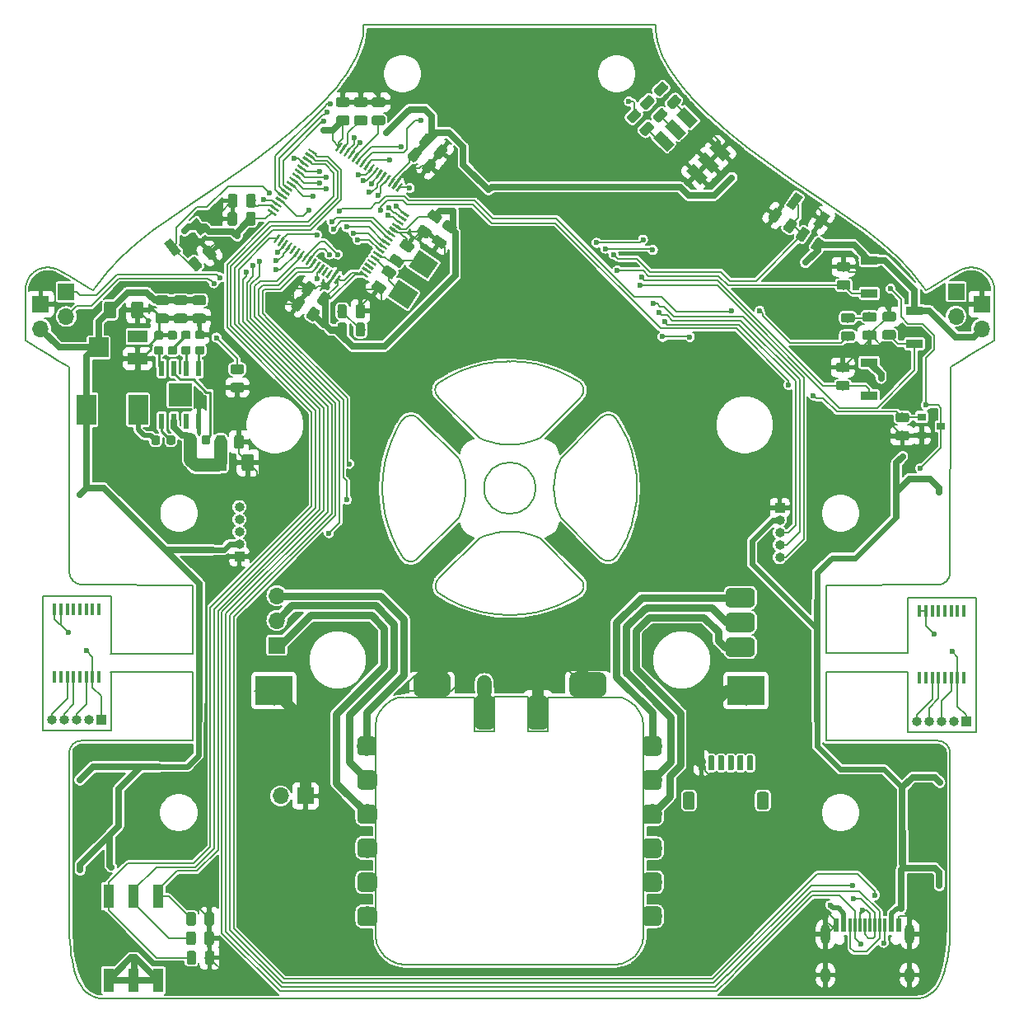
<source format=gtl>
G04 #@! TF.GenerationSoftware,KiCad,Pcbnew,(5.0.2)-1*
G04 #@! TF.CreationDate,2019-06-28T15:12:04+02:00*
G04 #@! TF.ProjectId,PCB_Fujitora,5043425f-4675-46a6-9974-6f72612e6b69,rev?*
G04 #@! TF.SameCoordinates,PX5b263a8PY821ca98*
G04 #@! TF.FileFunction,Copper,L1,Top*
G04 #@! TF.FilePolarity,Positive*
%FSLAX46Y46*%
G04 Gerber Fmt 4.6, Leading zero omitted, Abs format (unit mm)*
G04 Created by KiCad (PCBNEW (5.0.2)-1) date 28/06/2019 15:12:04*
%MOMM*%
%LPD*%
G01*
G04 APERTURE LIST*
G04 #@! TA.AperFunction,NonConductor*
%ADD10C,0.200000*%
G04 #@! TD*
G04 #@! TA.AperFunction,ComponentPad*
%ADD11C,3.000000*%
G04 #@! TD*
G04 #@! TA.AperFunction,Conductor*
%ADD12C,0.100000*%
G04 #@! TD*
G04 #@! TA.AperFunction,ComponentPad*
%ADD13C,2.500000*%
G04 #@! TD*
G04 #@! TA.AperFunction,ComponentPad*
%ADD14O,1.000000X1.000000*%
G04 #@! TD*
G04 #@! TA.AperFunction,ComponentPad*
%ADD15R,1.000000X1.000000*%
G04 #@! TD*
G04 #@! TA.AperFunction,SMDPad,CuDef*
%ADD16C,2.000000*%
G04 #@! TD*
G04 #@! TA.AperFunction,ComponentPad*
%ADD17R,1.700000X1.700000*%
G04 #@! TD*
G04 #@! TA.AperFunction,ComponentPad*
%ADD18O,1.700000X1.700000*%
G04 #@! TD*
G04 #@! TA.AperFunction,SMDPad,CuDef*
%ADD19C,1.250000*%
G04 #@! TD*
G04 #@! TA.AperFunction,SMDPad,CuDef*
%ADD20C,0.975000*%
G04 #@! TD*
G04 #@! TA.AperFunction,SMDPad,CuDef*
%ADD21C,1.100000*%
G04 #@! TD*
G04 #@! TA.AperFunction,SMDPad,CuDef*
%ADD22C,0.250000*%
G04 #@! TD*
G04 #@! TA.AperFunction,SMDPad,CuDef*
%ADD23R,0.400000X1.200000*%
G04 #@! TD*
G04 #@! TA.AperFunction,SMDPad,CuDef*
%ADD24C,0.600000*%
G04 #@! TD*
G04 #@! TA.AperFunction,SMDPad,CuDef*
%ADD25C,1.200000*%
G04 #@! TD*
G04 #@! TA.AperFunction,SMDPad,CuDef*
%ADD26R,2.000000X3.100000*%
G04 #@! TD*
G04 #@! TA.AperFunction,SMDPad,CuDef*
%ADD27R,0.900000X0.800000*%
G04 #@! TD*
G04 #@! TA.AperFunction,SMDPad,CuDef*
%ADD28R,2.000000X1.300000*%
G04 #@! TD*
G04 #@! TA.AperFunction,SMDPad,CuDef*
%ADD29R,2.000000X2.000000*%
G04 #@! TD*
G04 #@! TA.AperFunction,SMDPad,CuDef*
%ADD30C,0.875000*%
G04 #@! TD*
G04 #@! TA.AperFunction,ComponentPad*
%ADD31O,1.000000X1.600000*%
G04 #@! TD*
G04 #@! TA.AperFunction,ComponentPad*
%ADD32O,1.000000X2.100000*%
G04 #@! TD*
G04 #@! TA.AperFunction,SMDPad,CuDef*
%ADD33R,0.300000X1.450000*%
G04 #@! TD*
G04 #@! TA.AperFunction,SMDPad,CuDef*
%ADD34R,0.600000X1.450000*%
G04 #@! TD*
G04 #@! TA.AperFunction,SMDPad,CuDef*
%ADD35C,0.900000*%
G04 #@! TD*
G04 #@! TA.AperFunction,SMDPad,CuDef*
%ADD36R,1.700000X0.900000*%
G04 #@! TD*
G04 #@! TA.AperFunction,SMDPad,CuDef*
%ADD37R,1.120000X2.440000*%
G04 #@! TD*
G04 #@! TA.AperFunction,SMDPad,CuDef*
%ADD38R,0.600000X1.550000*%
G04 #@! TD*
G04 #@! TA.AperFunction,SMDPad,CuDef*
%ADD39R,2.350000X2.350000*%
G04 #@! TD*
G04 #@! TA.AperFunction,ViaPad*
%ADD40C,0.600000*%
G04 #@! TD*
G04 #@! TA.AperFunction,ViaPad*
%ADD41C,1.000000*%
G04 #@! TD*
G04 #@! TA.AperFunction,Conductor*
%ADD42C,0.700000*%
G04 #@! TD*
G04 #@! TA.AperFunction,Conductor*
%ADD43C,0.200000*%
G04 #@! TD*
G04 #@! TA.AperFunction,Conductor*
%ADD44C,0.500000*%
G04 #@! TD*
G04 #@! TA.AperFunction,Conductor*
%ADD45C,0.600000*%
G04 #@! TD*
G04 #@! TA.AperFunction,Conductor*
%ADD46C,0.250000*%
G04 #@! TD*
G04 #@! TA.AperFunction,Conductor*
%ADD47C,1.200000*%
G04 #@! TD*
G04 #@! TA.AperFunction,Conductor*
%ADD48C,1.350000*%
G04 #@! TD*
G04 #@! TA.AperFunction,Conductor*
%ADD49C,0.650000*%
G04 #@! TD*
G04 #@! TA.AperFunction,Conductor*
%ADD50C,1.500000*%
G04 #@! TD*
G04 #@! TA.AperFunction,Conductor*
%ADD51C,0.800000*%
G04 #@! TD*
G04 APERTURE END LIST*
D10*
X4318000Y25527000D02*
G75*
G02X5588000Y26797000I1270000J0D01*
G01*
X5715000Y42799000D02*
G75*
G02X4318000Y44196000I0J1397000D01*
G01*
X93599000Y26797000D02*
G75*
G02X94869000Y25527000I0J-1270000D01*
G01*
X94869000Y44069000D02*
G75*
G02X93599000Y42799000I-1270000J0D01*
G01*
X17043194Y33832800D02*
X17043194Y26787835D01*
X17045734Y42766975D02*
X17043194Y35712400D01*
X5588000Y26797000D02*
X17043194Y26787835D01*
X17045734Y42766975D02*
X5715000Y42799000D01*
X52244673Y52735480D02*
G75*
G03X52244673Y52735480I-2643553J0D01*
G01*
X46460800Y57898634D02*
X42285920Y62082680D01*
X57017705Y43286523D02*
G75*
G02X56763920Y41813480I-840554J-613567D01*
G01*
X60629841Y45772751D02*
G75*
G02X58948320Y45572680I-919522J561928D01*
G01*
X59053357Y59996443D02*
G75*
G02X60573920Y59847480I699091J-699092D01*
G01*
X56866366Y63556755D02*
G75*
G02X56916320Y62082680I-737446J-762875D01*
G01*
X42279927Y62075439D02*
G75*
G02X42336720Y63606680I615592J743842D01*
G01*
X38531076Y59642043D02*
G75*
G02X40304720Y59796680I935444J-480363D01*
G01*
X39999206Y45370510D02*
G75*
G02X38628320Y45623480I-560043J806047D01*
G01*
X42236912Y41967401D02*
G75*
G02X42336720Y43489880I836408J709679D01*
G01*
X8605520Y35712400D02*
X8605520Y41635680D01*
X82138520Y35763200D02*
X82138520Y42768520D01*
X90520520Y41457880D02*
X90520520Y35763200D01*
X90520520Y33832800D02*
X90520520Y27678380D01*
X97505520Y27678380D02*
X90520520Y27678380D01*
X97505520Y41457880D02*
X97505520Y27678380D01*
X90520520Y41457880D02*
X97505520Y41457880D01*
X82143600Y33832800D02*
X90525600Y33832800D01*
X82138520Y35763200D02*
X90525600Y35763200D01*
X17051020Y35712400D02*
X8585200Y35712400D01*
X17051020Y33832800D02*
X8585200Y33832800D01*
X1620520Y27856180D02*
X1620520Y41635680D01*
X8605520Y27856180D02*
X1620520Y27856180D01*
X8605520Y33832800D02*
X8605520Y27856180D01*
X1620520Y41635680D02*
X8605520Y41635680D01*
X44339480Y49693103D02*
X44588714Y50271119D01*
X62126337Y56508909D02*
X62436321Y55271383D01*
X61151089Y58863366D02*
X60573920Y59847480D01*
X62126337Y56508909D02*
X61696546Y57710093D01*
X45011017Y53364025D02*
X45039480Y52735208D01*
X54404310Y50869288D02*
X54263157Y51482718D01*
X61696546Y57710093D02*
X61151089Y58863366D01*
X35844508Y6800630D02*
X35844508Y28300630D01*
X63344508Y6800630D02*
X63344508Y28300630D01*
X43374748Y64200185D02*
X42336720Y63606680D01*
X45729205Y65175433D02*
X44528021Y64745642D01*
X48228683Y65672610D02*
X49079542Y65712441D01*
X49079542Y65712441D02*
X49502905Y65735208D01*
X55814270Y64200185D02*
X54756518Y64678135D01*
X43374748Y64200185D02*
X44528021Y64745642D01*
X52728218Y57898634D02*
X52150202Y57649400D01*
X49686113Y57198634D02*
X49594604Y57202785D01*
X52150202Y57649400D02*
X51552033Y57453406D01*
X51552033Y57453406D02*
X50938603Y57312253D01*
X50938603Y57312253D02*
X50314929Y57227097D01*
X50314929Y57227097D02*
X49686113Y57198634D01*
X56865520Y63555880D02*
X55814270Y64200185D01*
X52222287Y65485417D02*
X50960335Y65672610D01*
X53459813Y65175433D02*
X52222287Y65485417D01*
X49686113Y65735208D02*
X49594587Y65730704D01*
X54660997Y64745642D02*
X53459813Y65175433D01*
X49686113Y39735208D02*
X50960335Y39797807D01*
X53459813Y40294984D02*
X54660997Y40724775D01*
X44925861Y53987699D02*
X44784708Y54601128D01*
X37062681Y48961508D02*
X36752697Y50199034D01*
X44925861Y51482718D02*
X45011017Y52106392D01*
X36565504Y51460986D02*
X36518298Y52525904D01*
X50960335Y39797807D02*
X52222287Y39985000D01*
X48874089Y48243320D02*
X48250415Y48158164D01*
X49502905Y39735208D02*
X48228683Y39797807D01*
X38628320Y45623480D02*
X38037929Y46607051D01*
X37492472Y47760324D02*
X37320787Y48232934D01*
X36642935Y50907296D02*
X36565504Y51460986D01*
X37062681Y56508909D02*
X37492472Y57710093D01*
X44588714Y55199298D02*
X44339480Y55777314D01*
X44528021Y40724775D02*
X43374748Y41270232D01*
X54660997Y40724775D02*
X55814270Y41270232D01*
X55814270Y41270232D02*
X56763920Y41813480D01*
X47038816Y47821017D02*
X46460800Y47571783D01*
X36752697Y50199034D02*
X36642935Y50907296D01*
X38037929Y58863366D02*
X38312123Y59306955D01*
X38312123Y59306955D02*
X38526720Y59644280D01*
X47636986Y48017011D02*
X47038816Y47821017D01*
X45011017Y52106392D02*
X45039480Y52735208D01*
X44784708Y50869288D02*
X44925861Y51482718D01*
X43374748Y41270232D02*
X42235120Y41965880D01*
X44588714Y50271119D02*
X44784708Y50869288D01*
X36502905Y52735208D02*
X36565504Y54009431D01*
X36565504Y54009431D02*
X36752697Y55271383D01*
X45011017Y53364025D02*
X44925861Y53987699D01*
X37320787Y48232934D02*
X37062681Y48961508D01*
X49594641Y39739715D02*
X49686113Y39735208D01*
X44784708Y54601128D02*
X44588714Y55199298D01*
X44339480Y49693103D02*
X39999920Y45369480D01*
X44339480Y55777314D02*
X40304720Y59796680D01*
X37492472Y57710093D02*
X38037929Y58863366D01*
X38037929Y46607051D02*
X37492472Y47760324D01*
X36518298Y52525904D02*
X36502905Y52735208D01*
X36752697Y55271383D02*
X37062681Y56508909D01*
X49686113Y48271783D02*
X50314929Y48243320D01*
X50314929Y48243320D02*
X50938603Y48158164D01*
X51552033Y48017011D02*
X52150202Y47821017D01*
X52728218Y47571783D02*
X57017920Y43286680D01*
X49594623Y48267631D02*
X49502905Y48271783D01*
X7817429Y310422D02*
X91371589Y310422D01*
X4394008Y6063944D02*
X4455297Y5407008D01*
X4315208Y8273622D02*
X4323963Y7497251D01*
X4350230Y6760692D02*
X4394008Y6063944D01*
X4323963Y7497251D02*
X4350230Y6760692D01*
X5576008Y1584741D02*
X5794896Y1286110D01*
X4455297Y5407008D02*
X4534097Y4789884D01*
X5794896Y1286110D02*
X6031296Y1027291D01*
X4534097Y4789884D02*
X4630408Y4212571D01*
X4744230Y3675070D02*
X4875563Y3177381D01*
X4630408Y4212571D02*
X4744230Y3675070D01*
X6556629Y629088D02*
X6845563Y489704D01*
X4875563Y3177381D02*
X5024408Y2719504D01*
X6285207Y808284D02*
X6556629Y629088D01*
X5024408Y2719504D02*
X5190763Y2301438D01*
X6031296Y1027291D02*
X6285207Y808284D01*
X6845563Y489704D02*
X7152007Y390131D01*
X93157722Y1027291D02*
X92903811Y808284D01*
X93394122Y1286110D02*
X93157722Y1027291D01*
X93814388Y1923184D02*
X93613010Y1584741D01*
X94313455Y3177381D02*
X94164610Y2719504D01*
X93613010Y1584741D02*
X93394122Y1286110D01*
X93998255Y2301438D02*
X93814388Y1923184D01*
X94164610Y2719504D02*
X93998255Y2301438D01*
X94444788Y3675070D02*
X94313455Y3177381D01*
X94733721Y5407008D02*
X94654921Y4789884D01*
X94558610Y4212571D02*
X94444788Y3675070D01*
X94654921Y4789884D02*
X94558610Y4212571D01*
X94795010Y6063944D02*
X94733721Y5407008D01*
X94838788Y6760692D02*
X94795010Y6063944D01*
X94873810Y8273622D02*
X94865055Y7497251D01*
X94865055Y7497251D02*
X94838788Y6760692D01*
X94869000Y25527000D02*
X94873810Y8273622D01*
X82135980Y26789380D02*
X93599000Y26797000D01*
X82135980Y26789380D02*
X82138520Y33832800D01*
X4318000Y25527000D02*
X4315208Y8273622D01*
X93599000Y42799000D02*
X82138520Y42768520D01*
X54756518Y64678135D02*
X54660997Y64745642D01*
X46966731Y65485417D02*
X48228683Y65672610D01*
X50960335Y65672610D02*
X49686113Y65735208D01*
X91713056Y330371D02*
X91371589Y310422D01*
X52150202Y47821017D02*
X52728218Y47571783D01*
X52728218Y57898634D02*
X56916320Y62082680D01*
X92037011Y390131D02*
X91713056Y330371D01*
X45729205Y65175433D02*
X46966731Y65485417D01*
X62251045Y49558755D02*
X62436321Y50199034D01*
X49502905Y65735208D02*
X49594587Y65730704D01*
X45993997Y27800630D02*
X47993997Y27800630D01*
X35946731Y29077088D02*
X35844508Y28300630D01*
X45993997Y27800630D02*
X45993997Y31242000D01*
X35946731Y6024173D02*
X35844508Y6800630D01*
X63242286Y6024173D02*
X63344508Y6800630D01*
X36246432Y5300630D02*
X35946731Y6024173D01*
X38844508Y3800630D02*
X38068051Y3902853D01*
X38068051Y3902853D02*
X37344508Y4202554D01*
X60344508Y3800630D02*
X61120965Y3902853D01*
X45993997Y31242000D02*
X38844508Y31242000D01*
X62465828Y4679310D02*
X62942584Y5300630D01*
X1212712Y67086175D02*
X243894Y67660921D01*
X-190082Y67906499D02*
X-190130Y73355172D01*
X96204834Y75263597D02*
X96614481Y75375290D01*
X37344508Y4202554D02*
X36723188Y4679310D01*
X62942584Y29800630D02*
X62465828Y30421951D01*
X62465828Y30421951D02*
X61844508Y30898707D01*
X92742200Y73258277D02*
X92388426Y73035502D01*
X51489186Y31300630D02*
X47993997Y31300630D01*
X51489186Y27800630D02*
X53489186Y27800630D01*
X61844508Y30898707D02*
X61120965Y31198408D01*
X47993997Y27800630D02*
X47993997Y31300630D01*
X38068051Y31198408D02*
X37344508Y30898707D01*
X53489186Y27800630D02*
X53489186Y31242000D01*
X69811281Y91322921D02*
X69129374Y91987228D01*
X72145505Y89255277D02*
X71319303Y89957470D01*
X99119789Y74160308D02*
X99285730Y73769477D01*
X2151640Y75411946D02*
X1728863Y75372651D01*
X71319303Y89957470D02*
X70541243Y90646509D01*
X6446922Y73258331D02*
X6800697Y73035555D01*
X94869000Y44069000D02*
X94879277Y65142766D01*
X98886760Y74515248D02*
X99119789Y74160308D01*
X2574643Y75375157D02*
X2151640Y75411946D01*
X96020212Y75196909D02*
X94934116Y74582208D01*
X302364Y74515116D02*
X69335Y74160175D01*
X1728863Y75372651D02*
X1319886Y75258532D01*
X37344508Y30898707D02*
X36723188Y30421951D01*
X36723188Y30421951D02*
X36246432Y29800630D01*
X61844508Y4202554D02*
X62465828Y4679310D01*
X2984290Y75263465D02*
X2574643Y75375157D01*
X98251282Y75073387D02*
X98594126Y74822901D01*
X38811200Y31242000D02*
X38068051Y31198408D01*
X61120965Y31198408D02*
X60350400Y31242000D01*
X594998Y74822768D02*
X302364Y74515116D01*
X63242286Y29077088D02*
X62942584Y29800630D01*
X1319886Y75258532D02*
X937842Y75073255D01*
X69335Y74160175D02*
X-96606Y73769344D01*
X937842Y75073255D02*
X594998Y74822768D01*
X96968091Y66466294D02*
X95920903Y65806866D01*
X36246432Y29800630D02*
X35946731Y29077088D01*
X97460261Y75372783D02*
X97869238Y75258665D01*
X-96606Y73769344D02*
X-190130Y73355172D01*
X63344508Y28300630D02*
X63242286Y29077088D01*
X60344508Y31242000D02*
X53489186Y31242000D01*
X38844508Y3800630D02*
X60344508Y3800630D01*
X96020212Y75196909D02*
X96204834Y75263597D01*
X96968091Y66466294D02*
X97976411Y67086121D01*
X61120965Y3902853D02*
X61844508Y4202554D01*
X36723188Y4679310D02*
X36246432Y5300630D01*
X62942584Y5300630D02*
X63242286Y6024173D01*
X94934116Y74582208D02*
X93840967Y73933703D01*
X51489186Y27800630D02*
X51489186Y31300630D01*
X243894Y67660921D02*
X-190082Y67906499D01*
X66439168Y95145565D02*
X66044691Y95748263D01*
X68495480Y92639957D02*
X67909555Y93281630D01*
X30060751Y91987229D02*
X30694646Y92639957D01*
X33492156Y96342529D02*
X33791167Y96928887D01*
X33145434Y95748263D02*
X33492156Y96342529D01*
X87934587Y77859309D02*
X86217560Y79205571D01*
X78228900Y84621388D02*
X76084245Y86141290D01*
X2221032Y66466348D02*
X3268220Y65806919D01*
X69129374Y91987228D02*
X68495480Y92639957D01*
X4318000Y44196000D02*
X4309817Y65142766D01*
X4255007Y74582262D02*
X5348156Y73933756D01*
X67371557Y93912773D02*
X66881442Y94533910D01*
X4309817Y65142766D02*
X3268220Y65806919D01*
X64679175Y99205727D02*
X64618079Y99760412D01*
X94879277Y65142766D02*
X95920903Y65806866D01*
X34042508Y97507861D02*
X34246224Y98079976D01*
X8306908Y75028337D02*
X9693736Y76471310D01*
X5348156Y73933756D02*
X6446922Y73258331D01*
X32750958Y95145565D02*
X33145434Y95748263D01*
X14824611Y80528558D02*
X16791013Y81851960D01*
X20960188Y84621412D02*
X23104844Y86141314D01*
X18845470Y83204816D02*
X20960188Y84621412D01*
X93840967Y73933703D02*
X92742200Y73258277D01*
X89495352Y76471286D02*
X87934587Y77859309D01*
X32308684Y94533910D02*
X32750958Y95145565D01*
X9693736Y76471310D02*
X11254502Y77859333D01*
X27870822Y89957470D02*
X28648883Y90646510D01*
X97037484Y75412079D02*
X97460261Y75372783D01*
X65398959Y96928887D02*
X65147618Y97507861D01*
X3168699Y75197010D02*
X4255007Y74582262D01*
X65697969Y96342529D02*
X65398959Y96928887D01*
X73019891Y88539407D02*
X72145505Y89255277D01*
X84364478Y80528534D02*
X82398076Y81851936D01*
X2221032Y66466348D02*
X1212712Y67086175D01*
X27044621Y89255277D02*
X27870822Y89957470D01*
X65147618Y97507861D02*
X64943902Y98079976D01*
X30694646Y92639957D02*
X31280570Y93281630D01*
X97976411Y67086121D02*
X98945229Y67660868D01*
X80343619Y83204792D02*
X78228900Y84621388D01*
X64943902Y98079976D02*
X64787769Y98645757D01*
X76084245Y86141290D02*
X73942504Y87809335D01*
X25246584Y87809359D02*
X26170235Y88539407D01*
X34246224Y98079976D02*
X34402357Y98645757D01*
X73942504Y87809335D02*
X73019891Y88539407D01*
X2984290Y75263465D02*
X3168699Y75197010D01*
X28648883Y90646510D02*
X29378845Y91322921D01*
X29378845Y91322921D02*
X30060751Y91987229D01*
X96614481Y75375290D02*
X97037484Y75412079D01*
X98594126Y74822901D02*
X98886760Y74515248D01*
X99285730Y73769477D02*
X99379254Y73355305D01*
X33791167Y96928887D02*
X34042508Y97507861D01*
X97869238Y75258665D02*
X98251282Y75073387D01*
X64787769Y98645757D02*
X64679175Y99205727D01*
X70541243Y90646509D02*
X69811281Y91322921D01*
X66044691Y95748263D02*
X65697969Y96342529D01*
X99378989Y67906364D02*
X99379254Y73355305D01*
X98945229Y67660868D02*
X99378989Y67906364D01*
X48874089Y57227097D02*
X49502905Y57198634D01*
X92388426Y73035502D02*
X92079924Y73522478D01*
X54600304Y50271119D02*
X54404310Y50869288D01*
X34572047Y99760412D02*
X34585695Y100310406D01*
X62686113Y52735208D02*
X62623514Y54009431D01*
X6800697Y73035555D02*
X7109164Y73522502D01*
X16791013Y81851960D02*
X18845470Y83204816D01*
X31280570Y93281630D02*
X31818569Y93912773D01*
X54849538Y49693103D02*
X58948320Y45572680D01*
X67909555Y93281630D02*
X67371557Y93912773D01*
X64618079Y99760412D02*
X64604437Y100310336D01*
X66881442Y94533910D02*
X66439168Y95145565D01*
X86217560Y79205571D02*
X84364478Y80528534D01*
X92079924Y73522478D02*
X90882180Y75028313D01*
X62623514Y51460986D02*
X62686113Y52735208D01*
X61752970Y47885469D02*
X62126337Y48961508D01*
X54263157Y53987699D02*
X54404310Y54601128D01*
X46460800Y57898634D02*
X47038816Y57649400D01*
X54849538Y49693103D02*
X54600304Y50271119D01*
X47038816Y57649400D02*
X47636986Y57453406D01*
X34585695Y100310406D02*
X64604437Y100310336D01*
X34402357Y98645757D02*
X34510950Y99205727D01*
X61151089Y46607051D02*
X61696546Y47760324D01*
X54600304Y55199298D02*
X54849538Y55777314D01*
X60624720Y45775880D02*
X61151089Y46607051D01*
X12971529Y79205595D02*
X14824611Y80528558D01*
X34510950Y99205727D02*
X34572047Y99760412D01*
X54149538Y52735208D02*
X54178001Y53364025D01*
X23104844Y86141314D02*
X25246584Y87809359D01*
X26170235Y88539407D02*
X27044621Y89255277D01*
X7109164Y73522502D02*
X8306908Y75028337D01*
X11254502Y77859333D02*
X12971529Y79205595D01*
X90882180Y75028313D02*
X89495352Y76471286D01*
X82398076Y81851936D02*
X80343619Y83204792D01*
X31818569Y93912773D02*
X32308684Y94533910D01*
X48250415Y57312253D02*
X48874089Y57227097D01*
X47636986Y57453406D02*
X48250415Y57312253D01*
X54178001Y52106392D02*
X54149538Y52735208D01*
X92632389Y629088D02*
X92343455Y489704D01*
X49594623Y48267631D02*
X49686113Y48271783D01*
X45729205Y40294984D02*
X44528021Y40724775D01*
X5374630Y1923184D02*
X5576008Y1584741D01*
X54404310Y54601128D02*
X54600304Y55199298D01*
X49502905Y57198634D02*
X49594604Y57202785D01*
X48250415Y48158164D02*
X47636986Y48017011D01*
X46966731Y39985000D02*
X45729205Y40294984D01*
X49594641Y39739715D02*
X49502905Y39735208D01*
X50938603Y48158164D02*
X51552033Y48017011D01*
X54263157Y51482718D02*
X54178001Y52106392D01*
X62126337Y48961508D02*
X62251045Y49558755D01*
X62623514Y54009431D02*
X62436321Y55271383D01*
X49502905Y48271783D02*
X48874089Y48243320D01*
X52222287Y39985000D02*
X53459813Y40294984D01*
X62436321Y50199034D02*
X62623514Y51460986D01*
X54849538Y55777314D02*
X59049920Y59999880D01*
X7475963Y330371D02*
X7817429Y310422D01*
X92343455Y489704D02*
X92037011Y390131D01*
X61696546Y47760324D02*
X61752970Y47885469D01*
X46460800Y47571783D02*
X42336720Y43489880D01*
X54178001Y53364025D02*
X54263157Y53987699D01*
X48228683Y39797807D02*
X46966731Y39985000D01*
X5190763Y2301438D02*
X5374630Y1923184D01*
X92903811Y808284D02*
X92632389Y629088D01*
X7152007Y390131D02*
X7475963Y330371D01*
D11*
G04 #@! TO.P,U2,1*
G04 #@! TO.N,GND*
X25369520Y31945580D03*
D12*
G04 #@! TD*
G04 #@! TO.N,GND*
G04 #@! TO.C,U2*
G36*
X27244520Y30445580D02*
X23494520Y30445580D01*
X23494520Y33445580D01*
X27244520Y33445580D01*
X27244520Y30445580D01*
X27244520Y30445580D01*
G37*
G04 #@! TO.N,GND*
G04 #@! TO.C,U2*
G36*
X42936781Y33822970D02*
X42997451Y33813971D01*
X43056948Y33799068D01*
X43114697Y33778405D01*
X43170143Y33752181D01*
X43222751Y33720649D01*
X43272016Y33684112D01*
X43317462Y33642922D01*
X43358652Y33597476D01*
X43395189Y33548211D01*
X43426721Y33495603D01*
X43452945Y33440157D01*
X43473608Y33382408D01*
X43488511Y33322911D01*
X43497510Y33262241D01*
X43500520Y33200980D01*
X43500520Y31950980D01*
X43497510Y31889719D01*
X43488511Y31829049D01*
X43473608Y31769552D01*
X43452945Y31711803D01*
X43426721Y31656357D01*
X43395189Y31603749D01*
X43358652Y31554484D01*
X43317462Y31509038D01*
X43272016Y31467848D01*
X43222751Y31431311D01*
X43170143Y31399779D01*
X43114697Y31373555D01*
X43056948Y31352892D01*
X42997451Y31337989D01*
X42936781Y31328990D01*
X42875520Y31325980D01*
X40375520Y31325980D01*
X40314259Y31328990D01*
X40253589Y31337989D01*
X40194092Y31352892D01*
X40136343Y31373555D01*
X40080897Y31399779D01*
X40028289Y31431311D01*
X39979024Y31467848D01*
X39933578Y31509038D01*
X39892388Y31554484D01*
X39855851Y31603749D01*
X39824319Y31656357D01*
X39798095Y31711803D01*
X39777432Y31769552D01*
X39762529Y31829049D01*
X39753530Y31889719D01*
X39750520Y31950980D01*
X39750520Y33200980D01*
X39753530Y33262241D01*
X39762529Y33322911D01*
X39777432Y33382408D01*
X39798095Y33440157D01*
X39824319Y33495603D01*
X39855851Y33548211D01*
X39892388Y33597476D01*
X39933578Y33642922D01*
X39979024Y33684112D01*
X40028289Y33720649D01*
X40080897Y33752181D01*
X40136343Y33778405D01*
X40194092Y33799068D01*
X40253589Y33813971D01*
X40314259Y33822970D01*
X40375520Y33825980D01*
X42875520Y33825980D01*
X42936781Y33822970D01*
X42936781Y33822970D01*
G37*
D13*
G04 #@! TD*
G04 #@! TO.P,U2,2*
G04 #@! TO.N,GND*
X41625520Y32575980D03*
D12*
G04 #@! TO.N,GND*
G04 #@! TO.C,U2*
G36*
X58938781Y33822970D02*
X58999451Y33813971D01*
X59058948Y33799068D01*
X59116697Y33778405D01*
X59172143Y33752181D01*
X59224751Y33720649D01*
X59274016Y33684112D01*
X59319462Y33642922D01*
X59360652Y33597476D01*
X59397189Y33548211D01*
X59428721Y33495603D01*
X59454945Y33440157D01*
X59475608Y33382408D01*
X59490511Y33322911D01*
X59499510Y33262241D01*
X59502520Y33200980D01*
X59502520Y31950980D01*
X59499510Y31889719D01*
X59490511Y31829049D01*
X59475608Y31769552D01*
X59454945Y31711803D01*
X59428721Y31656357D01*
X59397189Y31603749D01*
X59360652Y31554484D01*
X59319462Y31509038D01*
X59274016Y31467848D01*
X59224751Y31431311D01*
X59172143Y31399779D01*
X59116697Y31373555D01*
X59058948Y31352892D01*
X58999451Y31337989D01*
X58938781Y31328990D01*
X58877520Y31325980D01*
X56377520Y31325980D01*
X56316259Y31328990D01*
X56255589Y31337989D01*
X56196092Y31352892D01*
X56138343Y31373555D01*
X56082897Y31399779D01*
X56030289Y31431311D01*
X55981024Y31467848D01*
X55935578Y31509038D01*
X55894388Y31554484D01*
X55857851Y31603749D01*
X55826319Y31656357D01*
X55800095Y31711803D01*
X55779432Y31769552D01*
X55764529Y31829049D01*
X55755530Y31889719D01*
X55752520Y31950980D01*
X55752520Y33200980D01*
X55755530Y33262241D01*
X55764529Y33322911D01*
X55779432Y33382408D01*
X55800095Y33440157D01*
X55826319Y33495603D01*
X55857851Y33548211D01*
X55894388Y33597476D01*
X55935578Y33642922D01*
X55981024Y33684112D01*
X56030289Y33720649D01*
X56082897Y33752181D01*
X56138343Y33778405D01*
X56196092Y33799068D01*
X56255589Y33813971D01*
X56316259Y33822970D01*
X56377520Y33825980D01*
X58877520Y33825980D01*
X58938781Y33822970D01*
X58938781Y33822970D01*
G37*
D13*
G04 #@! TD*
G04 #@! TO.P,U2,3*
G04 #@! TO.N,GND*
X57627520Y32575980D03*
D11*
G04 #@! TO.P,U2,4*
G04 #@! TO.N,GND*
X73883520Y31945580D03*
D12*
G04 #@! TD*
G04 #@! TO.N,GND*
G04 #@! TO.C,U2*
G36*
X75758520Y30445580D02*
X72008520Y30445580D01*
X72008520Y33445580D01*
X75758520Y33445580D01*
X75758520Y30445580D01*
X75758520Y30445580D01*
G37*
D14*
G04 #@! TO.P,J_ENC_1,5*
G04 #@! TO.N,/ENC_1_A*
X21813520Y50779680D03*
G04 #@! TO.P,J_ENC_1,4*
G04 #@! TO.N,/ENC_1_B*
X21813520Y49509680D03*
G04 #@! TO.P,J_ENC_1,3*
G04 #@! TO.N,/ENC_1_I*
X21813520Y48239680D03*
G04 #@! TO.P,J_ENC_1,2*
G04 #@! TO.N,+3V3*
X21813520Y46969680D03*
D15*
G04 #@! TO.P,J_ENC_1,1*
G04 #@! TO.N,GND*
X21813520Y45699680D03*
G04 #@! TD*
D12*
G04 #@! TO.N,Net-(ESC1-Pad12)*
G04 #@! TO.C,ESC1*
G36*
X64780529Y9778372D02*
X64829065Y9771173D01*
X64876662Y9759250D01*
X64922862Y9742720D01*
X64967218Y9721741D01*
X65009305Y9696515D01*
X65048717Y9667285D01*
X65085073Y9634333D01*
X65118025Y9597977D01*
X65147255Y9558565D01*
X65172481Y9516478D01*
X65193460Y9472122D01*
X65209990Y9425922D01*
X65221913Y9378325D01*
X65229112Y9329789D01*
X65231520Y9280780D01*
X65231520Y8280780D01*
X65229112Y8231771D01*
X65221913Y8183235D01*
X65209990Y8135638D01*
X65193460Y8089438D01*
X65172481Y8045082D01*
X65147255Y8002995D01*
X65118025Y7963583D01*
X65085073Y7927227D01*
X65048717Y7894275D01*
X65009305Y7865045D01*
X64967218Y7839819D01*
X64922862Y7818840D01*
X64876662Y7802310D01*
X64829065Y7790387D01*
X64780529Y7783188D01*
X64731520Y7780780D01*
X63731520Y7780780D01*
X63682511Y7783188D01*
X63633975Y7790387D01*
X63586378Y7802310D01*
X63540178Y7818840D01*
X63495822Y7839819D01*
X63453735Y7865045D01*
X63414323Y7894275D01*
X63377967Y7927227D01*
X63345015Y7963583D01*
X63315785Y8002995D01*
X63290559Y8045082D01*
X63269580Y8089438D01*
X63253050Y8135638D01*
X63241127Y8183235D01*
X63233928Y8231771D01*
X63231520Y8280780D01*
X63231520Y9280780D01*
X63233928Y9329789D01*
X63241127Y9378325D01*
X63253050Y9425922D01*
X63269580Y9472122D01*
X63290559Y9516478D01*
X63315785Y9558565D01*
X63345015Y9597977D01*
X63377967Y9634333D01*
X63414323Y9667285D01*
X63453735Y9696515D01*
X63495822Y9721741D01*
X63540178Y9742720D01*
X63586378Y9759250D01*
X63633975Y9771173D01*
X63682511Y9778372D01*
X63731520Y9780780D01*
X64731520Y9780780D01*
X64780529Y9778372D01*
X64780529Y9778372D01*
G37*
D16*
G04 #@! TD*
G04 #@! TO.P,ESC1,12*
G04 #@! TO.N,Net-(ESC1-Pad12)*
X64231520Y8780780D03*
D12*
G04 #@! TO.N,Net-(ESC1-Pad11)*
G04 #@! TO.C,ESC1*
G36*
X64780529Y13270872D02*
X64829065Y13263673D01*
X64876662Y13251750D01*
X64922862Y13235220D01*
X64967218Y13214241D01*
X65009305Y13189015D01*
X65048717Y13159785D01*
X65085073Y13126833D01*
X65118025Y13090477D01*
X65147255Y13051065D01*
X65172481Y13008978D01*
X65193460Y12964622D01*
X65209990Y12918422D01*
X65221913Y12870825D01*
X65229112Y12822289D01*
X65231520Y12773280D01*
X65231520Y11773280D01*
X65229112Y11724271D01*
X65221913Y11675735D01*
X65209990Y11628138D01*
X65193460Y11581938D01*
X65172481Y11537582D01*
X65147255Y11495495D01*
X65118025Y11456083D01*
X65085073Y11419727D01*
X65048717Y11386775D01*
X65009305Y11357545D01*
X64967218Y11332319D01*
X64922862Y11311340D01*
X64876662Y11294810D01*
X64829065Y11282887D01*
X64780529Y11275688D01*
X64731520Y11273280D01*
X63731520Y11273280D01*
X63682511Y11275688D01*
X63633975Y11282887D01*
X63586378Y11294810D01*
X63540178Y11311340D01*
X63495822Y11332319D01*
X63453735Y11357545D01*
X63414323Y11386775D01*
X63377967Y11419727D01*
X63345015Y11456083D01*
X63315785Y11495495D01*
X63290559Y11537582D01*
X63269580Y11581938D01*
X63253050Y11628138D01*
X63241127Y11675735D01*
X63233928Y11724271D01*
X63231520Y11773280D01*
X63231520Y12773280D01*
X63233928Y12822289D01*
X63241127Y12870825D01*
X63253050Y12918422D01*
X63269580Y12964622D01*
X63290559Y13008978D01*
X63315785Y13051065D01*
X63345015Y13090477D01*
X63377967Y13126833D01*
X63414323Y13159785D01*
X63453735Y13189015D01*
X63495822Y13214241D01*
X63540178Y13235220D01*
X63586378Y13251750D01*
X63633975Y13263673D01*
X63682511Y13270872D01*
X63731520Y13273280D01*
X64731520Y13273280D01*
X64780529Y13270872D01*
X64780529Y13270872D01*
G37*
D16*
G04 #@! TD*
G04 #@! TO.P,ESC1,11*
G04 #@! TO.N,Net-(ESC1-Pad11)*
X64231520Y12273280D03*
D12*
G04 #@! TO.N,Net-(ESC1-Pad10)*
G04 #@! TO.C,ESC1*
G36*
X64780529Y16750672D02*
X64829065Y16743473D01*
X64876662Y16731550D01*
X64922862Y16715020D01*
X64967218Y16694041D01*
X65009305Y16668815D01*
X65048717Y16639585D01*
X65085073Y16606633D01*
X65118025Y16570277D01*
X65147255Y16530865D01*
X65172481Y16488778D01*
X65193460Y16444422D01*
X65209990Y16398222D01*
X65221913Y16350625D01*
X65229112Y16302089D01*
X65231520Y16253080D01*
X65231520Y15253080D01*
X65229112Y15204071D01*
X65221913Y15155535D01*
X65209990Y15107938D01*
X65193460Y15061738D01*
X65172481Y15017382D01*
X65147255Y14975295D01*
X65118025Y14935883D01*
X65085073Y14899527D01*
X65048717Y14866575D01*
X65009305Y14837345D01*
X64967218Y14812119D01*
X64922862Y14791140D01*
X64876662Y14774610D01*
X64829065Y14762687D01*
X64780529Y14755488D01*
X64731520Y14753080D01*
X63731520Y14753080D01*
X63682511Y14755488D01*
X63633975Y14762687D01*
X63586378Y14774610D01*
X63540178Y14791140D01*
X63495822Y14812119D01*
X63453735Y14837345D01*
X63414323Y14866575D01*
X63377967Y14899527D01*
X63345015Y14935883D01*
X63315785Y14975295D01*
X63290559Y15017382D01*
X63269580Y15061738D01*
X63253050Y15107938D01*
X63241127Y15155535D01*
X63233928Y15204071D01*
X63231520Y15253080D01*
X63231520Y16253080D01*
X63233928Y16302089D01*
X63241127Y16350625D01*
X63253050Y16398222D01*
X63269580Y16444422D01*
X63290559Y16488778D01*
X63315785Y16530865D01*
X63345015Y16570277D01*
X63377967Y16606633D01*
X63414323Y16639585D01*
X63453735Y16668815D01*
X63495822Y16694041D01*
X63540178Y16715020D01*
X63586378Y16731550D01*
X63633975Y16743473D01*
X63682511Y16750672D01*
X63731520Y16753080D01*
X64731520Y16753080D01*
X64780529Y16750672D01*
X64780529Y16750672D01*
G37*
D16*
G04 #@! TD*
G04 #@! TO.P,ESC1,10*
G04 #@! TO.N,Net-(ESC1-Pad10)*
X64231520Y15753080D03*
D12*
G04 #@! TO.N,/ESC_M3_T*
G04 #@! TO.C,ESC1*
G36*
X64793229Y20255872D02*
X64841765Y20248673D01*
X64889362Y20236750D01*
X64935562Y20220220D01*
X64979918Y20199241D01*
X65022005Y20174015D01*
X65061417Y20144785D01*
X65097773Y20111833D01*
X65130725Y20075477D01*
X65159955Y20036065D01*
X65185181Y19993978D01*
X65206160Y19949622D01*
X65222690Y19903422D01*
X65234613Y19855825D01*
X65241812Y19807289D01*
X65244220Y19758280D01*
X65244220Y18758280D01*
X65241812Y18709271D01*
X65234613Y18660735D01*
X65222690Y18613138D01*
X65206160Y18566938D01*
X65185181Y18522582D01*
X65159955Y18480495D01*
X65130725Y18441083D01*
X65097773Y18404727D01*
X65061417Y18371775D01*
X65022005Y18342545D01*
X64979918Y18317319D01*
X64935562Y18296340D01*
X64889362Y18279810D01*
X64841765Y18267887D01*
X64793229Y18260688D01*
X64744220Y18258280D01*
X63744220Y18258280D01*
X63695211Y18260688D01*
X63646675Y18267887D01*
X63599078Y18279810D01*
X63552878Y18296340D01*
X63508522Y18317319D01*
X63466435Y18342545D01*
X63427023Y18371775D01*
X63390667Y18404727D01*
X63357715Y18441083D01*
X63328485Y18480495D01*
X63303259Y18522582D01*
X63282280Y18566938D01*
X63265750Y18613138D01*
X63253827Y18660735D01*
X63246628Y18709271D01*
X63244220Y18758280D01*
X63244220Y19758280D01*
X63246628Y19807289D01*
X63253827Y19855825D01*
X63265750Y19903422D01*
X63282280Y19949622D01*
X63303259Y19993978D01*
X63328485Y20036065D01*
X63357715Y20075477D01*
X63390667Y20111833D01*
X63427023Y20144785D01*
X63466435Y20174015D01*
X63508522Y20199241D01*
X63552878Y20220220D01*
X63599078Y20236750D01*
X63646675Y20248673D01*
X63695211Y20255872D01*
X63744220Y20258280D01*
X64744220Y20258280D01*
X64793229Y20255872D01*
X64793229Y20255872D01*
G37*
D16*
G04 #@! TD*
G04 #@! TO.P,ESC1,9*
G04 #@! TO.N,/ESC_M3_T*
X64244220Y19258280D03*
D12*
G04 #@! TO.N,/ESC_M3_S*
G04 #@! TO.C,ESC1*
G36*
X64780529Y23761072D02*
X64829065Y23753873D01*
X64876662Y23741950D01*
X64922862Y23725420D01*
X64967218Y23704441D01*
X65009305Y23679215D01*
X65048717Y23649985D01*
X65085073Y23617033D01*
X65118025Y23580677D01*
X65147255Y23541265D01*
X65172481Y23499178D01*
X65193460Y23454822D01*
X65209990Y23408622D01*
X65221913Y23361025D01*
X65229112Y23312489D01*
X65231520Y23263480D01*
X65231520Y22263480D01*
X65229112Y22214471D01*
X65221913Y22165935D01*
X65209990Y22118338D01*
X65193460Y22072138D01*
X65172481Y22027782D01*
X65147255Y21985695D01*
X65118025Y21946283D01*
X65085073Y21909927D01*
X65048717Y21876975D01*
X65009305Y21847745D01*
X64967218Y21822519D01*
X64922862Y21801540D01*
X64876662Y21785010D01*
X64829065Y21773087D01*
X64780529Y21765888D01*
X64731520Y21763480D01*
X63731520Y21763480D01*
X63682511Y21765888D01*
X63633975Y21773087D01*
X63586378Y21785010D01*
X63540178Y21801540D01*
X63495822Y21822519D01*
X63453735Y21847745D01*
X63414323Y21876975D01*
X63377967Y21909927D01*
X63345015Y21946283D01*
X63315785Y21985695D01*
X63290559Y22027782D01*
X63269580Y22072138D01*
X63253050Y22118338D01*
X63241127Y22165935D01*
X63233928Y22214471D01*
X63231520Y22263480D01*
X63231520Y23263480D01*
X63233928Y23312489D01*
X63241127Y23361025D01*
X63253050Y23408622D01*
X63269580Y23454822D01*
X63290559Y23499178D01*
X63315785Y23541265D01*
X63345015Y23580677D01*
X63377967Y23617033D01*
X63414323Y23649985D01*
X63453735Y23679215D01*
X63495822Y23704441D01*
X63540178Y23725420D01*
X63586378Y23741950D01*
X63633975Y23753873D01*
X63682511Y23761072D01*
X63731520Y23763480D01*
X64731520Y23763480D01*
X64780529Y23761072D01*
X64780529Y23761072D01*
G37*
D16*
G04 #@! TD*
G04 #@! TO.P,ESC1,8*
G04 #@! TO.N,/ESC_M3_S*
X64231520Y22763480D03*
D12*
G04 #@! TO.N,/ESC_M3_R*
G04 #@! TO.C,ESC1*
G36*
X64780529Y27253572D02*
X64829065Y27246373D01*
X64876662Y27234450D01*
X64922862Y27217920D01*
X64967218Y27196941D01*
X65009305Y27171715D01*
X65048717Y27142485D01*
X65085073Y27109533D01*
X65118025Y27073177D01*
X65147255Y27033765D01*
X65172481Y26991678D01*
X65193460Y26947322D01*
X65209990Y26901122D01*
X65221913Y26853525D01*
X65229112Y26804989D01*
X65231520Y26755980D01*
X65231520Y25755980D01*
X65229112Y25706971D01*
X65221913Y25658435D01*
X65209990Y25610838D01*
X65193460Y25564638D01*
X65172481Y25520282D01*
X65147255Y25478195D01*
X65118025Y25438783D01*
X65085073Y25402427D01*
X65048717Y25369475D01*
X65009305Y25340245D01*
X64967218Y25315019D01*
X64922862Y25294040D01*
X64876662Y25277510D01*
X64829065Y25265587D01*
X64780529Y25258388D01*
X64731520Y25255980D01*
X63731520Y25255980D01*
X63682511Y25258388D01*
X63633975Y25265587D01*
X63586378Y25277510D01*
X63540178Y25294040D01*
X63495822Y25315019D01*
X63453735Y25340245D01*
X63414323Y25369475D01*
X63377967Y25402427D01*
X63345015Y25438783D01*
X63315785Y25478195D01*
X63290559Y25520282D01*
X63269580Y25564638D01*
X63253050Y25610838D01*
X63241127Y25658435D01*
X63233928Y25706971D01*
X63231520Y25755980D01*
X63231520Y26755980D01*
X63233928Y26804989D01*
X63241127Y26853525D01*
X63253050Y26901122D01*
X63269580Y26947322D01*
X63290559Y26991678D01*
X63315785Y27033765D01*
X63345015Y27073177D01*
X63377967Y27109533D01*
X63414323Y27142485D01*
X63453735Y27171715D01*
X63495822Y27196941D01*
X63540178Y27217920D01*
X63586378Y27234450D01*
X63633975Y27246373D01*
X63682511Y27253572D01*
X63731520Y27255980D01*
X64731520Y27255980D01*
X64780529Y27253572D01*
X64780529Y27253572D01*
G37*
D16*
G04 #@! TD*
G04 #@! TO.P,ESC1,7*
G04 #@! TO.N,/ESC_M3_R*
X64231520Y26255980D03*
D12*
G04 #@! TO.N,Net-(ESC1-Pad6)*
G04 #@! TO.C,ESC1*
G36*
X35507029Y9752972D02*
X35555565Y9745773D01*
X35603162Y9733850D01*
X35649362Y9717320D01*
X35693718Y9696341D01*
X35735805Y9671115D01*
X35775217Y9641885D01*
X35811573Y9608933D01*
X35844525Y9572577D01*
X35873755Y9533165D01*
X35898981Y9491078D01*
X35919960Y9446722D01*
X35936490Y9400522D01*
X35948413Y9352925D01*
X35955612Y9304389D01*
X35958020Y9255380D01*
X35958020Y8255380D01*
X35955612Y8206371D01*
X35948413Y8157835D01*
X35936490Y8110238D01*
X35919960Y8064038D01*
X35898981Y8019682D01*
X35873755Y7977595D01*
X35844525Y7938183D01*
X35811573Y7901827D01*
X35775217Y7868875D01*
X35735805Y7839645D01*
X35693718Y7814419D01*
X35649362Y7793440D01*
X35603162Y7776910D01*
X35555565Y7764987D01*
X35507029Y7757788D01*
X35458020Y7755380D01*
X34458020Y7755380D01*
X34409011Y7757788D01*
X34360475Y7764987D01*
X34312878Y7776910D01*
X34266678Y7793440D01*
X34222322Y7814419D01*
X34180235Y7839645D01*
X34140823Y7868875D01*
X34104467Y7901827D01*
X34071515Y7938183D01*
X34042285Y7977595D01*
X34017059Y8019682D01*
X33996080Y8064038D01*
X33979550Y8110238D01*
X33967627Y8157835D01*
X33960428Y8206371D01*
X33958020Y8255380D01*
X33958020Y9255380D01*
X33960428Y9304389D01*
X33967627Y9352925D01*
X33979550Y9400522D01*
X33996080Y9446722D01*
X34017059Y9491078D01*
X34042285Y9533165D01*
X34071515Y9572577D01*
X34104467Y9608933D01*
X34140823Y9641885D01*
X34180235Y9671115D01*
X34222322Y9696341D01*
X34266678Y9717320D01*
X34312878Y9733850D01*
X34360475Y9745773D01*
X34409011Y9752972D01*
X34458020Y9755380D01*
X35458020Y9755380D01*
X35507029Y9752972D01*
X35507029Y9752972D01*
G37*
D16*
G04 #@! TD*
G04 #@! TO.P,ESC1,6*
G04 #@! TO.N,Net-(ESC1-Pad6)*
X34958020Y8755380D03*
D12*
G04 #@! TO.N,Net-(ESC1-Pad5)*
G04 #@! TO.C,ESC1*
G36*
X35507029Y13270872D02*
X35555565Y13263673D01*
X35603162Y13251750D01*
X35649362Y13235220D01*
X35693718Y13214241D01*
X35735805Y13189015D01*
X35775217Y13159785D01*
X35811573Y13126833D01*
X35844525Y13090477D01*
X35873755Y13051065D01*
X35898981Y13008978D01*
X35919960Y12964622D01*
X35936490Y12918422D01*
X35948413Y12870825D01*
X35955612Y12822289D01*
X35958020Y12773280D01*
X35958020Y11773280D01*
X35955612Y11724271D01*
X35948413Y11675735D01*
X35936490Y11628138D01*
X35919960Y11581938D01*
X35898981Y11537582D01*
X35873755Y11495495D01*
X35844525Y11456083D01*
X35811573Y11419727D01*
X35775217Y11386775D01*
X35735805Y11357545D01*
X35693718Y11332319D01*
X35649362Y11311340D01*
X35603162Y11294810D01*
X35555565Y11282887D01*
X35507029Y11275688D01*
X35458020Y11273280D01*
X34458020Y11273280D01*
X34409011Y11275688D01*
X34360475Y11282887D01*
X34312878Y11294810D01*
X34266678Y11311340D01*
X34222322Y11332319D01*
X34180235Y11357545D01*
X34140823Y11386775D01*
X34104467Y11419727D01*
X34071515Y11456083D01*
X34042285Y11495495D01*
X34017059Y11537582D01*
X33996080Y11581938D01*
X33979550Y11628138D01*
X33967627Y11675735D01*
X33960428Y11724271D01*
X33958020Y11773280D01*
X33958020Y12773280D01*
X33960428Y12822289D01*
X33967627Y12870825D01*
X33979550Y12918422D01*
X33996080Y12964622D01*
X34017059Y13008978D01*
X34042285Y13051065D01*
X34071515Y13090477D01*
X34104467Y13126833D01*
X34140823Y13159785D01*
X34180235Y13189015D01*
X34222322Y13214241D01*
X34266678Y13235220D01*
X34312878Y13251750D01*
X34360475Y13263673D01*
X34409011Y13270872D01*
X34458020Y13273280D01*
X35458020Y13273280D01*
X35507029Y13270872D01*
X35507029Y13270872D01*
G37*
D16*
G04 #@! TD*
G04 #@! TO.P,ESC1,5*
G04 #@! TO.N,Net-(ESC1-Pad5)*
X34958020Y12273280D03*
D12*
G04 #@! TO.N,Net-(ESC1-Pad4)*
G04 #@! TO.C,ESC1*
G36*
X35507029Y16763372D02*
X35555565Y16756173D01*
X35603162Y16744250D01*
X35649362Y16727720D01*
X35693718Y16706741D01*
X35735805Y16681515D01*
X35775217Y16652285D01*
X35811573Y16619333D01*
X35844525Y16582977D01*
X35873755Y16543565D01*
X35898981Y16501478D01*
X35919960Y16457122D01*
X35936490Y16410922D01*
X35948413Y16363325D01*
X35955612Y16314789D01*
X35958020Y16265780D01*
X35958020Y15265780D01*
X35955612Y15216771D01*
X35948413Y15168235D01*
X35936490Y15120638D01*
X35919960Y15074438D01*
X35898981Y15030082D01*
X35873755Y14987995D01*
X35844525Y14948583D01*
X35811573Y14912227D01*
X35775217Y14879275D01*
X35735805Y14850045D01*
X35693718Y14824819D01*
X35649362Y14803840D01*
X35603162Y14787310D01*
X35555565Y14775387D01*
X35507029Y14768188D01*
X35458020Y14765780D01*
X34458020Y14765780D01*
X34409011Y14768188D01*
X34360475Y14775387D01*
X34312878Y14787310D01*
X34266678Y14803840D01*
X34222322Y14824819D01*
X34180235Y14850045D01*
X34140823Y14879275D01*
X34104467Y14912227D01*
X34071515Y14948583D01*
X34042285Y14987995D01*
X34017059Y15030082D01*
X33996080Y15074438D01*
X33979550Y15120638D01*
X33967627Y15168235D01*
X33960428Y15216771D01*
X33958020Y15265780D01*
X33958020Y16265780D01*
X33960428Y16314789D01*
X33967627Y16363325D01*
X33979550Y16410922D01*
X33996080Y16457122D01*
X34017059Y16501478D01*
X34042285Y16543565D01*
X34071515Y16582977D01*
X34104467Y16619333D01*
X34140823Y16652285D01*
X34180235Y16681515D01*
X34222322Y16706741D01*
X34266678Y16727720D01*
X34312878Y16744250D01*
X34360475Y16756173D01*
X34409011Y16763372D01*
X34458020Y16765780D01*
X35458020Y16765780D01*
X35507029Y16763372D01*
X35507029Y16763372D01*
G37*
D16*
G04 #@! TD*
G04 #@! TO.P,ESC1,4*
G04 #@! TO.N,Net-(ESC1-Pad4)*
X34958020Y15765780D03*
D12*
G04 #@! TO.N,/ESC_M1_T*
G04 #@! TO.C,ESC1*
G36*
X35507029Y20255872D02*
X35555565Y20248673D01*
X35603162Y20236750D01*
X35649362Y20220220D01*
X35693718Y20199241D01*
X35735805Y20174015D01*
X35775217Y20144785D01*
X35811573Y20111833D01*
X35844525Y20075477D01*
X35873755Y20036065D01*
X35898981Y19993978D01*
X35919960Y19949622D01*
X35936490Y19903422D01*
X35948413Y19855825D01*
X35955612Y19807289D01*
X35958020Y19758280D01*
X35958020Y18758280D01*
X35955612Y18709271D01*
X35948413Y18660735D01*
X35936490Y18613138D01*
X35919960Y18566938D01*
X35898981Y18522582D01*
X35873755Y18480495D01*
X35844525Y18441083D01*
X35811573Y18404727D01*
X35775217Y18371775D01*
X35735805Y18342545D01*
X35693718Y18317319D01*
X35649362Y18296340D01*
X35603162Y18279810D01*
X35555565Y18267887D01*
X35507029Y18260688D01*
X35458020Y18258280D01*
X34458020Y18258280D01*
X34409011Y18260688D01*
X34360475Y18267887D01*
X34312878Y18279810D01*
X34266678Y18296340D01*
X34222322Y18317319D01*
X34180235Y18342545D01*
X34140823Y18371775D01*
X34104467Y18404727D01*
X34071515Y18441083D01*
X34042285Y18480495D01*
X34017059Y18522582D01*
X33996080Y18566938D01*
X33979550Y18613138D01*
X33967627Y18660735D01*
X33960428Y18709271D01*
X33958020Y18758280D01*
X33958020Y19758280D01*
X33960428Y19807289D01*
X33967627Y19855825D01*
X33979550Y19903422D01*
X33996080Y19949622D01*
X34017059Y19993978D01*
X34042285Y20036065D01*
X34071515Y20075477D01*
X34104467Y20111833D01*
X34140823Y20144785D01*
X34180235Y20174015D01*
X34222322Y20199241D01*
X34266678Y20220220D01*
X34312878Y20236750D01*
X34360475Y20248673D01*
X34409011Y20255872D01*
X34458020Y20258280D01*
X35458020Y20258280D01*
X35507029Y20255872D01*
X35507029Y20255872D01*
G37*
D16*
G04 #@! TD*
G04 #@! TO.P,ESC1,3*
G04 #@! TO.N,/ESC_M1_T*
X34958020Y19258280D03*
D12*
G04 #@! TO.N,/ESC_M1_S*
G04 #@! TO.C,ESC1*
G36*
X35507029Y23773772D02*
X35555565Y23766573D01*
X35603162Y23754650D01*
X35649362Y23738120D01*
X35693718Y23717141D01*
X35735805Y23691915D01*
X35775217Y23662685D01*
X35811573Y23629733D01*
X35844525Y23593377D01*
X35873755Y23553965D01*
X35898981Y23511878D01*
X35919960Y23467522D01*
X35936490Y23421322D01*
X35948413Y23373725D01*
X35955612Y23325189D01*
X35958020Y23276180D01*
X35958020Y22276180D01*
X35955612Y22227171D01*
X35948413Y22178635D01*
X35936490Y22131038D01*
X35919960Y22084838D01*
X35898981Y22040482D01*
X35873755Y21998395D01*
X35844525Y21958983D01*
X35811573Y21922627D01*
X35775217Y21889675D01*
X35735805Y21860445D01*
X35693718Y21835219D01*
X35649362Y21814240D01*
X35603162Y21797710D01*
X35555565Y21785787D01*
X35507029Y21778588D01*
X35458020Y21776180D01*
X34458020Y21776180D01*
X34409011Y21778588D01*
X34360475Y21785787D01*
X34312878Y21797710D01*
X34266678Y21814240D01*
X34222322Y21835219D01*
X34180235Y21860445D01*
X34140823Y21889675D01*
X34104467Y21922627D01*
X34071515Y21958983D01*
X34042285Y21998395D01*
X34017059Y22040482D01*
X33996080Y22084838D01*
X33979550Y22131038D01*
X33967627Y22178635D01*
X33960428Y22227171D01*
X33958020Y22276180D01*
X33958020Y23276180D01*
X33960428Y23325189D01*
X33967627Y23373725D01*
X33979550Y23421322D01*
X33996080Y23467522D01*
X34017059Y23511878D01*
X34042285Y23553965D01*
X34071515Y23593377D01*
X34104467Y23629733D01*
X34140823Y23662685D01*
X34180235Y23691915D01*
X34222322Y23717141D01*
X34266678Y23738120D01*
X34312878Y23754650D01*
X34360475Y23766573D01*
X34409011Y23773772D01*
X34458020Y23776180D01*
X35458020Y23776180D01*
X35507029Y23773772D01*
X35507029Y23773772D01*
G37*
D16*
G04 #@! TD*
G04 #@! TO.P,ESC1,2*
G04 #@! TO.N,/ESC_M1_S*
X34958020Y22776180D03*
D12*
G04 #@! TO.N,/POT_ESC*
G04 #@! TO.C,ESC1*
G36*
X47572029Y31457972D02*
X47620565Y31450773D01*
X47668162Y31438850D01*
X47714362Y31422320D01*
X47758718Y31401341D01*
X47800805Y31376115D01*
X47840217Y31346885D01*
X47876573Y31313933D01*
X47909525Y31277577D01*
X47938755Y31238165D01*
X47963981Y31196078D01*
X47984960Y31151722D01*
X48001490Y31105522D01*
X48013413Y31057925D01*
X48020612Y31009389D01*
X48023020Y30960380D01*
X48023020Y28460380D01*
X48020612Y28411371D01*
X48013413Y28362835D01*
X48001490Y28315238D01*
X47984960Y28269038D01*
X47963981Y28224682D01*
X47938755Y28182595D01*
X47909525Y28143183D01*
X47876573Y28106827D01*
X47840217Y28073875D01*
X47800805Y28044645D01*
X47758718Y28019419D01*
X47714362Y27998440D01*
X47668162Y27981910D01*
X47620565Y27969987D01*
X47572029Y27962788D01*
X47523020Y27960380D01*
X46523020Y27960380D01*
X46474011Y27962788D01*
X46425475Y27969987D01*
X46377878Y27981910D01*
X46331678Y27998440D01*
X46287322Y28019419D01*
X46245235Y28044645D01*
X46205823Y28073875D01*
X46169467Y28106827D01*
X46136515Y28143183D01*
X46107285Y28182595D01*
X46082059Y28224682D01*
X46061080Y28269038D01*
X46044550Y28315238D01*
X46032627Y28362835D01*
X46025428Y28411371D01*
X46023020Y28460380D01*
X46023020Y30960380D01*
X46025428Y31009389D01*
X46032627Y31057925D01*
X46044550Y31105522D01*
X46061080Y31151722D01*
X46082059Y31196078D01*
X46107285Y31238165D01*
X46136515Y31277577D01*
X46169467Y31313933D01*
X46205823Y31346885D01*
X46245235Y31376115D01*
X46287322Y31401341D01*
X46331678Y31422320D01*
X46377878Y31438850D01*
X46425475Y31450773D01*
X46474011Y31457972D01*
X46523020Y31460380D01*
X47523020Y31460380D01*
X47572029Y31457972D01*
X47572029Y31457972D01*
G37*
D16*
G04 #@! TD*
G04 #@! TO.P,ESC1,20*
G04 #@! TO.N,/POT_ESC*
X47023020Y29710380D03*
D12*
G04 #@! TO.N,GND*
G04 #@! TO.C,ESC1*
G36*
X53058429Y31445272D02*
X53106965Y31438073D01*
X53154562Y31426150D01*
X53200762Y31409620D01*
X53245118Y31388641D01*
X53287205Y31363415D01*
X53326617Y31334185D01*
X53362973Y31301233D01*
X53395925Y31264877D01*
X53425155Y31225465D01*
X53450381Y31183378D01*
X53471360Y31139022D01*
X53487890Y31092822D01*
X53499813Y31045225D01*
X53507012Y30996689D01*
X53509420Y30947680D01*
X53509420Y28447680D01*
X53507012Y28398671D01*
X53499813Y28350135D01*
X53487890Y28302538D01*
X53471360Y28256338D01*
X53450381Y28211982D01*
X53425155Y28169895D01*
X53395925Y28130483D01*
X53362973Y28094127D01*
X53326617Y28061175D01*
X53287205Y28031945D01*
X53245118Y28006719D01*
X53200762Y27985740D01*
X53154562Y27969210D01*
X53106965Y27957287D01*
X53058429Y27950088D01*
X53009420Y27947680D01*
X52009420Y27947680D01*
X51960411Y27950088D01*
X51911875Y27957287D01*
X51864278Y27969210D01*
X51818078Y27985740D01*
X51773722Y28006719D01*
X51731635Y28031945D01*
X51692223Y28061175D01*
X51655867Y28094127D01*
X51622915Y28130483D01*
X51593685Y28169895D01*
X51568459Y28211982D01*
X51547480Y28256338D01*
X51530950Y28302538D01*
X51519027Y28350135D01*
X51511828Y28398671D01*
X51509420Y28447680D01*
X51509420Y30947680D01*
X51511828Y30996689D01*
X51519027Y31045225D01*
X51530950Y31092822D01*
X51547480Y31139022D01*
X51568459Y31183378D01*
X51593685Y31225465D01*
X51622915Y31264877D01*
X51655867Y31301233D01*
X51692223Y31334185D01*
X51731635Y31363415D01*
X51773722Y31388641D01*
X51818078Y31409620D01*
X51864278Y31426150D01*
X51911875Y31438073D01*
X51960411Y31445272D01*
X52009420Y31447680D01*
X53009420Y31447680D01*
X53058429Y31445272D01*
X53058429Y31445272D01*
G37*
D16*
G04 #@! TD*
G04 #@! TO.P,ESC1,19*
G04 #@! TO.N,GND*
X52509420Y29697680D03*
D12*
G04 #@! TO.N,/ESC_M1_R*
G04 #@! TO.C,ESC1*
G36*
X35468929Y27266272D02*
X35517465Y27259073D01*
X35565062Y27247150D01*
X35611262Y27230620D01*
X35655618Y27209641D01*
X35697705Y27184415D01*
X35737117Y27155185D01*
X35773473Y27122233D01*
X35806425Y27085877D01*
X35835655Y27046465D01*
X35860881Y27004378D01*
X35881860Y26960022D01*
X35898390Y26913822D01*
X35910313Y26866225D01*
X35917512Y26817689D01*
X35919920Y26768680D01*
X35919920Y25768680D01*
X35917512Y25719671D01*
X35910313Y25671135D01*
X35898390Y25623538D01*
X35881860Y25577338D01*
X35860881Y25532982D01*
X35835655Y25490895D01*
X35806425Y25451483D01*
X35773473Y25415127D01*
X35737117Y25382175D01*
X35697705Y25352945D01*
X35655618Y25327719D01*
X35611262Y25306740D01*
X35565062Y25290210D01*
X35517465Y25278287D01*
X35468929Y25271088D01*
X35419920Y25268680D01*
X34419920Y25268680D01*
X34370911Y25271088D01*
X34322375Y25278287D01*
X34274778Y25290210D01*
X34228578Y25306740D01*
X34184222Y25327719D01*
X34142135Y25352945D01*
X34102723Y25382175D01*
X34066367Y25415127D01*
X34033415Y25451483D01*
X34004185Y25490895D01*
X33978959Y25532982D01*
X33957980Y25577338D01*
X33941450Y25623538D01*
X33929527Y25671135D01*
X33922328Y25719671D01*
X33919920Y25768680D01*
X33919920Y26768680D01*
X33922328Y26817689D01*
X33929527Y26866225D01*
X33941450Y26913822D01*
X33957980Y26960022D01*
X33978959Y27004378D01*
X34004185Y27046465D01*
X34033415Y27085877D01*
X34066367Y27122233D01*
X34102723Y27155185D01*
X34142135Y27184415D01*
X34184222Y27209641D01*
X34228578Y27230620D01*
X34274778Y27247150D01*
X34322375Y27259073D01*
X34370911Y27266272D01*
X34419920Y27268680D01*
X35419920Y27268680D01*
X35468929Y27266272D01*
X35468929Y27266272D01*
G37*
D16*
G04 #@! TD*
G04 #@! TO.P,ESC1,1*
G04 #@! TO.N,/ESC_M1_R*
X34919920Y26268680D03*
D17*
G04 #@! TO.P,BATT1,1*
G04 #@! TO.N,GND*
X28608020Y21125180D03*
D18*
G04 #@! TO.P,BATT1,2*
G04 #@! TO.N,/POT_ESC*
X26068020Y21125180D03*
G04 #@! TD*
D12*
G04 #@! TO.N,/POT_ESC*
G04 #@! TO.C,C1*
G36*
X20289024Y56230476D02*
X20313293Y56226876D01*
X20337091Y56220915D01*
X20360191Y56212650D01*
X20382369Y56202160D01*
X20403413Y56189547D01*
X20423118Y56174933D01*
X20441297Y56158457D01*
X20457773Y56140278D01*
X20472387Y56120573D01*
X20485000Y56099529D01*
X20495490Y56077351D01*
X20503755Y56054251D01*
X20509716Y56030453D01*
X20513316Y56006184D01*
X20514520Y55981680D01*
X20514520Y54731680D01*
X20513316Y54707176D01*
X20509716Y54682907D01*
X20503755Y54659109D01*
X20495490Y54636009D01*
X20485000Y54613831D01*
X20472387Y54592787D01*
X20457773Y54573082D01*
X20441297Y54554903D01*
X20423118Y54538427D01*
X20403413Y54523813D01*
X20382369Y54511200D01*
X20360191Y54500710D01*
X20337091Y54492445D01*
X20313293Y54486484D01*
X20289024Y54482884D01*
X20264520Y54481680D01*
X19514520Y54481680D01*
X19490016Y54482884D01*
X19465747Y54486484D01*
X19441949Y54492445D01*
X19418849Y54500710D01*
X19396671Y54511200D01*
X19375627Y54523813D01*
X19355922Y54538427D01*
X19337743Y54554903D01*
X19321267Y54573082D01*
X19306653Y54592787D01*
X19294040Y54613831D01*
X19283550Y54636009D01*
X19275285Y54659109D01*
X19269324Y54682907D01*
X19265724Y54707176D01*
X19264520Y54731680D01*
X19264520Y55981680D01*
X19265724Y56006184D01*
X19269324Y56030453D01*
X19275285Y56054251D01*
X19283550Y56077351D01*
X19294040Y56099529D01*
X19306653Y56120573D01*
X19321267Y56140278D01*
X19337743Y56158457D01*
X19355922Y56174933D01*
X19375627Y56189547D01*
X19396671Y56202160D01*
X19418849Y56212650D01*
X19441949Y56220915D01*
X19465747Y56226876D01*
X19490016Y56230476D01*
X19514520Y56231680D01*
X20264520Y56231680D01*
X20289024Y56230476D01*
X20289024Y56230476D01*
G37*
D19*
G04 #@! TD*
G04 #@! TO.P,C1,1*
G04 #@! TO.N,/POT_ESC*
X19889520Y55356680D03*
D12*
G04 #@! TO.N,GND*
G04 #@! TO.C,C1*
G36*
X23089024Y56230476D02*
X23113293Y56226876D01*
X23137091Y56220915D01*
X23160191Y56212650D01*
X23182369Y56202160D01*
X23203413Y56189547D01*
X23223118Y56174933D01*
X23241297Y56158457D01*
X23257773Y56140278D01*
X23272387Y56120573D01*
X23285000Y56099529D01*
X23295490Y56077351D01*
X23303755Y56054251D01*
X23309716Y56030453D01*
X23313316Y56006184D01*
X23314520Y55981680D01*
X23314520Y54731680D01*
X23313316Y54707176D01*
X23309716Y54682907D01*
X23303755Y54659109D01*
X23295490Y54636009D01*
X23285000Y54613831D01*
X23272387Y54592787D01*
X23257773Y54573082D01*
X23241297Y54554903D01*
X23223118Y54538427D01*
X23203413Y54523813D01*
X23182369Y54511200D01*
X23160191Y54500710D01*
X23137091Y54492445D01*
X23113293Y54486484D01*
X23089024Y54482884D01*
X23064520Y54481680D01*
X22314520Y54481680D01*
X22290016Y54482884D01*
X22265747Y54486484D01*
X22241949Y54492445D01*
X22218849Y54500710D01*
X22196671Y54511200D01*
X22175627Y54523813D01*
X22155922Y54538427D01*
X22137743Y54554903D01*
X22121267Y54573082D01*
X22106653Y54592787D01*
X22094040Y54613831D01*
X22083550Y54636009D01*
X22075285Y54659109D01*
X22069324Y54682907D01*
X22065724Y54707176D01*
X22064520Y54731680D01*
X22064520Y55981680D01*
X22065724Y56006184D01*
X22069324Y56030453D01*
X22075285Y56054251D01*
X22083550Y56077351D01*
X22094040Y56099529D01*
X22106653Y56120573D01*
X22121267Y56140278D01*
X22137743Y56158457D01*
X22155922Y56174933D01*
X22175627Y56189547D01*
X22196671Y56202160D01*
X22218849Y56212650D01*
X22241949Y56220915D01*
X22265747Y56226876D01*
X22290016Y56230476D01*
X22314520Y56231680D01*
X23064520Y56231680D01*
X23089024Y56230476D01*
X23089024Y56230476D01*
G37*
D19*
G04 #@! TD*
G04 #@! TO.P,C1,2*
G04 #@! TO.N,GND*
X22689520Y55356680D03*
D12*
G04 #@! TO.N,/POT_ESC*
G04 #@! TO.C,C2*
G36*
X20169662Y58175506D02*
X20193323Y58171996D01*
X20216527Y58166184D01*
X20239049Y58158126D01*
X20260673Y58147898D01*
X20281190Y58135601D01*
X20300403Y58121351D01*
X20318127Y58105287D01*
X20334191Y58087563D01*
X20348441Y58068350D01*
X20360738Y58047833D01*
X20370966Y58026209D01*
X20379024Y58003687D01*
X20384836Y57980483D01*
X20388346Y57956822D01*
X20389520Y57932930D01*
X20389520Y57020430D01*
X20388346Y56996538D01*
X20384836Y56972877D01*
X20379024Y56949673D01*
X20370966Y56927151D01*
X20360738Y56905527D01*
X20348441Y56885010D01*
X20334191Y56865797D01*
X20318127Y56848073D01*
X20300403Y56832009D01*
X20281190Y56817759D01*
X20260673Y56805462D01*
X20239049Y56795234D01*
X20216527Y56787176D01*
X20193323Y56781364D01*
X20169662Y56777854D01*
X20145770Y56776680D01*
X19658270Y56776680D01*
X19634378Y56777854D01*
X19610717Y56781364D01*
X19587513Y56787176D01*
X19564991Y56795234D01*
X19543367Y56805462D01*
X19522850Y56817759D01*
X19503637Y56832009D01*
X19485913Y56848073D01*
X19469849Y56865797D01*
X19455599Y56885010D01*
X19443302Y56905527D01*
X19433074Y56927151D01*
X19425016Y56949673D01*
X19419204Y56972877D01*
X19415694Y56996538D01*
X19414520Y57020430D01*
X19414520Y57932930D01*
X19415694Y57956822D01*
X19419204Y57980483D01*
X19425016Y58003687D01*
X19433074Y58026209D01*
X19443302Y58047833D01*
X19455599Y58068350D01*
X19469849Y58087563D01*
X19485913Y58105287D01*
X19503637Y58121351D01*
X19522850Y58135601D01*
X19543367Y58147898D01*
X19564991Y58158126D01*
X19587513Y58166184D01*
X19610717Y58171996D01*
X19634378Y58175506D01*
X19658270Y58176680D01*
X20145770Y58176680D01*
X20169662Y58175506D01*
X20169662Y58175506D01*
G37*
D20*
G04 #@! TD*
G04 #@! TO.P,C2,1*
G04 #@! TO.N,/POT_ESC*
X19902020Y57476680D03*
D12*
G04 #@! TO.N,GND*
G04 #@! TO.C,C2*
G36*
X22044662Y58175506D02*
X22068323Y58171996D01*
X22091527Y58166184D01*
X22114049Y58158126D01*
X22135673Y58147898D01*
X22156190Y58135601D01*
X22175403Y58121351D01*
X22193127Y58105287D01*
X22209191Y58087563D01*
X22223441Y58068350D01*
X22235738Y58047833D01*
X22245966Y58026209D01*
X22254024Y58003687D01*
X22259836Y57980483D01*
X22263346Y57956822D01*
X22264520Y57932930D01*
X22264520Y57020430D01*
X22263346Y56996538D01*
X22259836Y56972877D01*
X22254024Y56949673D01*
X22245966Y56927151D01*
X22235738Y56905527D01*
X22223441Y56885010D01*
X22209191Y56865797D01*
X22193127Y56848073D01*
X22175403Y56832009D01*
X22156190Y56817759D01*
X22135673Y56805462D01*
X22114049Y56795234D01*
X22091527Y56787176D01*
X22068323Y56781364D01*
X22044662Y56777854D01*
X22020770Y56776680D01*
X21533270Y56776680D01*
X21509378Y56777854D01*
X21485717Y56781364D01*
X21462513Y56787176D01*
X21439991Y56795234D01*
X21418367Y56805462D01*
X21397850Y56817759D01*
X21378637Y56832009D01*
X21360913Y56848073D01*
X21344849Y56865797D01*
X21330599Y56885010D01*
X21318302Y56905527D01*
X21308074Y56927151D01*
X21300016Y56949673D01*
X21294204Y56972877D01*
X21290694Y56996538D01*
X21289520Y57020430D01*
X21289520Y57932930D01*
X21290694Y57956822D01*
X21294204Y57980483D01*
X21300016Y58003687D01*
X21308074Y58026209D01*
X21318302Y58047833D01*
X21330599Y58068350D01*
X21344849Y58087563D01*
X21360913Y58105287D01*
X21378637Y58121351D01*
X21397850Y58135601D01*
X21418367Y58147898D01*
X21439991Y58158126D01*
X21462513Y58166184D01*
X21485717Y58171996D01*
X21509378Y58175506D01*
X21533270Y58176680D01*
X22020770Y58176680D01*
X22044662Y58175506D01*
X22044662Y58175506D01*
G37*
D20*
G04 #@! TD*
G04 #@! TO.P,C2,2*
G04 #@! TO.N,GND*
X21777020Y57476680D03*
D12*
G04 #@! TO.N,GND*
G04 #@! TO.C,C3*
G36*
X11738524Y71909976D02*
X11762793Y71906376D01*
X11786591Y71900415D01*
X11809691Y71892150D01*
X11831869Y71881660D01*
X11852913Y71869047D01*
X11872618Y71854433D01*
X11890797Y71837957D01*
X11907273Y71819778D01*
X11921887Y71800073D01*
X11934500Y71779029D01*
X11944990Y71756851D01*
X11953255Y71733751D01*
X11959216Y71709953D01*
X11962816Y71685684D01*
X11964020Y71661180D01*
X11964020Y70411180D01*
X11962816Y70386676D01*
X11959216Y70362407D01*
X11953255Y70338609D01*
X11944990Y70315509D01*
X11934500Y70293331D01*
X11921887Y70272287D01*
X11907273Y70252582D01*
X11890797Y70234403D01*
X11872618Y70217927D01*
X11852913Y70203313D01*
X11831869Y70190700D01*
X11809691Y70180210D01*
X11786591Y70171945D01*
X11762793Y70165984D01*
X11738524Y70162384D01*
X11714020Y70161180D01*
X10964020Y70161180D01*
X10939516Y70162384D01*
X10915247Y70165984D01*
X10891449Y70171945D01*
X10868349Y70180210D01*
X10846171Y70190700D01*
X10825127Y70203313D01*
X10805422Y70217927D01*
X10787243Y70234403D01*
X10770767Y70252582D01*
X10756153Y70272287D01*
X10743540Y70293331D01*
X10733050Y70315509D01*
X10724785Y70338609D01*
X10718824Y70362407D01*
X10715224Y70386676D01*
X10714020Y70411180D01*
X10714020Y71661180D01*
X10715224Y71685684D01*
X10718824Y71709953D01*
X10724785Y71733751D01*
X10733050Y71756851D01*
X10743540Y71779029D01*
X10756153Y71800073D01*
X10770767Y71819778D01*
X10787243Y71837957D01*
X10805422Y71854433D01*
X10825127Y71869047D01*
X10846171Y71881660D01*
X10868349Y71892150D01*
X10891449Y71900415D01*
X10915247Y71906376D01*
X10939516Y71909976D01*
X10964020Y71911180D01*
X11714020Y71911180D01*
X11738524Y71909976D01*
X11738524Y71909976D01*
G37*
D19*
G04 #@! TD*
G04 #@! TO.P,C3,2*
G04 #@! TO.N,GND*
X11339020Y71036180D03*
D12*
G04 #@! TO.N,+3V3*
G04 #@! TO.C,C3*
G36*
X8938524Y71909976D02*
X8962793Y71906376D01*
X8986591Y71900415D01*
X9009691Y71892150D01*
X9031869Y71881660D01*
X9052913Y71869047D01*
X9072618Y71854433D01*
X9090797Y71837957D01*
X9107273Y71819778D01*
X9121887Y71800073D01*
X9134500Y71779029D01*
X9144990Y71756851D01*
X9153255Y71733751D01*
X9159216Y71709953D01*
X9162816Y71685684D01*
X9164020Y71661180D01*
X9164020Y70411180D01*
X9162816Y70386676D01*
X9159216Y70362407D01*
X9153255Y70338609D01*
X9144990Y70315509D01*
X9134500Y70293331D01*
X9121887Y70272287D01*
X9107273Y70252582D01*
X9090797Y70234403D01*
X9072618Y70217927D01*
X9052913Y70203313D01*
X9031869Y70190700D01*
X9009691Y70180210D01*
X8986591Y70171945D01*
X8962793Y70165984D01*
X8938524Y70162384D01*
X8914020Y70161180D01*
X8164020Y70161180D01*
X8139516Y70162384D01*
X8115247Y70165984D01*
X8091449Y70171945D01*
X8068349Y70180210D01*
X8046171Y70190700D01*
X8025127Y70203313D01*
X8005422Y70217927D01*
X7987243Y70234403D01*
X7970767Y70252582D01*
X7956153Y70272287D01*
X7943540Y70293331D01*
X7933050Y70315509D01*
X7924785Y70338609D01*
X7918824Y70362407D01*
X7915224Y70386676D01*
X7914020Y70411180D01*
X7914020Y71661180D01*
X7915224Y71685684D01*
X7918824Y71709953D01*
X7924785Y71733751D01*
X7933050Y71756851D01*
X7943540Y71779029D01*
X7956153Y71800073D01*
X7970767Y71819778D01*
X7987243Y71837957D01*
X8005422Y71854433D01*
X8025127Y71869047D01*
X8046171Y71881660D01*
X8068349Y71892150D01*
X8091449Y71900415D01*
X8115247Y71906376D01*
X8139516Y71909976D01*
X8164020Y71911180D01*
X8914020Y71911180D01*
X8938524Y71909976D01*
X8938524Y71909976D01*
G37*
D19*
G04 #@! TD*
G04 #@! TO.P,C3,1*
G04 #@! TO.N,+3V3*
X8539020Y71036180D03*
D12*
G04 #@! TO.N,+3V3*
G04 #@! TO.C,C4*
G36*
X18166162Y72523506D02*
X18189823Y72519996D01*
X18213027Y72514184D01*
X18235549Y72506126D01*
X18257173Y72495898D01*
X18277690Y72483601D01*
X18296903Y72469351D01*
X18314627Y72453287D01*
X18330691Y72435563D01*
X18344941Y72416350D01*
X18357238Y72395833D01*
X18367466Y72374209D01*
X18375524Y72351687D01*
X18381336Y72328483D01*
X18384846Y72304822D01*
X18386020Y72280930D01*
X18386020Y71793430D01*
X18384846Y71769538D01*
X18381336Y71745877D01*
X18375524Y71722673D01*
X18367466Y71700151D01*
X18357238Y71678527D01*
X18344941Y71658010D01*
X18330691Y71638797D01*
X18314627Y71621073D01*
X18296903Y71605009D01*
X18277690Y71590759D01*
X18257173Y71578462D01*
X18235549Y71568234D01*
X18213027Y71560176D01*
X18189823Y71554364D01*
X18166162Y71550854D01*
X18142270Y71549680D01*
X17229770Y71549680D01*
X17205878Y71550854D01*
X17182217Y71554364D01*
X17159013Y71560176D01*
X17136491Y71568234D01*
X17114867Y71578462D01*
X17094350Y71590759D01*
X17075137Y71605009D01*
X17057413Y71621073D01*
X17041349Y71638797D01*
X17027099Y71658010D01*
X17014802Y71678527D01*
X17004574Y71700151D01*
X16996516Y71722673D01*
X16990704Y71745877D01*
X16987194Y71769538D01*
X16986020Y71793430D01*
X16986020Y72280930D01*
X16987194Y72304822D01*
X16990704Y72328483D01*
X16996516Y72351687D01*
X17004574Y72374209D01*
X17014802Y72395833D01*
X17027099Y72416350D01*
X17041349Y72435563D01*
X17057413Y72453287D01*
X17075137Y72469351D01*
X17094350Y72483601D01*
X17114867Y72495898D01*
X17136491Y72506126D01*
X17159013Y72514184D01*
X17182217Y72519996D01*
X17205878Y72523506D01*
X17229770Y72524680D01*
X18142270Y72524680D01*
X18166162Y72523506D01*
X18166162Y72523506D01*
G37*
D20*
G04 #@! TD*
G04 #@! TO.P,C4,1*
G04 #@! TO.N,+3V3*
X17686020Y72037180D03*
D12*
G04 #@! TO.N,GND*
G04 #@! TO.C,C4*
G36*
X18166162Y70648506D02*
X18189823Y70644996D01*
X18213027Y70639184D01*
X18235549Y70631126D01*
X18257173Y70620898D01*
X18277690Y70608601D01*
X18296903Y70594351D01*
X18314627Y70578287D01*
X18330691Y70560563D01*
X18344941Y70541350D01*
X18357238Y70520833D01*
X18367466Y70499209D01*
X18375524Y70476687D01*
X18381336Y70453483D01*
X18384846Y70429822D01*
X18386020Y70405930D01*
X18386020Y69918430D01*
X18384846Y69894538D01*
X18381336Y69870877D01*
X18375524Y69847673D01*
X18367466Y69825151D01*
X18357238Y69803527D01*
X18344941Y69783010D01*
X18330691Y69763797D01*
X18314627Y69746073D01*
X18296903Y69730009D01*
X18277690Y69715759D01*
X18257173Y69703462D01*
X18235549Y69693234D01*
X18213027Y69685176D01*
X18189823Y69679364D01*
X18166162Y69675854D01*
X18142270Y69674680D01*
X17229770Y69674680D01*
X17205878Y69675854D01*
X17182217Y69679364D01*
X17159013Y69685176D01*
X17136491Y69693234D01*
X17114867Y69703462D01*
X17094350Y69715759D01*
X17075137Y69730009D01*
X17057413Y69746073D01*
X17041349Y69763797D01*
X17027099Y69783010D01*
X17014802Y69803527D01*
X17004574Y69825151D01*
X16996516Y69847673D01*
X16990704Y69870877D01*
X16987194Y69894538D01*
X16986020Y69918430D01*
X16986020Y70405930D01*
X16987194Y70429822D01*
X16990704Y70453483D01*
X16996516Y70476687D01*
X17004574Y70499209D01*
X17014802Y70520833D01*
X17027099Y70541350D01*
X17041349Y70560563D01*
X17057413Y70578287D01*
X17075137Y70594351D01*
X17094350Y70608601D01*
X17114867Y70620898D01*
X17136491Y70631126D01*
X17159013Y70639184D01*
X17182217Y70644996D01*
X17205878Y70648506D01*
X17229770Y70649680D01*
X18142270Y70649680D01*
X18166162Y70648506D01*
X18166162Y70648506D01*
G37*
D20*
G04 #@! TD*
G04 #@! TO.P,C4,2*
G04 #@! TO.N,GND*
X17686020Y70162180D03*
D12*
G04 #@! TO.N,GND*
G04 #@! TO.C,C16*
G36*
X42154281Y78718336D02*
X42177927Y78714723D01*
X42201105Y78708809D01*
X42223592Y78700652D01*
X42245171Y78690331D01*
X42265634Y78677944D01*
X43022131Y78167680D01*
X43041282Y78153347D01*
X43058936Y78137206D01*
X43074922Y78119412D01*
X43089088Y78100137D01*
X43101296Y78079566D01*
X43111429Y78057898D01*
X43119389Y78035340D01*
X43125100Y78012112D01*
X43128506Y77988435D01*
X43129576Y77964538D01*
X43128298Y77940652D01*
X43124685Y77917006D01*
X43118771Y77893828D01*
X43110614Y77871341D01*
X43100293Y77849762D01*
X43087906Y77829299D01*
X42815299Y77425143D01*
X42800966Y77405992D01*
X42784824Y77388338D01*
X42767031Y77372352D01*
X42747756Y77358186D01*
X42727185Y77345978D01*
X42705516Y77335845D01*
X42682959Y77327885D01*
X42659731Y77322174D01*
X42636054Y77318768D01*
X42612157Y77317698D01*
X42588271Y77318976D01*
X42564625Y77322589D01*
X42541447Y77328503D01*
X42518960Y77336660D01*
X42497381Y77346981D01*
X42476918Y77359368D01*
X41720421Y77869632D01*
X41701270Y77883965D01*
X41683616Y77900106D01*
X41667630Y77917900D01*
X41653464Y77937175D01*
X41641256Y77957746D01*
X41631123Y77979414D01*
X41623163Y78001972D01*
X41617452Y78025200D01*
X41614046Y78048877D01*
X41612976Y78072774D01*
X41614254Y78096660D01*
X41617867Y78120306D01*
X41623781Y78143484D01*
X41631938Y78165971D01*
X41642259Y78187550D01*
X41654646Y78208013D01*
X41927253Y78612169D01*
X41941586Y78631320D01*
X41957728Y78648974D01*
X41975521Y78664960D01*
X41994796Y78679126D01*
X42015367Y78691334D01*
X42037036Y78701467D01*
X42059593Y78709427D01*
X42082821Y78715138D01*
X42106498Y78718544D01*
X42130395Y78719614D01*
X42154281Y78718336D01*
X42154281Y78718336D01*
G37*
D20*
G04 #@! TD*
G04 #@! TO.P,C16,1*
G04 #@! TO.N,GND*
X42371276Y78018656D03*
D12*
G04 #@! TO.N,+3V3*
G04 #@! TO.C,C16*
G36*
X43202769Y80272784D02*
X43226415Y80269171D01*
X43249593Y80263257D01*
X43272080Y80255100D01*
X43293659Y80244779D01*
X43314122Y80232392D01*
X44070619Y79722128D01*
X44089770Y79707795D01*
X44107424Y79691654D01*
X44123410Y79673860D01*
X44137576Y79654585D01*
X44149784Y79634014D01*
X44159917Y79612346D01*
X44167877Y79589788D01*
X44173588Y79566560D01*
X44176994Y79542883D01*
X44178064Y79518986D01*
X44176786Y79495100D01*
X44173173Y79471454D01*
X44167259Y79448276D01*
X44159102Y79425789D01*
X44148781Y79404210D01*
X44136394Y79383747D01*
X43863787Y78979591D01*
X43849454Y78960440D01*
X43833312Y78942786D01*
X43815519Y78926800D01*
X43796244Y78912634D01*
X43775673Y78900426D01*
X43754004Y78890293D01*
X43731447Y78882333D01*
X43708219Y78876622D01*
X43684542Y78873216D01*
X43660645Y78872146D01*
X43636759Y78873424D01*
X43613113Y78877037D01*
X43589935Y78882951D01*
X43567448Y78891108D01*
X43545869Y78901429D01*
X43525406Y78913816D01*
X42768909Y79424080D01*
X42749758Y79438413D01*
X42732104Y79454554D01*
X42716118Y79472348D01*
X42701952Y79491623D01*
X42689744Y79512194D01*
X42679611Y79533862D01*
X42671651Y79556420D01*
X42665940Y79579648D01*
X42662534Y79603325D01*
X42661464Y79627222D01*
X42662742Y79651108D01*
X42666355Y79674754D01*
X42672269Y79697932D01*
X42680426Y79720419D01*
X42690747Y79741998D01*
X42703134Y79762461D01*
X42975741Y80166617D01*
X42990074Y80185768D01*
X43006216Y80203422D01*
X43024009Y80219408D01*
X43043284Y80233574D01*
X43063855Y80245782D01*
X43085524Y80255915D01*
X43108081Y80263875D01*
X43131309Y80269586D01*
X43154986Y80272992D01*
X43178883Y80274062D01*
X43202769Y80272784D01*
X43202769Y80272784D01*
G37*
D20*
G04 #@! TD*
G04 #@! TO.P,C16,2*
G04 #@! TO.N,+3V3*
X43419764Y79573104D03*
D12*
G04 #@! TO.N,+3V3*
G04 #@! TO.C,C17*
G36*
X41666769Y81333584D02*
X41690415Y81329971D01*
X41713593Y81324057D01*
X41736080Y81315900D01*
X41757659Y81305579D01*
X41778122Y81293192D01*
X42534619Y80782928D01*
X42553770Y80768595D01*
X42571424Y80752454D01*
X42587410Y80734660D01*
X42601576Y80715385D01*
X42613784Y80694814D01*
X42623917Y80673146D01*
X42631877Y80650588D01*
X42637588Y80627360D01*
X42640994Y80603683D01*
X42642064Y80579786D01*
X42640786Y80555900D01*
X42637173Y80532254D01*
X42631259Y80509076D01*
X42623102Y80486589D01*
X42612781Y80465010D01*
X42600394Y80444547D01*
X42327787Y80040391D01*
X42313454Y80021240D01*
X42297312Y80003586D01*
X42279519Y79987600D01*
X42260244Y79973434D01*
X42239673Y79961226D01*
X42218004Y79951093D01*
X42195447Y79943133D01*
X42172219Y79937422D01*
X42148542Y79934016D01*
X42124645Y79932946D01*
X42100759Y79934224D01*
X42077113Y79937837D01*
X42053935Y79943751D01*
X42031448Y79951908D01*
X42009869Y79962229D01*
X41989406Y79974616D01*
X41232909Y80484880D01*
X41213758Y80499213D01*
X41196104Y80515354D01*
X41180118Y80533148D01*
X41165952Y80552423D01*
X41153744Y80572994D01*
X41143611Y80594662D01*
X41135651Y80617220D01*
X41129940Y80640448D01*
X41126534Y80664125D01*
X41125464Y80688022D01*
X41126742Y80711908D01*
X41130355Y80735554D01*
X41136269Y80758732D01*
X41144426Y80781219D01*
X41154747Y80802798D01*
X41167134Y80823261D01*
X41439741Y81227417D01*
X41454074Y81246568D01*
X41470216Y81264222D01*
X41488009Y81280208D01*
X41507284Y81294374D01*
X41527855Y81306582D01*
X41549524Y81316715D01*
X41572081Y81324675D01*
X41595309Y81330386D01*
X41618986Y81333792D01*
X41642883Y81334862D01*
X41666769Y81333584D01*
X41666769Y81333584D01*
G37*
D20*
G04 #@! TD*
G04 #@! TO.P,C17,2*
G04 #@! TO.N,+3V3*
X41883764Y80633904D03*
D12*
G04 #@! TO.N,GND*
G04 #@! TO.C,C17*
G36*
X40618281Y79779136D02*
X40641927Y79775523D01*
X40665105Y79769609D01*
X40687592Y79761452D01*
X40709171Y79751131D01*
X40729634Y79738744D01*
X41486131Y79228480D01*
X41505282Y79214147D01*
X41522936Y79198006D01*
X41538922Y79180212D01*
X41553088Y79160937D01*
X41565296Y79140366D01*
X41575429Y79118698D01*
X41583389Y79096140D01*
X41589100Y79072912D01*
X41592506Y79049235D01*
X41593576Y79025338D01*
X41592298Y79001452D01*
X41588685Y78977806D01*
X41582771Y78954628D01*
X41574614Y78932141D01*
X41564293Y78910562D01*
X41551906Y78890099D01*
X41279299Y78485943D01*
X41264966Y78466792D01*
X41248824Y78449138D01*
X41231031Y78433152D01*
X41211756Y78418986D01*
X41191185Y78406778D01*
X41169516Y78396645D01*
X41146959Y78388685D01*
X41123731Y78382974D01*
X41100054Y78379568D01*
X41076157Y78378498D01*
X41052271Y78379776D01*
X41028625Y78383389D01*
X41005447Y78389303D01*
X40982960Y78397460D01*
X40961381Y78407781D01*
X40940918Y78420168D01*
X40184421Y78930432D01*
X40165270Y78944765D01*
X40147616Y78960906D01*
X40131630Y78978700D01*
X40117464Y78997975D01*
X40105256Y79018546D01*
X40095123Y79040214D01*
X40087163Y79062772D01*
X40081452Y79086000D01*
X40078046Y79109677D01*
X40076976Y79133574D01*
X40078254Y79157460D01*
X40081867Y79181106D01*
X40087781Y79204284D01*
X40095938Y79226771D01*
X40106259Y79248350D01*
X40118646Y79268813D01*
X40391253Y79672969D01*
X40405586Y79692120D01*
X40421728Y79709774D01*
X40439521Y79725760D01*
X40458796Y79739926D01*
X40479367Y79752134D01*
X40501036Y79762267D01*
X40523593Y79770227D01*
X40546821Y79775938D01*
X40570498Y79779344D01*
X40594395Y79780414D01*
X40618281Y79779136D01*
X40618281Y79779136D01*
G37*
D20*
G04 #@! TD*
G04 #@! TO.P,C17,1*
G04 #@! TO.N,GND*
X40835276Y79079456D03*
D12*
G04 #@! TO.N,GND*
G04 #@! TO.C,C18*
G36*
X34769662Y92860506D02*
X34793323Y92856996D01*
X34816527Y92851184D01*
X34839049Y92843126D01*
X34860673Y92832898D01*
X34881190Y92820601D01*
X34900403Y92806351D01*
X34918127Y92790287D01*
X34934191Y92772563D01*
X34948441Y92753350D01*
X34960738Y92732833D01*
X34970966Y92711209D01*
X34979024Y92688687D01*
X34984836Y92665483D01*
X34988346Y92641822D01*
X34989520Y92617930D01*
X34989520Y92130430D01*
X34988346Y92106538D01*
X34984836Y92082877D01*
X34979024Y92059673D01*
X34970966Y92037151D01*
X34960738Y92015527D01*
X34948441Y91995010D01*
X34934191Y91975797D01*
X34918127Y91958073D01*
X34900403Y91942009D01*
X34881190Y91927759D01*
X34860673Y91915462D01*
X34839049Y91905234D01*
X34816527Y91897176D01*
X34793323Y91891364D01*
X34769662Y91887854D01*
X34745770Y91886680D01*
X33833270Y91886680D01*
X33809378Y91887854D01*
X33785717Y91891364D01*
X33762513Y91897176D01*
X33739991Y91905234D01*
X33718367Y91915462D01*
X33697850Y91927759D01*
X33678637Y91942009D01*
X33660913Y91958073D01*
X33644849Y91975797D01*
X33630599Y91995010D01*
X33618302Y92015527D01*
X33608074Y92037151D01*
X33600016Y92059673D01*
X33594204Y92082877D01*
X33590694Y92106538D01*
X33589520Y92130430D01*
X33589520Y92617930D01*
X33590694Y92641822D01*
X33594204Y92665483D01*
X33600016Y92688687D01*
X33608074Y92711209D01*
X33618302Y92732833D01*
X33630599Y92753350D01*
X33644849Y92772563D01*
X33660913Y92790287D01*
X33678637Y92806351D01*
X33697850Y92820601D01*
X33718367Y92832898D01*
X33739991Y92843126D01*
X33762513Y92851184D01*
X33785717Y92856996D01*
X33809378Y92860506D01*
X33833270Y92861680D01*
X34745770Y92861680D01*
X34769662Y92860506D01*
X34769662Y92860506D01*
G37*
D20*
G04 #@! TD*
G04 #@! TO.P,C18,1*
G04 #@! TO.N,GND*
X34289520Y92374180D03*
D12*
G04 #@! TO.N,Net-(C18-Pad2)*
G04 #@! TO.C,C18*
G36*
X34769662Y90985506D02*
X34793323Y90981996D01*
X34816527Y90976184D01*
X34839049Y90968126D01*
X34860673Y90957898D01*
X34881190Y90945601D01*
X34900403Y90931351D01*
X34918127Y90915287D01*
X34934191Y90897563D01*
X34948441Y90878350D01*
X34960738Y90857833D01*
X34970966Y90836209D01*
X34979024Y90813687D01*
X34984836Y90790483D01*
X34988346Y90766822D01*
X34989520Y90742930D01*
X34989520Y90255430D01*
X34988346Y90231538D01*
X34984836Y90207877D01*
X34979024Y90184673D01*
X34970966Y90162151D01*
X34960738Y90140527D01*
X34948441Y90120010D01*
X34934191Y90100797D01*
X34918127Y90083073D01*
X34900403Y90067009D01*
X34881190Y90052759D01*
X34860673Y90040462D01*
X34839049Y90030234D01*
X34816527Y90022176D01*
X34793323Y90016364D01*
X34769662Y90012854D01*
X34745770Y90011680D01*
X33833270Y90011680D01*
X33809378Y90012854D01*
X33785717Y90016364D01*
X33762513Y90022176D01*
X33739991Y90030234D01*
X33718367Y90040462D01*
X33697850Y90052759D01*
X33678637Y90067009D01*
X33660913Y90083073D01*
X33644849Y90100797D01*
X33630599Y90120010D01*
X33618302Y90140527D01*
X33608074Y90162151D01*
X33600016Y90184673D01*
X33594204Y90207877D01*
X33590694Y90231538D01*
X33589520Y90255430D01*
X33589520Y90742930D01*
X33590694Y90766822D01*
X33594204Y90790483D01*
X33600016Y90813687D01*
X33608074Y90836209D01*
X33618302Y90857833D01*
X33630599Y90878350D01*
X33644849Y90897563D01*
X33660913Y90915287D01*
X33678637Y90931351D01*
X33697850Y90945601D01*
X33718367Y90957898D01*
X33739991Y90968126D01*
X33762513Y90976184D01*
X33785717Y90981996D01*
X33809378Y90985506D01*
X33833270Y90986680D01*
X34745770Y90986680D01*
X34769662Y90985506D01*
X34769662Y90985506D01*
G37*
D20*
G04 #@! TD*
G04 #@! TO.P,C18,2*
G04 #@! TO.N,Net-(C18-Pad2)*
X34289520Y90499180D03*
D12*
G04 #@! TO.N,+3V3*
G04 #@! TO.C,C19*
G36*
X32929662Y90985506D02*
X32953323Y90981996D01*
X32976527Y90976184D01*
X32999049Y90968126D01*
X33020673Y90957898D01*
X33041190Y90945601D01*
X33060403Y90931351D01*
X33078127Y90915287D01*
X33094191Y90897563D01*
X33108441Y90878350D01*
X33120738Y90857833D01*
X33130966Y90836209D01*
X33139024Y90813687D01*
X33144836Y90790483D01*
X33148346Y90766822D01*
X33149520Y90742930D01*
X33149520Y90255430D01*
X33148346Y90231538D01*
X33144836Y90207877D01*
X33139024Y90184673D01*
X33130966Y90162151D01*
X33120738Y90140527D01*
X33108441Y90120010D01*
X33094191Y90100797D01*
X33078127Y90083073D01*
X33060403Y90067009D01*
X33041190Y90052759D01*
X33020673Y90040462D01*
X32999049Y90030234D01*
X32976527Y90022176D01*
X32953323Y90016364D01*
X32929662Y90012854D01*
X32905770Y90011680D01*
X31993270Y90011680D01*
X31969378Y90012854D01*
X31945717Y90016364D01*
X31922513Y90022176D01*
X31899991Y90030234D01*
X31878367Y90040462D01*
X31857850Y90052759D01*
X31838637Y90067009D01*
X31820913Y90083073D01*
X31804849Y90100797D01*
X31790599Y90120010D01*
X31778302Y90140527D01*
X31768074Y90162151D01*
X31760016Y90184673D01*
X31754204Y90207877D01*
X31750694Y90231538D01*
X31749520Y90255430D01*
X31749520Y90742930D01*
X31750694Y90766822D01*
X31754204Y90790483D01*
X31760016Y90813687D01*
X31768074Y90836209D01*
X31778302Y90857833D01*
X31790599Y90878350D01*
X31804849Y90897563D01*
X31820913Y90915287D01*
X31838637Y90931351D01*
X31857850Y90945601D01*
X31878367Y90957898D01*
X31899991Y90968126D01*
X31922513Y90976184D01*
X31945717Y90981996D01*
X31969378Y90985506D01*
X31993270Y90986680D01*
X32905770Y90986680D01*
X32929662Y90985506D01*
X32929662Y90985506D01*
G37*
D20*
G04 #@! TD*
G04 #@! TO.P,C19,2*
G04 #@! TO.N,+3V3*
X32449520Y90499180D03*
D12*
G04 #@! TO.N,GND*
G04 #@! TO.C,C19*
G36*
X32929662Y92860506D02*
X32953323Y92856996D01*
X32976527Y92851184D01*
X32999049Y92843126D01*
X33020673Y92832898D01*
X33041190Y92820601D01*
X33060403Y92806351D01*
X33078127Y92790287D01*
X33094191Y92772563D01*
X33108441Y92753350D01*
X33120738Y92732833D01*
X33130966Y92711209D01*
X33139024Y92688687D01*
X33144836Y92665483D01*
X33148346Y92641822D01*
X33149520Y92617930D01*
X33149520Y92130430D01*
X33148346Y92106538D01*
X33144836Y92082877D01*
X33139024Y92059673D01*
X33130966Y92037151D01*
X33120738Y92015527D01*
X33108441Y91995010D01*
X33094191Y91975797D01*
X33078127Y91958073D01*
X33060403Y91942009D01*
X33041190Y91927759D01*
X33020673Y91915462D01*
X32999049Y91905234D01*
X32976527Y91897176D01*
X32953323Y91891364D01*
X32929662Y91887854D01*
X32905770Y91886680D01*
X31993270Y91886680D01*
X31969378Y91887854D01*
X31945717Y91891364D01*
X31922513Y91897176D01*
X31899991Y91905234D01*
X31878367Y91915462D01*
X31857850Y91927759D01*
X31838637Y91942009D01*
X31820913Y91958073D01*
X31804849Y91975797D01*
X31790599Y91995010D01*
X31778302Y92015527D01*
X31768074Y92037151D01*
X31760016Y92059673D01*
X31754204Y92082877D01*
X31750694Y92106538D01*
X31749520Y92130430D01*
X31749520Y92617930D01*
X31750694Y92641822D01*
X31754204Y92665483D01*
X31760016Y92688687D01*
X31768074Y92711209D01*
X31778302Y92732833D01*
X31790599Y92753350D01*
X31804849Y92772563D01*
X31820913Y92790287D01*
X31838637Y92806351D01*
X31857850Y92820601D01*
X31878367Y92832898D01*
X31899991Y92843126D01*
X31922513Y92851184D01*
X31945717Y92856996D01*
X31969378Y92860506D01*
X31993270Y92861680D01*
X32905770Y92861680D01*
X32929662Y92860506D01*
X32929662Y92860506D01*
G37*
D20*
G04 #@! TD*
G04 #@! TO.P,C19,1*
G04 #@! TO.N,GND*
X32449520Y92374180D03*
D12*
G04 #@! TO.N,Net-(C20-Pad2)*
G04 #@! TO.C,C20*
G36*
X23272662Y82949106D02*
X23296323Y82945596D01*
X23319527Y82939784D01*
X23342049Y82931726D01*
X23363673Y82921498D01*
X23384190Y82909201D01*
X23403403Y82894951D01*
X23421127Y82878887D01*
X23437191Y82861163D01*
X23451441Y82841950D01*
X23463738Y82821433D01*
X23473966Y82799809D01*
X23482024Y82777287D01*
X23487836Y82754083D01*
X23491346Y82730422D01*
X23492520Y82706530D01*
X23492520Y81794030D01*
X23491346Y81770138D01*
X23487836Y81746477D01*
X23482024Y81723273D01*
X23473966Y81700751D01*
X23463738Y81679127D01*
X23451441Y81658610D01*
X23437191Y81639397D01*
X23421127Y81621673D01*
X23403403Y81605609D01*
X23384190Y81591359D01*
X23363673Y81579062D01*
X23342049Y81568834D01*
X23319527Y81560776D01*
X23296323Y81554964D01*
X23272662Y81551454D01*
X23248770Y81550280D01*
X22761270Y81550280D01*
X22737378Y81551454D01*
X22713717Y81554964D01*
X22690513Y81560776D01*
X22667991Y81568834D01*
X22646367Y81579062D01*
X22625850Y81591359D01*
X22606637Y81605609D01*
X22588913Y81621673D01*
X22572849Y81639397D01*
X22558599Y81658610D01*
X22546302Y81679127D01*
X22536074Y81700751D01*
X22528016Y81723273D01*
X22522204Y81746477D01*
X22518694Y81770138D01*
X22517520Y81794030D01*
X22517520Y82706530D01*
X22518694Y82730422D01*
X22522204Y82754083D01*
X22528016Y82777287D01*
X22536074Y82799809D01*
X22546302Y82821433D01*
X22558599Y82841950D01*
X22572849Y82861163D01*
X22588913Y82878887D01*
X22606637Y82894951D01*
X22625850Y82909201D01*
X22646367Y82921498D01*
X22667991Y82931726D01*
X22690513Y82939784D01*
X22713717Y82945596D01*
X22737378Y82949106D01*
X22761270Y82950280D01*
X23248770Y82950280D01*
X23272662Y82949106D01*
X23272662Y82949106D01*
G37*
D20*
G04 #@! TD*
G04 #@! TO.P,C20,2*
G04 #@! TO.N,Net-(C20-Pad2)*
X23005020Y82250280D03*
D12*
G04 #@! TO.N,GND*
G04 #@! TO.C,C20*
G36*
X21397662Y82949106D02*
X21421323Y82945596D01*
X21444527Y82939784D01*
X21467049Y82931726D01*
X21488673Y82921498D01*
X21509190Y82909201D01*
X21528403Y82894951D01*
X21546127Y82878887D01*
X21562191Y82861163D01*
X21576441Y82841950D01*
X21588738Y82821433D01*
X21598966Y82799809D01*
X21607024Y82777287D01*
X21612836Y82754083D01*
X21616346Y82730422D01*
X21617520Y82706530D01*
X21617520Y81794030D01*
X21616346Y81770138D01*
X21612836Y81746477D01*
X21607024Y81723273D01*
X21598966Y81700751D01*
X21588738Y81679127D01*
X21576441Y81658610D01*
X21562191Y81639397D01*
X21546127Y81621673D01*
X21528403Y81605609D01*
X21509190Y81591359D01*
X21488673Y81579062D01*
X21467049Y81568834D01*
X21444527Y81560776D01*
X21421323Y81554964D01*
X21397662Y81551454D01*
X21373770Y81550280D01*
X20886270Y81550280D01*
X20862378Y81551454D01*
X20838717Y81554964D01*
X20815513Y81560776D01*
X20792991Y81568834D01*
X20771367Y81579062D01*
X20750850Y81591359D01*
X20731637Y81605609D01*
X20713913Y81621673D01*
X20697849Y81639397D01*
X20683599Y81658610D01*
X20671302Y81679127D01*
X20661074Y81700751D01*
X20653016Y81723273D01*
X20647204Y81746477D01*
X20643694Y81770138D01*
X20642520Y81794030D01*
X20642520Y82706530D01*
X20643694Y82730422D01*
X20647204Y82754083D01*
X20653016Y82777287D01*
X20661074Y82799809D01*
X20671302Y82821433D01*
X20683599Y82841950D01*
X20697849Y82861163D01*
X20713913Y82878887D01*
X20731637Y82894951D01*
X20750850Y82909201D01*
X20771367Y82921498D01*
X20792991Y82931726D01*
X20815513Y82939784D01*
X20838717Y82945596D01*
X20862378Y82949106D01*
X20886270Y82950280D01*
X21373770Y82950280D01*
X21397662Y82949106D01*
X21397662Y82949106D01*
G37*
D20*
G04 #@! TD*
G04 #@! TO.P,C20,1*
G04 #@! TO.N,GND*
X21130020Y82250280D03*
D12*
G04 #@! TO.N,+3V3*
G04 #@! TO.C,C21*
G36*
X23247262Y81094906D02*
X23270923Y81091396D01*
X23294127Y81085584D01*
X23316649Y81077526D01*
X23338273Y81067298D01*
X23358790Y81055001D01*
X23378003Y81040751D01*
X23395727Y81024687D01*
X23411791Y81006963D01*
X23426041Y80987750D01*
X23438338Y80967233D01*
X23448566Y80945609D01*
X23456624Y80923087D01*
X23462436Y80899883D01*
X23465946Y80876222D01*
X23467120Y80852330D01*
X23467120Y79939830D01*
X23465946Y79915938D01*
X23462436Y79892277D01*
X23456624Y79869073D01*
X23448566Y79846551D01*
X23438338Y79824927D01*
X23426041Y79804410D01*
X23411791Y79785197D01*
X23395727Y79767473D01*
X23378003Y79751409D01*
X23358790Y79737159D01*
X23338273Y79724862D01*
X23316649Y79714634D01*
X23294127Y79706576D01*
X23270923Y79700764D01*
X23247262Y79697254D01*
X23223370Y79696080D01*
X22735870Y79696080D01*
X22711978Y79697254D01*
X22688317Y79700764D01*
X22665113Y79706576D01*
X22642591Y79714634D01*
X22620967Y79724862D01*
X22600450Y79737159D01*
X22581237Y79751409D01*
X22563513Y79767473D01*
X22547449Y79785197D01*
X22533199Y79804410D01*
X22520902Y79824927D01*
X22510674Y79846551D01*
X22502616Y79869073D01*
X22496804Y79892277D01*
X22493294Y79915938D01*
X22492120Y79939830D01*
X22492120Y80852330D01*
X22493294Y80876222D01*
X22496804Y80899883D01*
X22502616Y80923087D01*
X22510674Y80945609D01*
X22520902Y80967233D01*
X22533199Y80987750D01*
X22547449Y81006963D01*
X22563513Y81024687D01*
X22581237Y81040751D01*
X22600450Y81055001D01*
X22620967Y81067298D01*
X22642591Y81077526D01*
X22665113Y81085584D01*
X22688317Y81091396D01*
X22711978Y81094906D01*
X22735870Y81096080D01*
X23223370Y81096080D01*
X23247262Y81094906D01*
X23247262Y81094906D01*
G37*
D20*
G04 #@! TD*
G04 #@! TO.P,C21,2*
G04 #@! TO.N,+3V3*
X22979620Y80396080D03*
D12*
G04 #@! TO.N,GND*
G04 #@! TO.C,C21*
G36*
X21372262Y81094906D02*
X21395923Y81091396D01*
X21419127Y81085584D01*
X21441649Y81077526D01*
X21463273Y81067298D01*
X21483790Y81055001D01*
X21503003Y81040751D01*
X21520727Y81024687D01*
X21536791Y81006963D01*
X21551041Y80987750D01*
X21563338Y80967233D01*
X21573566Y80945609D01*
X21581624Y80923087D01*
X21587436Y80899883D01*
X21590946Y80876222D01*
X21592120Y80852330D01*
X21592120Y79939830D01*
X21590946Y79915938D01*
X21587436Y79892277D01*
X21581624Y79869073D01*
X21573566Y79846551D01*
X21563338Y79824927D01*
X21551041Y79804410D01*
X21536791Y79785197D01*
X21520727Y79767473D01*
X21503003Y79751409D01*
X21483790Y79737159D01*
X21463273Y79724862D01*
X21441649Y79714634D01*
X21419127Y79706576D01*
X21395923Y79700764D01*
X21372262Y79697254D01*
X21348370Y79696080D01*
X20860870Y79696080D01*
X20836978Y79697254D01*
X20813317Y79700764D01*
X20790113Y79706576D01*
X20767591Y79714634D01*
X20745967Y79724862D01*
X20725450Y79737159D01*
X20706237Y79751409D01*
X20688513Y79767473D01*
X20672449Y79785197D01*
X20658199Y79804410D01*
X20645902Y79824927D01*
X20635674Y79846551D01*
X20627616Y79869073D01*
X20621804Y79892277D01*
X20618294Y79915938D01*
X20617120Y79939830D01*
X20617120Y80852330D01*
X20618294Y80876222D01*
X20621804Y80899883D01*
X20627616Y80923087D01*
X20635674Y80945609D01*
X20645902Y80967233D01*
X20658199Y80987750D01*
X20672449Y81006963D01*
X20688513Y81024687D01*
X20706237Y81040751D01*
X20725450Y81055001D01*
X20745967Y81067298D01*
X20767591Y81077526D01*
X20790113Y81085584D01*
X20813317Y81091396D01*
X20836978Y81094906D01*
X20860870Y81096080D01*
X21348370Y81096080D01*
X21372262Y81094906D01*
X21372262Y81094906D01*
G37*
D20*
G04 #@! TD*
G04 #@! TO.P,C21,1*
G04 #@! TO.N,GND*
X21104620Y80396080D03*
D12*
G04 #@! TO.N,+3V3*
G04 #@! TO.C,C22*
G36*
X29475947Y71357859D02*
X29499593Y71354246D01*
X29522771Y71348332D01*
X29545258Y71340175D01*
X29566837Y71329854D01*
X29587300Y71317467D01*
X29991456Y71044860D01*
X30010607Y71030527D01*
X30028261Y71014385D01*
X30044247Y70996592D01*
X30058413Y70977317D01*
X30070621Y70956746D01*
X30080754Y70935077D01*
X30088714Y70912520D01*
X30094425Y70889292D01*
X30097831Y70865615D01*
X30098901Y70841718D01*
X30097623Y70817832D01*
X30094010Y70794186D01*
X30088096Y70771008D01*
X30079939Y70748521D01*
X30069618Y70726942D01*
X30057231Y70706479D01*
X29546967Y69949982D01*
X29532634Y69930831D01*
X29516493Y69913177D01*
X29498699Y69897191D01*
X29479424Y69883025D01*
X29458853Y69870817D01*
X29437185Y69860684D01*
X29414627Y69852724D01*
X29391399Y69847013D01*
X29367722Y69843607D01*
X29343825Y69842537D01*
X29319939Y69843815D01*
X29296293Y69847428D01*
X29273115Y69853342D01*
X29250628Y69861499D01*
X29229049Y69871820D01*
X29208586Y69884207D01*
X28804430Y70156814D01*
X28785279Y70171147D01*
X28767625Y70187289D01*
X28751639Y70205082D01*
X28737473Y70224357D01*
X28725265Y70244928D01*
X28715132Y70266597D01*
X28707172Y70289154D01*
X28701461Y70312382D01*
X28698055Y70336059D01*
X28696985Y70359956D01*
X28698263Y70383842D01*
X28701876Y70407488D01*
X28707790Y70430666D01*
X28715947Y70453153D01*
X28726268Y70474732D01*
X28738655Y70495195D01*
X29248919Y71251692D01*
X29263252Y71270843D01*
X29279393Y71288497D01*
X29297187Y71304483D01*
X29316462Y71318649D01*
X29337033Y71330857D01*
X29358701Y71340990D01*
X29381259Y71348950D01*
X29404487Y71354661D01*
X29428164Y71358067D01*
X29452061Y71359137D01*
X29475947Y71357859D01*
X29475947Y71357859D01*
G37*
D20*
G04 #@! TD*
G04 #@! TO.P,C22,2*
G04 #@! TO.N,+3V3*
X29397943Y70600837D03*
D12*
G04 #@! TO.N,GND*
G04 #@! TO.C,C22*
G36*
X27921501Y72406345D02*
X27945147Y72402732D01*
X27968325Y72396818D01*
X27990812Y72388661D01*
X28012391Y72378340D01*
X28032854Y72365953D01*
X28437010Y72093346D01*
X28456161Y72079013D01*
X28473815Y72062871D01*
X28489801Y72045078D01*
X28503967Y72025803D01*
X28516175Y72005232D01*
X28526308Y71983563D01*
X28534268Y71961006D01*
X28539979Y71937778D01*
X28543385Y71914101D01*
X28544455Y71890204D01*
X28543177Y71866318D01*
X28539564Y71842672D01*
X28533650Y71819494D01*
X28525493Y71797007D01*
X28515172Y71775428D01*
X28502785Y71754965D01*
X27992521Y70998468D01*
X27978188Y70979317D01*
X27962047Y70961663D01*
X27944253Y70945677D01*
X27924978Y70931511D01*
X27904407Y70919303D01*
X27882739Y70909170D01*
X27860181Y70901210D01*
X27836953Y70895499D01*
X27813276Y70892093D01*
X27789379Y70891023D01*
X27765493Y70892301D01*
X27741847Y70895914D01*
X27718669Y70901828D01*
X27696182Y70909985D01*
X27674603Y70920306D01*
X27654140Y70932693D01*
X27249984Y71205300D01*
X27230833Y71219633D01*
X27213179Y71235775D01*
X27197193Y71253568D01*
X27183027Y71272843D01*
X27170819Y71293414D01*
X27160686Y71315083D01*
X27152726Y71337640D01*
X27147015Y71360868D01*
X27143609Y71384545D01*
X27142539Y71408442D01*
X27143817Y71432328D01*
X27147430Y71455974D01*
X27153344Y71479152D01*
X27161501Y71501639D01*
X27171822Y71523218D01*
X27184209Y71543681D01*
X27694473Y72300178D01*
X27708806Y72319329D01*
X27724947Y72336983D01*
X27742741Y72352969D01*
X27762016Y72367135D01*
X27782587Y72379343D01*
X27804255Y72389476D01*
X27826813Y72397436D01*
X27850041Y72403147D01*
X27873718Y72406553D01*
X27897615Y72407623D01*
X27921501Y72406345D01*
X27921501Y72406345D01*
G37*
D20*
G04 #@! TD*
G04 #@! TO.P,C22,1*
G04 #@! TO.N,GND*
X27843497Y71649323D03*
D12*
G04 #@! TO.N,GND*
G04 #@! TO.C,C23*
G36*
X29013701Y73981145D02*
X29037347Y73977532D01*
X29060525Y73971618D01*
X29083012Y73963461D01*
X29104591Y73953140D01*
X29125054Y73940753D01*
X29529210Y73668146D01*
X29548361Y73653813D01*
X29566015Y73637671D01*
X29582001Y73619878D01*
X29596167Y73600603D01*
X29608375Y73580032D01*
X29618508Y73558363D01*
X29626468Y73535806D01*
X29632179Y73512578D01*
X29635585Y73488901D01*
X29636655Y73465004D01*
X29635377Y73441118D01*
X29631764Y73417472D01*
X29625850Y73394294D01*
X29617693Y73371807D01*
X29607372Y73350228D01*
X29594985Y73329765D01*
X29084721Y72573268D01*
X29070388Y72554117D01*
X29054247Y72536463D01*
X29036453Y72520477D01*
X29017178Y72506311D01*
X28996607Y72494103D01*
X28974939Y72483970D01*
X28952381Y72476010D01*
X28929153Y72470299D01*
X28905476Y72466893D01*
X28881579Y72465823D01*
X28857693Y72467101D01*
X28834047Y72470714D01*
X28810869Y72476628D01*
X28788382Y72484785D01*
X28766803Y72495106D01*
X28746340Y72507493D01*
X28342184Y72780100D01*
X28323033Y72794433D01*
X28305379Y72810575D01*
X28289393Y72828368D01*
X28275227Y72847643D01*
X28263019Y72868214D01*
X28252886Y72889883D01*
X28244926Y72912440D01*
X28239215Y72935668D01*
X28235809Y72959345D01*
X28234739Y72983242D01*
X28236017Y73007128D01*
X28239630Y73030774D01*
X28245544Y73053952D01*
X28253701Y73076439D01*
X28264022Y73098018D01*
X28276409Y73118481D01*
X28786673Y73874978D01*
X28801006Y73894129D01*
X28817147Y73911783D01*
X28834941Y73927769D01*
X28854216Y73941935D01*
X28874787Y73954143D01*
X28896455Y73964276D01*
X28919013Y73972236D01*
X28942241Y73977947D01*
X28965918Y73981353D01*
X28989815Y73982423D01*
X29013701Y73981145D01*
X29013701Y73981145D01*
G37*
D20*
G04 #@! TD*
G04 #@! TO.P,C23,1*
G04 #@! TO.N,GND*
X28935697Y73224123D03*
D12*
G04 #@! TO.N,+3V3*
G04 #@! TO.C,C23*
G36*
X30568147Y72932659D02*
X30591793Y72929046D01*
X30614971Y72923132D01*
X30637458Y72914975D01*
X30659037Y72904654D01*
X30679500Y72892267D01*
X31083656Y72619660D01*
X31102807Y72605327D01*
X31120461Y72589185D01*
X31136447Y72571392D01*
X31150613Y72552117D01*
X31162821Y72531546D01*
X31172954Y72509877D01*
X31180914Y72487320D01*
X31186625Y72464092D01*
X31190031Y72440415D01*
X31191101Y72416518D01*
X31189823Y72392632D01*
X31186210Y72368986D01*
X31180296Y72345808D01*
X31172139Y72323321D01*
X31161818Y72301742D01*
X31149431Y72281279D01*
X30639167Y71524782D01*
X30624834Y71505631D01*
X30608693Y71487977D01*
X30590899Y71471991D01*
X30571624Y71457825D01*
X30551053Y71445617D01*
X30529385Y71435484D01*
X30506827Y71427524D01*
X30483599Y71421813D01*
X30459922Y71418407D01*
X30436025Y71417337D01*
X30412139Y71418615D01*
X30388493Y71422228D01*
X30365315Y71428142D01*
X30342828Y71436299D01*
X30321249Y71446620D01*
X30300786Y71459007D01*
X29896630Y71731614D01*
X29877479Y71745947D01*
X29859825Y71762089D01*
X29843839Y71779882D01*
X29829673Y71799157D01*
X29817465Y71819728D01*
X29807332Y71841397D01*
X29799372Y71863954D01*
X29793661Y71887182D01*
X29790255Y71910859D01*
X29789185Y71934756D01*
X29790463Y71958642D01*
X29794076Y71982288D01*
X29799990Y72005466D01*
X29808147Y72027953D01*
X29818468Y72049532D01*
X29830855Y72069995D01*
X30341119Y72826492D01*
X30355452Y72845643D01*
X30371593Y72863297D01*
X30389387Y72879283D01*
X30408662Y72893449D01*
X30429233Y72905657D01*
X30450901Y72915790D01*
X30473459Y72923750D01*
X30496687Y72929461D01*
X30520364Y72932867D01*
X30544261Y72933937D01*
X30568147Y72932659D01*
X30568147Y72932659D01*
G37*
D20*
G04 #@! TD*
G04 #@! TO.P,C23,2*
G04 #@! TO.N,+3V3*
X30490143Y72175637D03*
D12*
G04 #@! TO.N,GND*
G04 #@! TO.C,C25*
G36*
X35931281Y74044736D02*
X35954927Y74041123D01*
X35978105Y74035209D01*
X36000592Y74027052D01*
X36022171Y74016731D01*
X36042634Y74004344D01*
X36799131Y73494080D01*
X36818282Y73479747D01*
X36835936Y73463606D01*
X36851922Y73445812D01*
X36866088Y73426537D01*
X36878296Y73405966D01*
X36888429Y73384298D01*
X36896389Y73361740D01*
X36902100Y73338512D01*
X36905506Y73314835D01*
X36906576Y73290938D01*
X36905298Y73267052D01*
X36901685Y73243406D01*
X36895771Y73220228D01*
X36887614Y73197741D01*
X36877293Y73176162D01*
X36864906Y73155699D01*
X36592299Y72751543D01*
X36577966Y72732392D01*
X36561824Y72714738D01*
X36544031Y72698752D01*
X36524756Y72684586D01*
X36504185Y72672378D01*
X36482516Y72662245D01*
X36459959Y72654285D01*
X36436731Y72648574D01*
X36413054Y72645168D01*
X36389157Y72644098D01*
X36365271Y72645376D01*
X36341625Y72648989D01*
X36318447Y72654903D01*
X36295960Y72663060D01*
X36274381Y72673381D01*
X36253918Y72685768D01*
X35497421Y73196032D01*
X35478270Y73210365D01*
X35460616Y73226506D01*
X35444630Y73244300D01*
X35430464Y73263575D01*
X35418256Y73284146D01*
X35408123Y73305814D01*
X35400163Y73328372D01*
X35394452Y73351600D01*
X35391046Y73375277D01*
X35389976Y73399174D01*
X35391254Y73423060D01*
X35394867Y73446706D01*
X35400781Y73469884D01*
X35408938Y73492371D01*
X35419259Y73513950D01*
X35431646Y73534413D01*
X35704253Y73938569D01*
X35718586Y73957720D01*
X35734728Y73975374D01*
X35752521Y73991360D01*
X35771796Y74005526D01*
X35792367Y74017734D01*
X35814036Y74027867D01*
X35836593Y74035827D01*
X35859821Y74041538D01*
X35883498Y74044944D01*
X35907395Y74046014D01*
X35931281Y74044736D01*
X35931281Y74044736D01*
G37*
D20*
G04 #@! TD*
G04 #@! TO.P,C25,1*
G04 #@! TO.N,GND*
X36148276Y73345056D03*
D12*
G04 #@! TO.N,Net-(C25-Pad2)*
G04 #@! TO.C,C25*
G36*
X36979769Y75599184D02*
X37003415Y75595571D01*
X37026593Y75589657D01*
X37049080Y75581500D01*
X37070659Y75571179D01*
X37091122Y75558792D01*
X37847619Y75048528D01*
X37866770Y75034195D01*
X37884424Y75018054D01*
X37900410Y75000260D01*
X37914576Y74980985D01*
X37926784Y74960414D01*
X37936917Y74938746D01*
X37944877Y74916188D01*
X37950588Y74892960D01*
X37953994Y74869283D01*
X37955064Y74845386D01*
X37953786Y74821500D01*
X37950173Y74797854D01*
X37944259Y74774676D01*
X37936102Y74752189D01*
X37925781Y74730610D01*
X37913394Y74710147D01*
X37640787Y74305991D01*
X37626454Y74286840D01*
X37610312Y74269186D01*
X37592519Y74253200D01*
X37573244Y74239034D01*
X37552673Y74226826D01*
X37531004Y74216693D01*
X37508447Y74208733D01*
X37485219Y74203022D01*
X37461542Y74199616D01*
X37437645Y74198546D01*
X37413759Y74199824D01*
X37390113Y74203437D01*
X37366935Y74209351D01*
X37344448Y74217508D01*
X37322869Y74227829D01*
X37302406Y74240216D01*
X36545909Y74750480D01*
X36526758Y74764813D01*
X36509104Y74780954D01*
X36493118Y74798748D01*
X36478952Y74818023D01*
X36466744Y74838594D01*
X36456611Y74860262D01*
X36448651Y74882820D01*
X36442940Y74906048D01*
X36439534Y74929725D01*
X36438464Y74953622D01*
X36439742Y74977508D01*
X36443355Y75001154D01*
X36449269Y75024332D01*
X36457426Y75046819D01*
X36467747Y75068398D01*
X36480134Y75088861D01*
X36752741Y75493017D01*
X36767074Y75512168D01*
X36783216Y75529822D01*
X36801009Y75545808D01*
X36820284Y75559974D01*
X36840855Y75572182D01*
X36862524Y75582315D01*
X36885081Y75590275D01*
X36908309Y75595986D01*
X36931986Y75599392D01*
X36955883Y75600462D01*
X36979769Y75599184D01*
X36979769Y75599184D01*
G37*
D20*
G04 #@! TD*
G04 #@! TO.P,C25,2*
G04 #@! TO.N,Net-(C25-Pad2)*
X37196764Y74899504D03*
D12*
G04 #@! TO.N,Net-(C26-Pad2)*
G04 #@! TO.C,C26*
G36*
X37778281Y76769136D02*
X37801927Y76765523D01*
X37825105Y76759609D01*
X37847592Y76751452D01*
X37869171Y76741131D01*
X37889634Y76728744D01*
X38646131Y76218480D01*
X38665282Y76204147D01*
X38682936Y76188006D01*
X38698922Y76170212D01*
X38713088Y76150937D01*
X38725296Y76130366D01*
X38735429Y76108698D01*
X38743389Y76086140D01*
X38749100Y76062912D01*
X38752506Y76039235D01*
X38753576Y76015338D01*
X38752298Y75991452D01*
X38748685Y75967806D01*
X38742771Y75944628D01*
X38734614Y75922141D01*
X38724293Y75900562D01*
X38711906Y75880099D01*
X38439299Y75475943D01*
X38424966Y75456792D01*
X38408824Y75439138D01*
X38391031Y75423152D01*
X38371756Y75408986D01*
X38351185Y75396778D01*
X38329516Y75386645D01*
X38306959Y75378685D01*
X38283731Y75372974D01*
X38260054Y75369568D01*
X38236157Y75368498D01*
X38212271Y75369776D01*
X38188625Y75373389D01*
X38165447Y75379303D01*
X38142960Y75387460D01*
X38121381Y75397781D01*
X38100918Y75410168D01*
X37344421Y75920432D01*
X37325270Y75934765D01*
X37307616Y75950906D01*
X37291630Y75968700D01*
X37277464Y75987975D01*
X37265256Y76008546D01*
X37255123Y76030214D01*
X37247163Y76052772D01*
X37241452Y76076000D01*
X37238046Y76099677D01*
X37236976Y76123574D01*
X37238254Y76147460D01*
X37241867Y76171106D01*
X37247781Y76194284D01*
X37255938Y76216771D01*
X37266259Y76238350D01*
X37278646Y76258813D01*
X37551253Y76662969D01*
X37565586Y76682120D01*
X37581728Y76699774D01*
X37599521Y76715760D01*
X37618796Y76729926D01*
X37639367Y76742134D01*
X37661036Y76752267D01*
X37683593Y76760227D01*
X37706821Y76765938D01*
X37730498Y76769344D01*
X37754395Y76770414D01*
X37778281Y76769136D01*
X37778281Y76769136D01*
G37*
D20*
G04 #@! TD*
G04 #@! TO.P,C26,2*
G04 #@! TO.N,Net-(C26-Pad2)*
X37995276Y76069456D03*
D12*
G04 #@! TO.N,GND*
G04 #@! TO.C,C26*
G36*
X38826769Y78323584D02*
X38850415Y78319971D01*
X38873593Y78314057D01*
X38896080Y78305900D01*
X38917659Y78295579D01*
X38938122Y78283192D01*
X39694619Y77772928D01*
X39713770Y77758595D01*
X39731424Y77742454D01*
X39747410Y77724660D01*
X39761576Y77705385D01*
X39773784Y77684814D01*
X39783917Y77663146D01*
X39791877Y77640588D01*
X39797588Y77617360D01*
X39800994Y77593683D01*
X39802064Y77569786D01*
X39800786Y77545900D01*
X39797173Y77522254D01*
X39791259Y77499076D01*
X39783102Y77476589D01*
X39772781Y77455010D01*
X39760394Y77434547D01*
X39487787Y77030391D01*
X39473454Y77011240D01*
X39457312Y76993586D01*
X39439519Y76977600D01*
X39420244Y76963434D01*
X39399673Y76951226D01*
X39378004Y76941093D01*
X39355447Y76933133D01*
X39332219Y76927422D01*
X39308542Y76924016D01*
X39284645Y76922946D01*
X39260759Y76924224D01*
X39237113Y76927837D01*
X39213935Y76933751D01*
X39191448Y76941908D01*
X39169869Y76952229D01*
X39149406Y76964616D01*
X38392909Y77474880D01*
X38373758Y77489213D01*
X38356104Y77505354D01*
X38340118Y77523148D01*
X38325952Y77542423D01*
X38313744Y77562994D01*
X38303611Y77584662D01*
X38295651Y77607220D01*
X38289940Y77630448D01*
X38286534Y77654125D01*
X38285464Y77678022D01*
X38286742Y77701908D01*
X38290355Y77725554D01*
X38296269Y77748732D01*
X38304426Y77771219D01*
X38314747Y77792798D01*
X38327134Y77813261D01*
X38599741Y78217417D01*
X38614074Y78236568D01*
X38630216Y78254222D01*
X38648009Y78270208D01*
X38667284Y78284374D01*
X38687855Y78296582D01*
X38709524Y78306715D01*
X38732081Y78314675D01*
X38755309Y78320386D01*
X38778986Y78323792D01*
X38802883Y78324862D01*
X38826769Y78323584D01*
X38826769Y78323584D01*
G37*
D20*
G04 #@! TD*
G04 #@! TO.P,C26,1*
G04 #@! TO.N,GND*
X39043764Y77623904D03*
D12*
G04 #@! TO.N,GND*
G04 #@! TO.C,C31*
G36*
X41415162Y86562174D02*
X41438901Y86559233D01*
X41462237Y86553979D01*
X41484947Y86546463D01*
X41506810Y86536758D01*
X41527616Y86524956D01*
X41547166Y86511172D01*
X41931321Y86211037D01*
X41949425Y86195402D01*
X41965910Y86178069D01*
X41980616Y86159203D01*
X41993402Y86138987D01*
X42004146Y86117615D01*
X42012742Y86095293D01*
X42019110Y86072235D01*
X42023186Y86048665D01*
X42024933Y86024808D01*
X42024333Y86000895D01*
X42021392Y85977156D01*
X42016138Y85953820D01*
X42008622Y85931110D01*
X41998917Y85909247D01*
X41987115Y85888441D01*
X41973331Y85868891D01*
X41411540Y85149832D01*
X41395905Y85131728D01*
X41378572Y85115243D01*
X41359706Y85100537D01*
X41339490Y85087751D01*
X41318118Y85077007D01*
X41295796Y85068411D01*
X41272738Y85062043D01*
X41249168Y85057967D01*
X41225311Y85056220D01*
X41201398Y85056820D01*
X41177659Y85059761D01*
X41154323Y85065015D01*
X41131613Y85072531D01*
X41109750Y85082236D01*
X41088944Y85094038D01*
X41069394Y85107822D01*
X40685239Y85407957D01*
X40667135Y85423592D01*
X40650650Y85440925D01*
X40635944Y85459791D01*
X40623158Y85480007D01*
X40612414Y85501379D01*
X40603818Y85523701D01*
X40597450Y85546759D01*
X40593374Y85570329D01*
X40591627Y85594186D01*
X40592227Y85618099D01*
X40595168Y85641838D01*
X40600422Y85665174D01*
X40607938Y85687884D01*
X40617643Y85709747D01*
X40629445Y85730553D01*
X40643229Y85750103D01*
X41205020Y86469162D01*
X41220655Y86487266D01*
X41237988Y86503751D01*
X41256854Y86518457D01*
X41277070Y86531243D01*
X41298442Y86541987D01*
X41320764Y86550583D01*
X41343822Y86556951D01*
X41367392Y86561027D01*
X41391249Y86562774D01*
X41415162Y86562174D01*
X41415162Y86562174D01*
G37*
D20*
G04 #@! TD*
G04 #@! TO.P,C31,1*
G04 #@! TO.N,GND*
X41308280Y85809497D03*
D12*
G04 #@! TO.N,+3V3*
G04 #@! TO.C,C31*
G36*
X39937642Y87716540D02*
X39961381Y87713599D01*
X39984717Y87708345D01*
X40007427Y87700829D01*
X40029290Y87691124D01*
X40050096Y87679322D01*
X40069646Y87665538D01*
X40453801Y87365403D01*
X40471905Y87349768D01*
X40488390Y87332435D01*
X40503096Y87313569D01*
X40515882Y87293353D01*
X40526626Y87271981D01*
X40535222Y87249659D01*
X40541590Y87226601D01*
X40545666Y87203031D01*
X40547413Y87179174D01*
X40546813Y87155261D01*
X40543872Y87131522D01*
X40538618Y87108186D01*
X40531102Y87085476D01*
X40521397Y87063613D01*
X40509595Y87042807D01*
X40495811Y87023257D01*
X39934020Y86304198D01*
X39918385Y86286094D01*
X39901052Y86269609D01*
X39882186Y86254903D01*
X39861970Y86242117D01*
X39840598Y86231373D01*
X39818276Y86222777D01*
X39795218Y86216409D01*
X39771648Y86212333D01*
X39747791Y86210586D01*
X39723878Y86211186D01*
X39700139Y86214127D01*
X39676803Y86219381D01*
X39654093Y86226897D01*
X39632230Y86236602D01*
X39611424Y86248404D01*
X39591874Y86262188D01*
X39207719Y86562323D01*
X39189615Y86577958D01*
X39173130Y86595291D01*
X39158424Y86614157D01*
X39145638Y86634373D01*
X39134894Y86655745D01*
X39126298Y86678067D01*
X39119930Y86701125D01*
X39115854Y86724695D01*
X39114107Y86748552D01*
X39114707Y86772465D01*
X39117648Y86796204D01*
X39122902Y86819540D01*
X39130418Y86842250D01*
X39140123Y86864113D01*
X39151925Y86884919D01*
X39165709Y86904469D01*
X39727500Y87623528D01*
X39743135Y87641632D01*
X39760468Y87658117D01*
X39779334Y87672823D01*
X39799550Y87685609D01*
X39820922Y87696353D01*
X39843244Y87704949D01*
X39866302Y87711317D01*
X39889872Y87715393D01*
X39913729Y87717140D01*
X39937642Y87716540D01*
X39937642Y87716540D01*
G37*
D20*
G04 #@! TD*
G04 #@! TO.P,C31,2*
G04 #@! TO.N,+3V3*
X39830760Y86963863D03*
D12*
G04 #@! TO.N,+3V3*
G04 #@! TO.C,C32*
G36*
X41127642Y89186540D02*
X41151381Y89183599D01*
X41174717Y89178345D01*
X41197427Y89170829D01*
X41219290Y89161124D01*
X41240096Y89149322D01*
X41259646Y89135538D01*
X41643801Y88835403D01*
X41661905Y88819768D01*
X41678390Y88802435D01*
X41693096Y88783569D01*
X41705882Y88763353D01*
X41716626Y88741981D01*
X41725222Y88719659D01*
X41731590Y88696601D01*
X41735666Y88673031D01*
X41737413Y88649174D01*
X41736813Y88625261D01*
X41733872Y88601522D01*
X41728618Y88578186D01*
X41721102Y88555476D01*
X41711397Y88533613D01*
X41699595Y88512807D01*
X41685811Y88493257D01*
X41124020Y87774198D01*
X41108385Y87756094D01*
X41091052Y87739609D01*
X41072186Y87724903D01*
X41051970Y87712117D01*
X41030598Y87701373D01*
X41008276Y87692777D01*
X40985218Y87686409D01*
X40961648Y87682333D01*
X40937791Y87680586D01*
X40913878Y87681186D01*
X40890139Y87684127D01*
X40866803Y87689381D01*
X40844093Y87696897D01*
X40822230Y87706602D01*
X40801424Y87718404D01*
X40781874Y87732188D01*
X40397719Y88032323D01*
X40379615Y88047958D01*
X40363130Y88065291D01*
X40348424Y88084157D01*
X40335638Y88104373D01*
X40324894Y88125745D01*
X40316298Y88148067D01*
X40309930Y88171125D01*
X40305854Y88194695D01*
X40304107Y88218552D01*
X40304707Y88242465D01*
X40307648Y88266204D01*
X40312902Y88289540D01*
X40320418Y88312250D01*
X40330123Y88334113D01*
X40341925Y88354919D01*
X40355709Y88374469D01*
X40917500Y89093528D01*
X40933135Y89111632D01*
X40950468Y89128117D01*
X40969334Y89142823D01*
X40989550Y89155609D01*
X41010922Y89166353D01*
X41033244Y89174949D01*
X41056302Y89181317D01*
X41079872Y89185393D01*
X41103729Y89187140D01*
X41127642Y89186540D01*
X41127642Y89186540D01*
G37*
D20*
G04 #@! TD*
G04 #@! TO.P,C32,2*
G04 #@! TO.N,+3V3*
X41020760Y88433863D03*
D12*
G04 #@! TO.N,GND*
G04 #@! TO.C,C32*
G36*
X42605162Y88032174D02*
X42628901Y88029233D01*
X42652237Y88023979D01*
X42674947Y88016463D01*
X42696810Y88006758D01*
X42717616Y87994956D01*
X42737166Y87981172D01*
X43121321Y87681037D01*
X43139425Y87665402D01*
X43155910Y87648069D01*
X43170616Y87629203D01*
X43183402Y87608987D01*
X43194146Y87587615D01*
X43202742Y87565293D01*
X43209110Y87542235D01*
X43213186Y87518665D01*
X43214933Y87494808D01*
X43214333Y87470895D01*
X43211392Y87447156D01*
X43206138Y87423820D01*
X43198622Y87401110D01*
X43188917Y87379247D01*
X43177115Y87358441D01*
X43163331Y87338891D01*
X42601540Y86619832D01*
X42585905Y86601728D01*
X42568572Y86585243D01*
X42549706Y86570537D01*
X42529490Y86557751D01*
X42508118Y86547007D01*
X42485796Y86538411D01*
X42462738Y86532043D01*
X42439168Y86527967D01*
X42415311Y86526220D01*
X42391398Y86526820D01*
X42367659Y86529761D01*
X42344323Y86535015D01*
X42321613Y86542531D01*
X42299750Y86552236D01*
X42278944Y86564038D01*
X42259394Y86577822D01*
X41875239Y86877957D01*
X41857135Y86893592D01*
X41840650Y86910925D01*
X41825944Y86929791D01*
X41813158Y86950007D01*
X41802414Y86971379D01*
X41793818Y86993701D01*
X41787450Y87016759D01*
X41783374Y87040329D01*
X41781627Y87064186D01*
X41782227Y87088099D01*
X41785168Y87111838D01*
X41790422Y87135174D01*
X41797938Y87157884D01*
X41807643Y87179747D01*
X41819445Y87200553D01*
X41833229Y87220103D01*
X42395020Y87939162D01*
X42410655Y87957266D01*
X42427988Y87973751D01*
X42446854Y87988457D01*
X42467070Y88001243D01*
X42488442Y88011987D01*
X42510764Y88020583D01*
X42533822Y88026951D01*
X42557392Y88031027D01*
X42581249Y88032774D01*
X42605162Y88032174D01*
X42605162Y88032174D01*
G37*
D20*
G04 #@! TD*
G04 #@! TO.P,C32,1*
G04 #@! TO.N,GND*
X42498280Y87279497D03*
D12*
G04 #@! TO.N,/RST*
G04 #@! TO.C,CR1*
G36*
X78517119Y80418316D02*
X78540698Y80414291D01*
X78563770Y80407974D01*
X78586111Y80399426D01*
X78607506Y80388729D01*
X78627750Y80375987D01*
X79027087Y80096369D01*
X79045985Y80081704D01*
X79063354Y80065258D01*
X79079028Y80047187D01*
X79092854Y80027668D01*
X79104702Y80006887D01*
X79114455Y79985046D01*
X79122020Y79962353D01*
X79127325Y79939028D01*
X79130318Y79915296D01*
X79130970Y79891384D01*
X79129275Y79867524D01*
X79125250Y79843944D01*
X79118933Y79820873D01*
X79110385Y79798532D01*
X79099689Y79777136D01*
X79086946Y79756892D01*
X78563557Y79009416D01*
X78548892Y78990518D01*
X78532445Y78973149D01*
X78514375Y78957475D01*
X78494856Y78943648D01*
X78474075Y78931801D01*
X78452233Y78922048D01*
X78429540Y78914483D01*
X78406216Y78909178D01*
X78382483Y78906185D01*
X78358571Y78905533D01*
X78334711Y78907228D01*
X78311132Y78911253D01*
X78288060Y78917570D01*
X78265719Y78926118D01*
X78244324Y78936815D01*
X78224080Y78949557D01*
X77824743Y79229175D01*
X77805845Y79243840D01*
X77788476Y79260286D01*
X77772802Y79278357D01*
X77758976Y79297876D01*
X77747128Y79318657D01*
X77737375Y79340498D01*
X77729810Y79363191D01*
X77724505Y79386516D01*
X77721512Y79410248D01*
X77720860Y79434160D01*
X77722555Y79458020D01*
X77726580Y79481600D01*
X77732897Y79504671D01*
X77741445Y79527012D01*
X77752141Y79548408D01*
X77764884Y79568652D01*
X78288273Y80316128D01*
X78302938Y80335026D01*
X78319385Y80352395D01*
X78337455Y80368069D01*
X78356974Y80381896D01*
X78377755Y80393743D01*
X78399597Y80403496D01*
X78422290Y80411061D01*
X78445614Y80416366D01*
X78469347Y80419359D01*
X78493259Y80420011D01*
X78517119Y80418316D01*
X78517119Y80418316D01*
G37*
D20*
G04 #@! TD*
G04 #@! TO.P,CR1,1*
G04 #@! TO.N,/RST*
X78425915Y79662772D03*
D12*
G04 #@! TO.N,GND*
G04 #@! TO.C,CR1*
G36*
X76981209Y81493772D02*
X77004788Y81489747D01*
X77027860Y81483430D01*
X77050201Y81474882D01*
X77071596Y81464185D01*
X77091840Y81451443D01*
X77491177Y81171825D01*
X77510075Y81157160D01*
X77527444Y81140714D01*
X77543118Y81122643D01*
X77556944Y81103124D01*
X77568792Y81082343D01*
X77578545Y81060502D01*
X77586110Y81037809D01*
X77591415Y81014484D01*
X77594408Y80990752D01*
X77595060Y80966840D01*
X77593365Y80942980D01*
X77589340Y80919400D01*
X77583023Y80896329D01*
X77574475Y80873988D01*
X77563779Y80852592D01*
X77551036Y80832348D01*
X77027647Y80084872D01*
X77012982Y80065974D01*
X76996535Y80048605D01*
X76978465Y80032931D01*
X76958946Y80019104D01*
X76938165Y80007257D01*
X76916323Y79997504D01*
X76893630Y79989939D01*
X76870306Y79984634D01*
X76846573Y79981641D01*
X76822661Y79980989D01*
X76798801Y79982684D01*
X76775222Y79986709D01*
X76752150Y79993026D01*
X76729809Y80001574D01*
X76708414Y80012271D01*
X76688170Y80025013D01*
X76288833Y80304631D01*
X76269935Y80319296D01*
X76252566Y80335742D01*
X76236892Y80353813D01*
X76223066Y80373332D01*
X76211218Y80394113D01*
X76201465Y80415954D01*
X76193900Y80438647D01*
X76188595Y80461972D01*
X76185602Y80485704D01*
X76184950Y80509616D01*
X76186645Y80533476D01*
X76190670Y80557056D01*
X76196987Y80580127D01*
X76205535Y80602468D01*
X76216231Y80623864D01*
X76228974Y80644108D01*
X76752363Y81391584D01*
X76767028Y81410482D01*
X76783475Y81427851D01*
X76801545Y81443525D01*
X76821064Y81457352D01*
X76841845Y81469199D01*
X76863687Y81478952D01*
X76886380Y81486517D01*
X76909704Y81491822D01*
X76933437Y81494815D01*
X76957349Y81495467D01*
X76981209Y81493772D01*
X76981209Y81493772D01*
G37*
D20*
G04 #@! TD*
G04 #@! TO.P,CR1,2*
G04 #@! TO.N,GND*
X76890005Y80738228D03*
D12*
G04 #@! TO.N,GND*
G04 #@! TO.C,D1*
G36*
X34524862Y71595306D02*
X34548523Y71591796D01*
X34571727Y71585984D01*
X34594249Y71577926D01*
X34615873Y71567698D01*
X34636390Y71555401D01*
X34655603Y71541151D01*
X34673327Y71525087D01*
X34689391Y71507363D01*
X34703641Y71488150D01*
X34715938Y71467633D01*
X34726166Y71446009D01*
X34734224Y71423487D01*
X34740036Y71400283D01*
X34743546Y71376622D01*
X34744720Y71352730D01*
X34744720Y70440230D01*
X34743546Y70416338D01*
X34740036Y70392677D01*
X34734224Y70369473D01*
X34726166Y70346951D01*
X34715938Y70325327D01*
X34703641Y70304810D01*
X34689391Y70285597D01*
X34673327Y70267873D01*
X34655603Y70251809D01*
X34636390Y70237559D01*
X34615873Y70225262D01*
X34594249Y70215034D01*
X34571727Y70206976D01*
X34548523Y70201164D01*
X34524862Y70197654D01*
X34500970Y70196480D01*
X34013470Y70196480D01*
X33989578Y70197654D01*
X33965917Y70201164D01*
X33942713Y70206976D01*
X33920191Y70215034D01*
X33898567Y70225262D01*
X33878050Y70237559D01*
X33858837Y70251809D01*
X33841113Y70267873D01*
X33825049Y70285597D01*
X33810799Y70304810D01*
X33798502Y70325327D01*
X33788274Y70346951D01*
X33780216Y70369473D01*
X33774404Y70392677D01*
X33770894Y70416338D01*
X33769720Y70440230D01*
X33769720Y71352730D01*
X33770894Y71376622D01*
X33774404Y71400283D01*
X33780216Y71423487D01*
X33788274Y71446009D01*
X33798502Y71467633D01*
X33810799Y71488150D01*
X33825049Y71507363D01*
X33841113Y71525087D01*
X33858837Y71541151D01*
X33878050Y71555401D01*
X33898567Y71567698D01*
X33920191Y71577926D01*
X33942713Y71585984D01*
X33965917Y71591796D01*
X33989578Y71595306D01*
X34013470Y71596480D01*
X34500970Y71596480D01*
X34524862Y71595306D01*
X34524862Y71595306D01*
G37*
D20*
G04 #@! TD*
G04 #@! TO.P,D1,1*
G04 #@! TO.N,GND*
X34257220Y70896480D03*
D12*
G04 #@! TO.N,Net-(D1-Pad2)*
G04 #@! TO.C,D1*
G36*
X32649862Y71595306D02*
X32673523Y71591796D01*
X32696727Y71585984D01*
X32719249Y71577926D01*
X32740873Y71567698D01*
X32761390Y71555401D01*
X32780603Y71541151D01*
X32798327Y71525087D01*
X32814391Y71507363D01*
X32828641Y71488150D01*
X32840938Y71467633D01*
X32851166Y71446009D01*
X32859224Y71423487D01*
X32865036Y71400283D01*
X32868546Y71376622D01*
X32869720Y71352730D01*
X32869720Y70440230D01*
X32868546Y70416338D01*
X32865036Y70392677D01*
X32859224Y70369473D01*
X32851166Y70346951D01*
X32840938Y70325327D01*
X32828641Y70304810D01*
X32814391Y70285597D01*
X32798327Y70267873D01*
X32780603Y70251809D01*
X32761390Y70237559D01*
X32740873Y70225262D01*
X32719249Y70215034D01*
X32696727Y70206976D01*
X32673523Y70201164D01*
X32649862Y70197654D01*
X32625970Y70196480D01*
X32138470Y70196480D01*
X32114578Y70197654D01*
X32090917Y70201164D01*
X32067713Y70206976D01*
X32045191Y70215034D01*
X32023567Y70225262D01*
X32003050Y70237559D01*
X31983837Y70251809D01*
X31966113Y70267873D01*
X31950049Y70285597D01*
X31935799Y70304810D01*
X31923502Y70325327D01*
X31913274Y70346951D01*
X31905216Y70369473D01*
X31899404Y70392677D01*
X31895894Y70416338D01*
X31894720Y70440230D01*
X31894720Y71352730D01*
X31895894Y71376622D01*
X31899404Y71400283D01*
X31905216Y71423487D01*
X31913274Y71446009D01*
X31923502Y71467633D01*
X31935799Y71488150D01*
X31950049Y71507363D01*
X31966113Y71525087D01*
X31983837Y71541151D01*
X32003050Y71555401D01*
X32023567Y71567698D01*
X32045191Y71577926D01*
X32067713Y71585984D01*
X32090917Y71591796D01*
X32114578Y71595306D01*
X32138470Y71596480D01*
X32625970Y71596480D01*
X32649862Y71595306D01*
X32649862Y71595306D01*
G37*
D20*
G04 #@! TD*
G04 #@! TO.P,D1,2*
G04 #@! TO.N,Net-(D1-Pad2)*
X32382220Y70896480D03*
D12*
G04 #@! TO.N,GND*
G04 #@! TO.C,D2*
G36*
X87059662Y68935506D02*
X87083323Y68931996D01*
X87106527Y68926184D01*
X87129049Y68918126D01*
X87150673Y68907898D01*
X87171190Y68895601D01*
X87190403Y68881351D01*
X87208127Y68865287D01*
X87224191Y68847563D01*
X87238441Y68828350D01*
X87250738Y68807833D01*
X87260966Y68786209D01*
X87269024Y68763687D01*
X87274836Y68740483D01*
X87278346Y68716822D01*
X87279520Y68692930D01*
X87279520Y68205430D01*
X87278346Y68181538D01*
X87274836Y68157877D01*
X87269024Y68134673D01*
X87260966Y68112151D01*
X87250738Y68090527D01*
X87238441Y68070010D01*
X87224191Y68050797D01*
X87208127Y68033073D01*
X87190403Y68017009D01*
X87171190Y68002759D01*
X87150673Y67990462D01*
X87129049Y67980234D01*
X87106527Y67972176D01*
X87083323Y67966364D01*
X87059662Y67962854D01*
X87035770Y67961680D01*
X86123270Y67961680D01*
X86099378Y67962854D01*
X86075717Y67966364D01*
X86052513Y67972176D01*
X86029991Y67980234D01*
X86008367Y67990462D01*
X85987850Y68002759D01*
X85968637Y68017009D01*
X85950913Y68033073D01*
X85934849Y68050797D01*
X85920599Y68070010D01*
X85908302Y68090527D01*
X85898074Y68112151D01*
X85890016Y68134673D01*
X85884204Y68157877D01*
X85880694Y68181538D01*
X85879520Y68205430D01*
X85879520Y68692930D01*
X85880694Y68716822D01*
X85884204Y68740483D01*
X85890016Y68763687D01*
X85898074Y68786209D01*
X85908302Y68807833D01*
X85920599Y68828350D01*
X85934849Y68847563D01*
X85950913Y68865287D01*
X85968637Y68881351D01*
X85987850Y68895601D01*
X86008367Y68907898D01*
X86029991Y68918126D01*
X86052513Y68926184D01*
X86075717Y68931996D01*
X86099378Y68935506D01*
X86123270Y68936680D01*
X87035770Y68936680D01*
X87059662Y68935506D01*
X87059662Y68935506D01*
G37*
D20*
G04 #@! TD*
G04 #@! TO.P,D2,1*
G04 #@! TO.N,GND*
X86579520Y68449180D03*
D12*
G04 #@! TO.N,Net-(D2-Pad2)*
G04 #@! TO.C,D2*
G36*
X87059662Y70810506D02*
X87083323Y70806996D01*
X87106527Y70801184D01*
X87129049Y70793126D01*
X87150673Y70782898D01*
X87171190Y70770601D01*
X87190403Y70756351D01*
X87208127Y70740287D01*
X87224191Y70722563D01*
X87238441Y70703350D01*
X87250738Y70682833D01*
X87260966Y70661209D01*
X87269024Y70638687D01*
X87274836Y70615483D01*
X87278346Y70591822D01*
X87279520Y70567930D01*
X87279520Y70080430D01*
X87278346Y70056538D01*
X87274836Y70032877D01*
X87269024Y70009673D01*
X87260966Y69987151D01*
X87250738Y69965527D01*
X87238441Y69945010D01*
X87224191Y69925797D01*
X87208127Y69908073D01*
X87190403Y69892009D01*
X87171190Y69877759D01*
X87150673Y69865462D01*
X87129049Y69855234D01*
X87106527Y69847176D01*
X87083323Y69841364D01*
X87059662Y69837854D01*
X87035770Y69836680D01*
X86123270Y69836680D01*
X86099378Y69837854D01*
X86075717Y69841364D01*
X86052513Y69847176D01*
X86029991Y69855234D01*
X86008367Y69865462D01*
X85987850Y69877759D01*
X85968637Y69892009D01*
X85950913Y69908073D01*
X85934849Y69925797D01*
X85920599Y69945010D01*
X85908302Y69965527D01*
X85898074Y69987151D01*
X85890016Y70009673D01*
X85884204Y70032877D01*
X85880694Y70056538D01*
X85879520Y70080430D01*
X85879520Y70567930D01*
X85880694Y70591822D01*
X85884204Y70615483D01*
X85890016Y70638687D01*
X85898074Y70661209D01*
X85908302Y70682833D01*
X85920599Y70703350D01*
X85934849Y70722563D01*
X85950913Y70740287D01*
X85968637Y70756351D01*
X85987850Y70770601D01*
X86008367Y70782898D01*
X86029991Y70793126D01*
X86052513Y70801184D01*
X86075717Y70806996D01*
X86099378Y70810506D01*
X86123270Y70811680D01*
X87035770Y70811680D01*
X87059662Y70810506D01*
X87059662Y70810506D01*
G37*
D20*
G04 #@! TD*
G04 #@! TO.P,D2,2*
G04 #@! TO.N,Net-(D2-Pad2)*
X86579520Y70324180D03*
D21*
G04 #@! TO.P,D3,1*
G04 #@! TO.N,GND*
X68841295Y84989942D03*
D12*
G04 #@! TD*
G04 #@! TO.N,GND*
G04 #@! TO.C,D3*
G36*
X68523097Y86085958D02*
X69937311Y84671744D01*
X69159493Y83893926D01*
X67745279Y85308140D01*
X68523097Y86085958D01*
X68523097Y86085958D01*
G37*
D21*
G04 #@! TO.P,D3,2*
G04 #@! TO.N,GND*
X70043376Y86192024D03*
D12*
G04 #@! TD*
G04 #@! TO.N,GND*
G04 #@! TO.C,D3*
G36*
X69725178Y87288040D02*
X71139392Y85873826D01*
X70361574Y85096008D01*
X68947360Y86510222D01*
X69725178Y87288040D01*
X69725178Y87288040D01*
G37*
D21*
G04 #@! TO.P,D3,3*
G04 #@! TO.N,GND*
X71245458Y87394105D03*
D12*
G04 #@! TD*
G04 #@! TO.N,GND*
G04 #@! TO.C,D3*
G36*
X70927260Y88490121D02*
X72341474Y87075907D01*
X71563656Y86298089D01*
X70149442Y87712303D01*
X70927260Y88490121D01*
X70927260Y88490121D01*
G37*
D21*
G04 #@! TO.P,D3,4*
G04 #@! TO.N,Net-(D3-Pad4)*
X67851345Y90788218D03*
D12*
G04 #@! TD*
G04 #@! TO.N,Net-(D3-Pad4)*
G04 #@! TO.C,D3*
G36*
X67533147Y91884234D02*
X68947361Y90470020D01*
X68169543Y89692202D01*
X66755329Y91106416D01*
X67533147Y91884234D01*
X67533147Y91884234D01*
G37*
D21*
G04 #@! TO.P,D3,5*
G04 #@! TO.N,Net-(D3-Pad5)*
X66649264Y89586136D03*
D12*
G04 #@! TD*
G04 #@! TO.N,Net-(D3-Pad5)*
G04 #@! TO.C,D3*
G36*
X66331066Y90682152D02*
X67745280Y89267938D01*
X66967462Y88490120D01*
X65553248Y89904334D01*
X66331066Y90682152D01*
X66331066Y90682152D01*
G37*
D21*
G04 #@! TO.P,D3,6*
G04 #@! TO.N,Net-(D3-Pad6)*
X65447182Y88384055D03*
D12*
G04 #@! TD*
G04 #@! TO.N,Net-(D3-Pad6)*
G04 #@! TO.C,D3*
G36*
X65128984Y89480071D02*
X66543198Y88065857D01*
X65765380Y87288039D01*
X64351166Y88702253D01*
X65128984Y89480071D01*
X65128984Y89480071D01*
G37*
D22*
G04 #@! TO.P,DEIXAME_QUE_PENSE_1,1*
G04 #@! TO.N,+3V3*
X34602061Y74683990D03*
D12*
G04 #@! TD*
G04 #@! TO.N,+3V3*
G04 #@! TO.C,DEIXAME_QUE_PENSE_1*
G36*
X35086479Y74508023D02*
X34946681Y74300764D01*
X34117643Y74859957D01*
X34257441Y75067216D01*
X35086479Y74508023D01*
X35086479Y74508023D01*
G37*
D22*
G04 #@! TO.P,DEIXAME_QUE_PENSE_1,2*
G04 #@! TO.N,Net-(DEIXAME_QUE_PENSE_1-Pad2)*
X34881658Y75098509D03*
D12*
G04 #@! TD*
G04 #@! TO.N,Net-(DEIXAME_QUE_PENSE_1-Pad2)*
G04 #@! TO.C,DEIXAME_QUE_PENSE_1*
G36*
X35366076Y74922542D02*
X35226278Y74715283D01*
X34397240Y75274476D01*
X34537038Y75481735D01*
X35366076Y74922542D01*
X35366076Y74922542D01*
G37*
D22*
G04 #@! TO.P,DEIXAME_QUE_PENSE_1,3*
G04 #@! TO.N,Net-(DEIXAME_QUE_PENSE_1-Pad3)*
X35161254Y75513027D03*
D12*
G04 #@! TD*
G04 #@! TO.N,Net-(DEIXAME_QUE_PENSE_1-Pad3)*
G04 #@! TO.C,DEIXAME_QUE_PENSE_1*
G36*
X35645672Y75337060D02*
X35505874Y75129801D01*
X34676836Y75688994D01*
X34816634Y75896253D01*
X35645672Y75337060D01*
X35645672Y75337060D01*
G37*
D22*
G04 #@! TO.P,DEIXAME_QUE_PENSE_1,4*
G04 #@! TO.N,Net-(DEIXAME_QUE_PENSE_1-Pad4)*
X35440850Y75927546D03*
D12*
G04 #@! TD*
G04 #@! TO.N,Net-(DEIXAME_QUE_PENSE_1-Pad4)*
G04 #@! TO.C,DEIXAME_QUE_PENSE_1*
G36*
X35925268Y75751579D02*
X35785470Y75544320D01*
X34956432Y76103513D01*
X35096230Y76310772D01*
X35925268Y75751579D01*
X35925268Y75751579D01*
G37*
D22*
G04 #@! TO.P,DEIXAME_QUE_PENSE_1,5*
G04 #@! TO.N,Net-(C25-Pad2)*
X35720447Y76342065D03*
D12*
G04 #@! TD*
G04 #@! TO.N,Net-(C25-Pad2)*
G04 #@! TO.C,DEIXAME_QUE_PENSE_1*
G36*
X36204865Y76166098D02*
X36065067Y75958839D01*
X35236029Y76518032D01*
X35375827Y76725291D01*
X36204865Y76166098D01*
X36204865Y76166098D01*
G37*
D22*
G04 #@! TO.P,DEIXAME_QUE_PENSE_1,6*
G04 #@! TO.N,Net-(C26-Pad2)*
X36000043Y76756583D03*
D12*
G04 #@! TD*
G04 #@! TO.N,Net-(C26-Pad2)*
G04 #@! TO.C,DEIXAME_QUE_PENSE_1*
G36*
X36484461Y76580616D02*
X36344663Y76373357D01*
X35515625Y76932550D01*
X35655423Y77139809D01*
X36484461Y76580616D01*
X36484461Y76580616D01*
G37*
D22*
G04 #@! TO.P,DEIXAME_QUE_PENSE_1,7*
G04 #@! TO.N,/RST*
X36279639Y77171102D03*
D12*
G04 #@! TD*
G04 #@! TO.N,/RST*
G04 #@! TO.C,DEIXAME_QUE_PENSE_1*
G36*
X36764057Y76995135D02*
X36624259Y76787876D01*
X35795221Y77347069D01*
X35935019Y77554328D01*
X36764057Y76995135D01*
X36764057Y76995135D01*
G37*
D22*
G04 #@! TO.P,DEIXAME_QUE_PENSE_1,8*
G04 #@! TO.N,/SM1*
X36559236Y77585621D03*
D12*
G04 #@! TD*
G04 #@! TO.N,/SM1*
G04 #@! TO.C,DEIXAME_QUE_PENSE_1*
G36*
X37043654Y77409654D02*
X36903856Y77202395D01*
X36074818Y77761588D01*
X36214616Y77968847D01*
X37043654Y77409654D01*
X37043654Y77409654D01*
G37*
D22*
G04 #@! TO.P,DEIXAME_QUE_PENSE_1,9*
G04 #@! TO.N,/SM2*
X36838832Y78000140D03*
D12*
G04 #@! TD*
G04 #@! TO.N,/SM2*
G04 #@! TO.C,DEIXAME_QUE_PENSE_1*
G36*
X37323250Y77824173D02*
X37183452Y77616914D01*
X36354414Y78176107D01*
X36494212Y78383366D01*
X37323250Y77824173D01*
X37323250Y77824173D01*
G37*
D22*
G04 #@! TO.P,DEIXAME_QUE_PENSE_1,10*
G04 #@! TO.N,/SM3*
X37118428Y78414659D03*
D12*
G04 #@! TD*
G04 #@! TO.N,/SM3*
G04 #@! TO.C,DEIXAME_QUE_PENSE_1*
G36*
X37602846Y78238692D02*
X37463048Y78031433D01*
X36634010Y78590626D01*
X36773808Y78797885D01*
X37602846Y78238692D01*
X37602846Y78238692D01*
G37*
D22*
G04 #@! TO.P,DEIXAME_QUE_PENSE_1,11*
G04 #@! TO.N,/SM4*
X37398025Y78829177D03*
D12*
G04 #@! TD*
G04 #@! TO.N,/SM4*
G04 #@! TO.C,DEIXAME_QUE_PENSE_1*
G36*
X37882443Y78653210D02*
X37742645Y78445951D01*
X36913607Y79005144D01*
X37053405Y79212403D01*
X37882443Y78653210D01*
X37882443Y78653210D01*
G37*
D22*
G04 #@! TO.P,DEIXAME_QUE_PENSE_1,12*
G04 #@! TO.N,GND*
X37677622Y79243696D03*
D12*
G04 #@! TD*
G04 #@! TO.N,GND*
G04 #@! TO.C,DEIXAME_QUE_PENSE_1*
G36*
X38162040Y79067729D02*
X38022242Y78860470D01*
X37193204Y79419663D01*
X37333002Y79626922D01*
X38162040Y79067729D01*
X38162040Y79067729D01*
G37*
D22*
G04 #@! TO.P,DEIXAME_QUE_PENSE_1,13*
G04 #@! TO.N,+3V3*
X37957218Y79658215D03*
D12*
G04 #@! TD*
G04 #@! TO.N,+3V3*
G04 #@! TO.C,DEIXAME_QUE_PENSE_1*
G36*
X38441636Y79482248D02*
X38301838Y79274989D01*
X37472800Y79834182D01*
X37612598Y80041441D01*
X38441636Y79482248D01*
X38441636Y79482248D01*
G37*
D22*
G04 #@! TO.P,DEIXAME_QUE_PENSE_1,14*
G04 #@! TO.N,/S12*
X38236815Y80072734D03*
D12*
G04 #@! TD*
G04 #@! TO.N,/S12*
G04 #@! TO.C,DEIXAME_QUE_PENSE_1*
G36*
X38721233Y79896767D02*
X38581435Y79689508D01*
X37752397Y80248701D01*
X37892195Y80455960D01*
X38721233Y79896767D01*
X38721233Y79896767D01*
G37*
D22*
G04 #@! TO.P,DEIXAME_QUE_PENSE_1,15*
G04 #@! TO.N,/S11*
X38516411Y80487253D03*
D12*
G04 #@! TD*
G04 #@! TO.N,/S11*
G04 #@! TO.C,DEIXAME_QUE_PENSE_1*
G36*
X39000829Y80311286D02*
X38861031Y80104027D01*
X38031993Y80663220D01*
X38171791Y80870479D01*
X39000829Y80311286D01*
X39000829Y80311286D01*
G37*
D22*
G04 #@! TO.P,DEIXAME_QUE_PENSE_1,16*
G04 #@! TO.N,/S10*
X38796008Y80901771D03*
D12*
G04 #@! TD*
G04 #@! TO.N,/S10*
G04 #@! TO.C,DEIXAME_QUE_PENSE_1*
G36*
X39280426Y80725804D02*
X39140628Y80518545D01*
X38311590Y81077738D01*
X38451388Y81284997D01*
X39280426Y80725804D01*
X39280426Y80725804D01*
G37*
D22*
G04 #@! TO.P,DEIXAME_QUE_PENSE_1,17*
G04 #@! TO.N,/S9*
X38269810Y83608821D03*
D12*
G04 #@! TD*
G04 #@! TO.N,/S9*
G04 #@! TO.C,DEIXAME_QUE_PENSE_1*
G36*
X38445777Y84093239D02*
X38653036Y83953441D01*
X38093843Y83124403D01*
X37886584Y83264201D01*
X38445777Y84093239D01*
X38445777Y84093239D01*
G37*
D22*
G04 #@! TO.P,DEIXAME_QUE_PENSE_1,18*
G04 #@! TO.N,GND*
X37855291Y83888418D03*
D12*
G04 #@! TD*
G04 #@! TO.N,GND*
G04 #@! TO.C,DEIXAME_QUE_PENSE_1*
G36*
X38031258Y84372836D02*
X38238517Y84233038D01*
X37679324Y83404000D01*
X37472065Y83543798D01*
X38031258Y84372836D01*
X38031258Y84372836D01*
G37*
D22*
G04 #@! TO.P,DEIXAME_QUE_PENSE_1,19*
G04 #@! TO.N,+3V3*
X37440773Y84168014D03*
D12*
G04 #@! TD*
G04 #@! TO.N,+3V3*
G04 #@! TO.C,DEIXAME_QUE_PENSE_1*
G36*
X37616740Y84652432D02*
X37823999Y84512634D01*
X37264806Y83683596D01*
X37057547Y83823394D01*
X37616740Y84652432D01*
X37616740Y84652432D01*
G37*
D22*
G04 #@! TO.P,DEIXAME_QUE_PENSE_1,20*
G04 #@! TO.N,/S8*
X37026254Y84447610D03*
D12*
G04 #@! TD*
G04 #@! TO.N,/S8*
G04 #@! TO.C,DEIXAME_QUE_PENSE_1*
G36*
X37202221Y84932028D02*
X37409480Y84792230D01*
X36850287Y83963192D01*
X36643028Y84102990D01*
X37202221Y84932028D01*
X37202221Y84932028D01*
G37*
D22*
G04 #@! TO.P,DEIXAME_QUE_PENSE_1,21*
G04 #@! TO.N,/S7*
X36611735Y84727207D03*
D12*
G04 #@! TD*
G04 #@! TO.N,/S7*
G04 #@! TO.C,DEIXAME_QUE_PENSE_1*
G36*
X36787702Y85211625D02*
X36994961Y85071827D01*
X36435768Y84242789D01*
X36228509Y84382587D01*
X36787702Y85211625D01*
X36787702Y85211625D01*
G37*
D22*
G04 #@! TO.P,DEIXAME_QUE_PENSE_1,22*
G04 #@! TO.N,/S6*
X36197217Y85006803D03*
D12*
G04 #@! TD*
G04 #@! TO.N,/S6*
G04 #@! TO.C,DEIXAME_QUE_PENSE_1*
G36*
X36373184Y85491221D02*
X36580443Y85351423D01*
X36021250Y84522385D01*
X35813991Y84662183D01*
X36373184Y85491221D01*
X36373184Y85491221D01*
G37*
D22*
G04 #@! TO.P,DEIXAME_QUE_PENSE_1,23*
G04 #@! TO.N,/S5*
X35782698Y85286399D03*
D12*
G04 #@! TD*
G04 #@! TO.N,/S5*
G04 #@! TO.C,DEIXAME_QUE_PENSE_1*
G36*
X35958665Y85770817D02*
X36165924Y85631019D01*
X35606731Y84801981D01*
X35399472Y84941779D01*
X35958665Y85770817D01*
X35958665Y85770817D01*
G37*
D22*
G04 #@! TO.P,DEIXAME_QUE_PENSE_1,24*
G04 #@! TO.N,/S4*
X35368179Y85565996D03*
D12*
G04 #@! TD*
G04 #@! TO.N,/S4*
G04 #@! TO.C,DEIXAME_QUE_PENSE_1*
G36*
X35544146Y86050414D02*
X35751405Y85910616D01*
X35192212Y85081578D01*
X34984953Y85221376D01*
X35544146Y86050414D01*
X35544146Y86050414D01*
G37*
D22*
G04 #@! TO.P,DEIXAME_QUE_PENSE_1,25*
G04 #@! TO.N,/S3*
X34953660Y85845592D03*
D12*
G04 #@! TD*
G04 #@! TO.N,/S3*
G04 #@! TO.C,DEIXAME_QUE_PENSE_1*
G36*
X35129627Y86330010D02*
X35336886Y86190212D01*
X34777693Y85361174D01*
X34570434Y85500972D01*
X35129627Y86330010D01*
X35129627Y86330010D01*
G37*
D22*
G04 #@! TO.P,DEIXAME_QUE_PENSE_1,26*
G04 #@! TO.N,/S2*
X34539141Y86125188D03*
D12*
G04 #@! TD*
G04 #@! TO.N,/S2*
G04 #@! TO.C,DEIXAME_QUE_PENSE_1*
G36*
X34715108Y86609606D02*
X34922367Y86469808D01*
X34363174Y85640770D01*
X34155915Y85780568D01*
X34715108Y86609606D01*
X34715108Y86609606D01*
G37*
D22*
G04 #@! TO.P,DEIXAME_QUE_PENSE_1,27*
G04 #@! TO.N,/S1*
X34124623Y86404785D03*
D12*
G04 #@! TD*
G04 #@! TO.N,/S1*
G04 #@! TO.C,DEIXAME_QUE_PENSE_1*
G36*
X34300590Y86889203D02*
X34507849Y86749405D01*
X33948656Y85920367D01*
X33741397Y86060165D01*
X34300590Y86889203D01*
X34300590Y86889203D01*
G37*
D22*
G04 #@! TO.P,DEIXAME_QUE_PENSE_1,28*
G04 #@! TO.N,Net-(DEIXAME_QUE_PENSE_1-Pad28)*
X33710104Y86684382D03*
D12*
G04 #@! TD*
G04 #@! TO.N,Net-(DEIXAME_QUE_PENSE_1-Pad28)*
G04 #@! TO.C,DEIXAME_QUE_PENSE_1*
G36*
X33886071Y87168800D02*
X34093330Y87029002D01*
X33534137Y86199964D01*
X33326878Y86339762D01*
X33886071Y87168800D01*
X33886071Y87168800D01*
G37*
D22*
G04 #@! TO.P,DEIXAME_QUE_PENSE_1,29*
G04 #@! TO.N,/TX*
X33295585Y86963978D03*
D12*
G04 #@! TD*
G04 #@! TO.N,/TX*
G04 #@! TO.C,DEIXAME_QUE_PENSE_1*
G36*
X33471552Y87448396D02*
X33678811Y87308598D01*
X33119618Y86479560D01*
X32912359Y86619358D01*
X33471552Y87448396D01*
X33471552Y87448396D01*
G37*
D22*
G04 #@! TO.P,DEIXAME_QUE_PENSE_1,30*
G04 #@! TO.N,/RX*
X32881066Y87243575D03*
D12*
G04 #@! TD*
G04 #@! TO.N,/RX*
G04 #@! TO.C,DEIXAME_QUE_PENSE_1*
G36*
X33057033Y87727993D02*
X33264292Y87588195D01*
X32705099Y86759157D01*
X32497840Y86898955D01*
X33057033Y87727993D01*
X33057033Y87727993D01*
G37*
D22*
G04 #@! TO.P,DEIXAME_QUE_PENSE_1,31*
G04 #@! TO.N,Net-(C18-Pad2)*
X32466547Y87523171D03*
D12*
G04 #@! TD*
G04 #@! TO.N,Net-(C18-Pad2)*
G04 #@! TO.C,DEIXAME_QUE_PENSE_1*
G36*
X32642514Y88007589D02*
X32849773Y87867791D01*
X32290580Y87038753D01*
X32083321Y87178551D01*
X32642514Y88007589D01*
X32642514Y88007589D01*
G37*
D22*
G04 #@! TO.P,DEIXAME_QUE_PENSE_1,32*
G04 #@! TO.N,+3V3*
X32052029Y87802768D03*
D12*
G04 #@! TD*
G04 #@! TO.N,+3V3*
G04 #@! TO.C,DEIXAME_QUE_PENSE_1*
G36*
X32227996Y88287186D02*
X32435255Y88147388D01*
X31876062Y87318350D01*
X31668803Y87458148D01*
X32227996Y88287186D01*
X32227996Y88287186D01*
G37*
D22*
G04 #@! TO.P,DEIXAME_QUE_PENSE_1,33*
G04 #@! TO.N,/SW_1*
X29344979Y87276570D03*
D12*
G04 #@! TD*
G04 #@! TO.N,/SW_1*
G04 #@! TO.C,DEIXAME_QUE_PENSE_1*
G36*
X29829397Y87100603D02*
X29689599Y86893344D01*
X28860561Y87452537D01*
X29000359Y87659796D01*
X29829397Y87100603D01*
X29829397Y87100603D01*
G37*
D22*
G04 #@! TO.P,DEIXAME_QUE_PENSE_1,34*
G04 #@! TO.N,/SW_2*
X29065382Y86862051D03*
D12*
G04 #@! TD*
G04 #@! TO.N,/SW_2*
G04 #@! TO.C,DEIXAME_QUE_PENSE_1*
G36*
X29549800Y86686084D02*
X29410002Y86478825D01*
X28580964Y87038018D01*
X28720762Y87245277D01*
X29549800Y86686084D01*
X29549800Y86686084D01*
G37*
D22*
G04 #@! TO.P,DEIXAME_QUE_PENSE_1,35*
G04 #@! TO.N,/SW_3*
X28785786Y86447533D03*
D12*
G04 #@! TD*
G04 #@! TO.N,/SW_3*
G04 #@! TO.C,DEIXAME_QUE_PENSE_1*
G36*
X29270204Y86271566D02*
X29130406Y86064307D01*
X28301368Y86623500D01*
X28441166Y86830759D01*
X29270204Y86271566D01*
X29270204Y86271566D01*
G37*
D22*
G04 #@! TO.P,DEIXAME_QUE_PENSE_1,36*
G04 #@! TO.N,/BTN_START*
X28506190Y86033014D03*
D12*
G04 #@! TD*
G04 #@! TO.N,/BTN_START*
G04 #@! TO.C,DEIXAME_QUE_PENSE_1*
G36*
X28990608Y85857047D02*
X28850810Y85649788D01*
X28021772Y86208981D01*
X28161570Y86416240D01*
X28990608Y85857047D01*
X28990608Y85857047D01*
G37*
D22*
G04 #@! TO.P,DEIXAME_QUE_PENSE_1,37*
G04 #@! TO.N,/MotorS2*
X28226593Y85618495D03*
D12*
G04 #@! TD*
G04 #@! TO.N,/MotorS2*
G04 #@! TO.C,DEIXAME_QUE_PENSE_1*
G36*
X28711011Y85442528D02*
X28571213Y85235269D01*
X27742175Y85794462D01*
X27881973Y86001721D01*
X28711011Y85442528D01*
X28711011Y85442528D01*
G37*
D22*
G04 #@! TO.P,DEIXAME_QUE_PENSE_1,38*
G04 #@! TO.N,/MotorS1*
X27946997Y85203977D03*
D12*
G04 #@! TD*
G04 #@! TO.N,/MotorS1*
G04 #@! TO.C,DEIXAME_QUE_PENSE_1*
G36*
X28431415Y85028010D02*
X28291617Y84820751D01*
X27462579Y85379944D01*
X27602377Y85587203D01*
X28431415Y85028010D01*
X28431415Y85028010D01*
G37*
D22*
G04 #@! TO.P,DEIXAME_QUE_PENSE_1,39*
G04 #@! TO.N,/MotorI*
X27667401Y84789458D03*
D12*
G04 #@! TD*
G04 #@! TO.N,/MotorI*
G04 #@! TO.C,DEIXAME_QUE_PENSE_1*
G36*
X28151819Y84613491D02*
X28012021Y84406232D01*
X27182983Y84965425D01*
X27322781Y85172684D01*
X28151819Y84613491D01*
X28151819Y84613491D01*
G37*
D22*
G04 #@! TO.P,DEIXAME_QUE_PENSE_1,40*
G04 #@! TO.N,/MotorD*
X27387804Y84374939D03*
D12*
G04 #@! TD*
G04 #@! TO.N,/MotorD*
G04 #@! TO.C,DEIXAME_QUE_PENSE_1*
G36*
X27872222Y84198972D02*
X27732424Y83991713D01*
X26903386Y84550906D01*
X27043184Y84758165D01*
X27872222Y84198972D01*
X27872222Y84198972D01*
G37*
D22*
G04 #@! TO.P,DEIXAME_QUE_PENSE_1,41*
G04 #@! TO.N,/LED_NEON*
X27108208Y83960420D03*
D12*
G04 #@! TD*
G04 #@! TO.N,/LED_NEON*
G04 #@! TO.C,DEIXAME_QUE_PENSE_1*
G36*
X27592626Y83784453D02*
X27452828Y83577194D01*
X26623790Y84136387D01*
X26763588Y84343646D01*
X27592626Y83784453D01*
X27592626Y83784453D01*
G37*
D22*
G04 #@! TO.P,DEIXAME_QUE_PENSE_1,42*
G04 #@! TO.N,/RGB_R*
X26828612Y83545901D03*
D12*
G04 #@! TD*
G04 #@! TO.N,/RGB_R*
G04 #@! TO.C,DEIXAME_QUE_PENSE_1*
G36*
X27313030Y83369934D02*
X27173232Y83162675D01*
X26344194Y83721868D01*
X26483992Y83929127D01*
X27313030Y83369934D01*
X27313030Y83369934D01*
G37*
D22*
G04 #@! TO.P,DEIXAME_QUE_PENSE_1,43*
G04 #@! TO.N,/RGB_G*
X26549015Y83131383D03*
D12*
G04 #@! TD*
G04 #@! TO.N,/RGB_G*
G04 #@! TO.C,DEIXAME_QUE_PENSE_1*
G36*
X27033433Y82955416D02*
X26893635Y82748157D01*
X26064597Y83307350D01*
X26204395Y83514609D01*
X27033433Y82955416D01*
X27033433Y82955416D01*
G37*
D22*
G04 #@! TO.P,DEIXAME_QUE_PENSE_1,44*
G04 #@! TO.N,/RGB_B*
X26269418Y82716864D03*
D12*
G04 #@! TD*
G04 #@! TO.N,/RGB_B*
G04 #@! TO.C,DEIXAME_QUE_PENSE_1*
G36*
X26753836Y82540897D02*
X26614038Y82333638D01*
X25785000Y82892831D01*
X25924798Y83100090D01*
X26753836Y82540897D01*
X26753836Y82540897D01*
G37*
D22*
G04 #@! TO.P,DEIXAME_QUE_PENSE_1,45*
G04 #@! TO.N,/LED_AUX*
X25989822Y82302345D03*
D12*
G04 #@! TD*
G04 #@! TO.N,/LED_AUX*
G04 #@! TO.C,DEIXAME_QUE_PENSE_1*
G36*
X26474240Y82126378D02*
X26334442Y81919119D01*
X25505404Y82478312D01*
X25645202Y82685571D01*
X26474240Y82126378D01*
X26474240Y82126378D01*
G37*
D22*
G04 #@! TO.P,DEIXAME_QUE_PENSE_1,46*
G04 #@! TO.N,/SWDIO*
X25710225Y81887826D03*
D12*
G04 #@! TD*
G04 #@! TO.N,/SWDIO*
G04 #@! TO.C,DEIXAME_QUE_PENSE_1*
G36*
X26194643Y81711859D02*
X26054845Y81504600D01*
X25225807Y82063793D01*
X25365605Y82271052D01*
X26194643Y81711859D01*
X26194643Y81711859D01*
G37*
D22*
G04 #@! TO.P,DEIXAME_QUE_PENSE_1,47*
G04 #@! TO.N,Net-(C20-Pad2)*
X25430629Y81473307D03*
D12*
G04 #@! TD*
G04 #@! TO.N,Net-(C20-Pad2)*
G04 #@! TO.C,DEIXAME_QUE_PENSE_1*
G36*
X25915047Y81297340D02*
X25775249Y81090081D01*
X24946211Y81649274D01*
X25086009Y81856533D01*
X25915047Y81297340D01*
X25915047Y81297340D01*
G37*
D22*
G04 #@! TO.P,DEIXAME_QUE_PENSE_1,48*
G04 #@! TO.N,+3V3*
X25151032Y81058789D03*
D12*
G04 #@! TD*
G04 #@! TO.N,+3V3*
G04 #@! TO.C,DEIXAME_QUE_PENSE_1*
G36*
X25635450Y80882822D02*
X25495652Y80675563D01*
X24666614Y81234756D01*
X24806412Y81442015D01*
X25635450Y80882822D01*
X25635450Y80882822D01*
G37*
D22*
G04 #@! TO.P,DEIXAME_QUE_PENSE_1,49*
G04 #@! TO.N,/SWCLK*
X25677230Y78351739D03*
D12*
G04 #@! TD*
G04 #@! TO.N,/SWCLK*
G04 #@! TO.C,DEIXAME_QUE_PENSE_1*
G36*
X25853197Y78836157D02*
X26060456Y78696359D01*
X25501263Y77867321D01*
X25294004Y78007119D01*
X25853197Y78836157D01*
X25853197Y78836157D01*
G37*
D22*
G04 #@! TO.P,DEIXAME_QUE_PENSE_1,50*
G04 #@! TO.N,/CONFIG_DOWN*
X26091749Y78072142D03*
D12*
G04 #@! TD*
G04 #@! TO.N,/CONFIG_DOWN*
G04 #@! TO.C,DEIXAME_QUE_PENSE_1*
G36*
X26267716Y78556560D02*
X26474975Y78416762D01*
X25915782Y77587724D01*
X25708523Y77727522D01*
X26267716Y78556560D01*
X26267716Y78556560D01*
G37*
D22*
G04 #@! TO.P,DEIXAME_QUE_PENSE_1,51*
G04 #@! TO.N,/CONFIG_UP*
X26506267Y77792546D03*
D12*
G04 #@! TD*
G04 #@! TO.N,/CONFIG_UP*
G04 #@! TO.C,DEIXAME_QUE_PENSE_1*
G36*
X26682234Y78276964D02*
X26889493Y78137166D01*
X26330300Y77308128D01*
X26123041Y77447926D01*
X26682234Y78276964D01*
X26682234Y78276964D01*
G37*
D22*
G04 #@! TO.P,DEIXAME_QUE_PENSE_1,52*
G04 #@! TO.N,/CONFIG_MODO*
X26920786Y77512950D03*
D12*
G04 #@! TD*
G04 #@! TO.N,/CONFIG_MODO*
G04 #@! TO.C,DEIXAME_QUE_PENSE_1*
G36*
X27096753Y77997368D02*
X27304012Y77857570D01*
X26744819Y77028532D01*
X26537560Y77168330D01*
X27096753Y77997368D01*
X27096753Y77997368D01*
G37*
D22*
G04 #@! TO.P,DEIXAME_QUE_PENSE_1,53*
G04 #@! TO.N,Net-(DEIXAME_QUE_PENSE_1-Pad53)*
X27335305Y77233353D03*
D12*
G04 #@! TD*
G04 #@! TO.N,Net-(DEIXAME_QUE_PENSE_1-Pad53)*
G04 #@! TO.C,DEIXAME_QUE_PENSE_1*
G36*
X27511272Y77717771D02*
X27718531Y77577973D01*
X27159338Y76748935D01*
X26952079Y76888733D01*
X27511272Y77717771D01*
X27511272Y77717771D01*
G37*
D22*
G04 #@! TO.P,DEIXAME_QUE_PENSE_1,54*
G04 #@! TO.N,/ENC_2_I*
X27749823Y76953757D03*
D12*
G04 #@! TD*
G04 #@! TO.N,/ENC_2_I*
G04 #@! TO.C,DEIXAME_QUE_PENSE_1*
G36*
X27925790Y77438175D02*
X28133049Y77298377D01*
X27573856Y76469339D01*
X27366597Y76609137D01*
X27925790Y77438175D01*
X27925790Y77438175D01*
G37*
D22*
G04 #@! TO.P,DEIXAME_QUE_PENSE_1,55*
G04 #@! TO.N,/ENC_1_I*
X28164342Y76674161D03*
D12*
G04 #@! TD*
G04 #@! TO.N,/ENC_1_I*
G04 #@! TO.C,DEIXAME_QUE_PENSE_1*
G36*
X28340309Y77158579D02*
X28547568Y77018781D01*
X27988375Y76189743D01*
X27781116Y76329541D01*
X28340309Y77158579D01*
X28340309Y77158579D01*
G37*
D22*
G04 #@! TO.P,DEIXAME_QUE_PENSE_1,56*
G04 #@! TO.N,/ENC_2_B*
X28578861Y76394564D03*
D12*
G04 #@! TD*
G04 #@! TO.N,/ENC_2_B*
G04 #@! TO.C,DEIXAME_QUE_PENSE_1*
G36*
X28754828Y76878982D02*
X28962087Y76739184D01*
X28402894Y75910146D01*
X28195635Y76049944D01*
X28754828Y76878982D01*
X28754828Y76878982D01*
G37*
D22*
G04 #@! TO.P,DEIXAME_QUE_PENSE_1,57*
G04 #@! TO.N,/ENC_2_A*
X28993380Y76114968D03*
D12*
G04 #@! TD*
G04 #@! TO.N,/ENC_2_A*
G04 #@! TO.C,DEIXAME_QUE_PENSE_1*
G36*
X29169347Y76599386D02*
X29376606Y76459588D01*
X28817413Y75630550D01*
X28610154Y75770348D01*
X29169347Y76599386D01*
X29169347Y76599386D01*
G37*
D22*
G04 #@! TO.P,DEIXAME_QUE_PENSE_1,58*
G04 #@! TO.N,/ENC_1_B*
X29407899Y75835372D03*
D12*
G04 #@! TD*
G04 #@! TO.N,/ENC_1_B*
G04 #@! TO.C,DEIXAME_QUE_PENSE_1*
G36*
X29583866Y76319790D02*
X29791125Y76179992D01*
X29231932Y75350954D01*
X29024673Y75490752D01*
X29583866Y76319790D01*
X29583866Y76319790D01*
G37*
D22*
G04 #@! TO.P,DEIXAME_QUE_PENSE_1,59*
G04 #@! TO.N,/ENC_1_A*
X29822417Y75555775D03*
D12*
G04 #@! TD*
G04 #@! TO.N,/ENC_1_A*
G04 #@! TO.C,DEIXAME_QUE_PENSE_1*
G36*
X29998384Y76040193D02*
X30205643Y75900395D01*
X29646450Y75071357D01*
X29439191Y75211155D01*
X29998384Y76040193D01*
X29998384Y76040193D01*
G37*
D22*
G04 #@! TO.P,DEIXAME_QUE_PENSE_1,60*
G04 #@! TO.N,/BOOT*
X30236936Y75276178D03*
D12*
G04 #@! TD*
G04 #@! TO.N,/BOOT*
G04 #@! TO.C,DEIXAME_QUE_PENSE_1*
G36*
X30412903Y75760596D02*
X30620162Y75620798D01*
X30060969Y74791760D01*
X29853710Y74931558D01*
X30412903Y75760596D01*
X30412903Y75760596D01*
G37*
D22*
G04 #@! TO.P,DEIXAME_QUE_PENSE_1,61*
G04 #@! TO.N,Net-(DEIXAME_QUE_PENSE_1-Pad61)*
X30651455Y74996582D03*
D12*
G04 #@! TD*
G04 #@! TO.N,Net-(DEIXAME_QUE_PENSE_1-Pad61)*
G04 #@! TO.C,DEIXAME_QUE_PENSE_1*
G36*
X30827422Y75481000D02*
X31034681Y75341202D01*
X30475488Y74512164D01*
X30268229Y74651962D01*
X30827422Y75481000D01*
X30827422Y75481000D01*
G37*
D22*
G04 #@! TO.P,DEIXAME_QUE_PENSE_1,62*
G04 #@! TO.N,Net-(DEIXAME_QUE_PENSE_1-Pad62)*
X31065974Y74716985D03*
D12*
G04 #@! TD*
G04 #@! TO.N,Net-(DEIXAME_QUE_PENSE_1-Pad62)*
G04 #@! TO.C,DEIXAME_QUE_PENSE_1*
G36*
X31241941Y75201403D02*
X31449200Y75061605D01*
X30890007Y74232567D01*
X30682748Y74372365D01*
X31241941Y75201403D01*
X31241941Y75201403D01*
G37*
D22*
G04 #@! TO.P,DEIXAME_QUE_PENSE_1,63*
G04 #@! TO.N,GND*
X31480493Y74437389D03*
D12*
G04 #@! TD*
G04 #@! TO.N,GND*
G04 #@! TO.C,DEIXAME_QUE_PENSE_1*
G36*
X31656460Y74921807D02*
X31863719Y74782009D01*
X31304526Y73952971D01*
X31097267Y74092769D01*
X31656460Y74921807D01*
X31656460Y74921807D01*
G37*
D22*
G04 #@! TO.P,DEIXAME_QUE_PENSE_1,64*
G04 #@! TO.N,+3V3*
X31895011Y74157792D03*
D12*
G04 #@! TD*
G04 #@! TO.N,+3V3*
G04 #@! TO.C,DEIXAME_QUE_PENSE_1*
G36*
X32070978Y74642210D02*
X32278237Y74502412D01*
X31719044Y73673374D01*
X31511785Y73813172D01*
X32070978Y74642210D01*
X32070978Y74642210D01*
G37*
D23*
G04 #@! TO.P,IC1,1*
G04 #@! TO.N,Net-(IC1-Pad1)*
X2838020Y33386880D03*
G04 #@! TO.P,IC1,2*
G04 #@! TO.N,Net-(IC1-Pad2)*
X3488020Y33386880D03*
G04 #@! TO.P,IC1,3*
G04 #@! TO.N,/ENC_1_A_CONN*
X4138020Y33386880D03*
G04 #@! TO.P,IC1,4*
G04 #@! TO.N,/ENC_1_B_CONN*
X4788020Y33386880D03*
G04 #@! TO.P,IC1,5*
G04 #@! TO.N,Net-(IC1-Pad5)*
X5438020Y33386880D03*
G04 #@! TO.P,IC1,6*
G04 #@! TO.N,/ENC_1_I_CONN*
X6088020Y33386880D03*
G04 #@! TO.P,IC1,7*
G04 #@! TO.N,/ENC_1_GND*
X6738020Y33386880D03*
G04 #@! TO.P,IC1,8*
G04 #@! TO.N,Net-(IC1-Pad8)*
X7388020Y33386880D03*
G04 #@! TO.P,IC1,9*
G04 #@! TO.N,Net-(IC1-Pad9)*
X7388020Y40286880D03*
G04 #@! TO.P,IC1,10*
G04 #@! TO.N,Net-(IC1-Pad10)*
X6738020Y40286880D03*
G04 #@! TO.P,IC1,11*
G04 #@! TO.N,Net-(IC1-Pad11)*
X6088020Y40286880D03*
G04 #@! TO.P,IC1,12*
G04 #@! TO.N,Net-(IC1-Pad12)*
X5438020Y40286880D03*
G04 #@! TO.P,IC1,13*
G04 #@! TO.N,Net-(IC1-Pad13)*
X4788020Y40286880D03*
G04 #@! TO.P,IC1,14*
G04 #@! TO.N,Net-(IC1-Pad14)*
X4138020Y40286880D03*
G04 #@! TO.P,IC1,15*
G04 #@! TO.N,/ENC_1_3.3*
X3488020Y40286880D03*
G04 #@! TO.P,IC1,16*
X2838020Y40286880D03*
G04 #@! TD*
G04 #@! TO.P,IC2,1*
G04 #@! TO.N,Net-(IC2-Pad1)*
X91738020Y33245380D03*
G04 #@! TO.P,IC2,2*
G04 #@! TO.N,Net-(IC2-Pad2)*
X92388020Y33245380D03*
G04 #@! TO.P,IC2,3*
G04 #@! TO.N,/ENC_2_A_CONN*
X93038020Y33245380D03*
G04 #@! TO.P,IC2,4*
G04 #@! TO.N,/ENC_2_B_CONN*
X93688020Y33245380D03*
G04 #@! TO.P,IC2,5*
G04 #@! TO.N,Net-(IC2-Pad5)*
X94338020Y33245380D03*
G04 #@! TO.P,IC2,6*
G04 #@! TO.N,/ENC_2_I_CONN*
X94988020Y33245380D03*
G04 #@! TO.P,IC2,7*
G04 #@! TO.N,/ENC_2_GND*
X95638020Y33245380D03*
G04 #@! TO.P,IC2,8*
G04 #@! TO.N,Net-(IC2-Pad8)*
X96288020Y33245380D03*
G04 #@! TO.P,IC2,9*
G04 #@! TO.N,Net-(IC2-Pad9)*
X96288020Y40145380D03*
G04 #@! TO.P,IC2,10*
G04 #@! TO.N,Net-(IC2-Pad10)*
X95638020Y40145380D03*
G04 #@! TO.P,IC2,11*
G04 #@! TO.N,Net-(IC2-Pad11)*
X94988020Y40145380D03*
G04 #@! TO.P,IC2,12*
G04 #@! TO.N,Net-(IC2-Pad12)*
X94338020Y40145380D03*
G04 #@! TO.P,IC2,13*
G04 #@! TO.N,Net-(IC2-Pad13)*
X93688020Y40145380D03*
G04 #@! TO.P,IC2,14*
G04 #@! TO.N,Net-(IC2-Pad14)*
X93038020Y40145380D03*
G04 #@! TO.P,IC2,15*
G04 #@! TO.N,/ENC_2_3.3*
X92388020Y40145380D03*
G04 #@! TO.P,IC2,16*
X91738020Y40145380D03*
G04 #@! TD*
D14*
G04 #@! TO.P,J_ENC_2,5*
G04 #@! TO.N,/ENC_2_A*
X77359520Y45636180D03*
G04 #@! TO.P,J_ENC_2,4*
G04 #@! TO.N,/ENC_2_B*
X77359520Y46906180D03*
G04 #@! TO.P,J_ENC_2,3*
G04 #@! TO.N,/ENC_2_I*
X77359520Y48176180D03*
G04 #@! TO.P,J_ENC_2,2*
G04 #@! TO.N,+3V3*
X77359520Y49446180D03*
D15*
G04 #@! TO.P,J_ENC_2,1*
G04 #@! TO.N,GND*
X77359520Y50716180D03*
G04 #@! TD*
G04 #@! TO.P,J_ENC_1_CONN1,1*
G04 #@! TO.N,/ENC_1_GND*
X7620000Y28905200D03*
D14*
G04 #@! TO.P,J_ENC_1_CONN1,2*
G04 #@! TO.N,/ENC_1_3.3*
X6350000Y28905200D03*
G04 #@! TO.P,J_ENC_1_CONN1,3*
G04 #@! TO.N,/ENC_1_I_CONN*
X5080000Y28905200D03*
G04 #@! TO.P,J_ENC_1_CONN1,4*
G04 #@! TO.N,/ENC_1_B_CONN*
X3810000Y28905200D03*
G04 #@! TO.P,J_ENC_1_CONN1,5*
G04 #@! TO.N,/ENC_1_A_CONN*
X2540000Y28905200D03*
G04 #@! TD*
D15*
G04 #@! TO.P,J_ENC_2_CONN1,1*
G04 #@! TO.N,/ENC_2_GND*
X96489520Y28757880D03*
D14*
G04 #@! TO.P,J_ENC_2_CONN1,2*
G04 #@! TO.N,/ENC_2_3.3*
X95219520Y28757880D03*
G04 #@! TO.P,J_ENC_2_CONN1,3*
G04 #@! TO.N,/ENC_2_I_CONN*
X93949520Y28757880D03*
G04 #@! TO.P,J_ENC_2_CONN1,4*
G04 #@! TO.N,/ENC_2_B_CONN*
X92679520Y28757880D03*
G04 #@! TO.P,J_ENC_2_CONN1,5*
G04 #@! TO.N,/ENC_2_A_CONN*
X91409520Y28757880D03*
G04 #@! TD*
D12*
G04 #@! TO.N,GND*
G04 #@! TO.C,J_ESC1*
G36*
X69484223Y25290958D02*
X69498784Y25288798D01*
X69513063Y25285221D01*
X69526923Y25280262D01*
X69540230Y25273968D01*
X69552856Y25266400D01*
X69564679Y25257632D01*
X69575586Y25247746D01*
X69585472Y25236839D01*
X69594240Y25225016D01*
X69601808Y25212390D01*
X69608102Y25199083D01*
X69613061Y25185223D01*
X69616638Y25170944D01*
X69618798Y25156383D01*
X69619520Y25141680D01*
X69619520Y23891680D01*
X69618798Y23876977D01*
X69616638Y23862416D01*
X69613061Y23848137D01*
X69608102Y23834277D01*
X69601808Y23820970D01*
X69594240Y23808344D01*
X69585472Y23796521D01*
X69575586Y23785614D01*
X69564679Y23775728D01*
X69552856Y23766960D01*
X69540230Y23759392D01*
X69526923Y23753098D01*
X69513063Y23748139D01*
X69498784Y23744562D01*
X69484223Y23742402D01*
X69469520Y23741680D01*
X69169520Y23741680D01*
X69154817Y23742402D01*
X69140256Y23744562D01*
X69125977Y23748139D01*
X69112117Y23753098D01*
X69098810Y23759392D01*
X69086184Y23766960D01*
X69074361Y23775728D01*
X69063454Y23785614D01*
X69053568Y23796521D01*
X69044800Y23808344D01*
X69037232Y23820970D01*
X69030938Y23834277D01*
X69025979Y23848137D01*
X69022402Y23862416D01*
X69020242Y23876977D01*
X69019520Y23891680D01*
X69019520Y25141680D01*
X69020242Y25156383D01*
X69022402Y25170944D01*
X69025979Y25185223D01*
X69030938Y25199083D01*
X69037232Y25212390D01*
X69044800Y25225016D01*
X69053568Y25236839D01*
X69063454Y25247746D01*
X69074361Y25257632D01*
X69086184Y25266400D01*
X69098810Y25273968D01*
X69112117Y25280262D01*
X69125977Y25285221D01*
X69140256Y25288798D01*
X69154817Y25290958D01*
X69169520Y25291680D01*
X69469520Y25291680D01*
X69484223Y25290958D01*
X69484223Y25290958D01*
G37*
D24*
G04 #@! TD*
G04 #@! TO.P,J_ESC1,1*
G04 #@! TO.N,GND*
X69319520Y24516680D03*
D12*
G04 #@! TO.N,Net-(J_ESC1-Pad2)*
G04 #@! TO.C,J_ESC1*
G36*
X70484223Y25290958D02*
X70498784Y25288798D01*
X70513063Y25285221D01*
X70526923Y25280262D01*
X70540230Y25273968D01*
X70552856Y25266400D01*
X70564679Y25257632D01*
X70575586Y25247746D01*
X70585472Y25236839D01*
X70594240Y25225016D01*
X70601808Y25212390D01*
X70608102Y25199083D01*
X70613061Y25185223D01*
X70616638Y25170944D01*
X70618798Y25156383D01*
X70619520Y25141680D01*
X70619520Y23891680D01*
X70618798Y23876977D01*
X70616638Y23862416D01*
X70613061Y23848137D01*
X70608102Y23834277D01*
X70601808Y23820970D01*
X70594240Y23808344D01*
X70585472Y23796521D01*
X70575586Y23785614D01*
X70564679Y23775728D01*
X70552856Y23766960D01*
X70540230Y23759392D01*
X70526923Y23753098D01*
X70513063Y23748139D01*
X70498784Y23744562D01*
X70484223Y23742402D01*
X70469520Y23741680D01*
X70169520Y23741680D01*
X70154817Y23742402D01*
X70140256Y23744562D01*
X70125977Y23748139D01*
X70112117Y23753098D01*
X70098810Y23759392D01*
X70086184Y23766960D01*
X70074361Y23775728D01*
X70063454Y23785614D01*
X70053568Y23796521D01*
X70044800Y23808344D01*
X70037232Y23820970D01*
X70030938Y23834277D01*
X70025979Y23848137D01*
X70022402Y23862416D01*
X70020242Y23876977D01*
X70019520Y23891680D01*
X70019520Y25141680D01*
X70020242Y25156383D01*
X70022402Y25170944D01*
X70025979Y25185223D01*
X70030938Y25199083D01*
X70037232Y25212390D01*
X70044800Y25225016D01*
X70053568Y25236839D01*
X70063454Y25247746D01*
X70074361Y25257632D01*
X70086184Y25266400D01*
X70098810Y25273968D01*
X70112117Y25280262D01*
X70125977Y25285221D01*
X70140256Y25288798D01*
X70154817Y25290958D01*
X70169520Y25291680D01*
X70469520Y25291680D01*
X70484223Y25290958D01*
X70484223Y25290958D01*
G37*
D24*
G04 #@! TD*
G04 #@! TO.P,J_ESC1,2*
G04 #@! TO.N,Net-(J_ESC1-Pad2)*
X70319520Y24516680D03*
D12*
G04 #@! TO.N,/MotorD*
G04 #@! TO.C,J_ESC1*
G36*
X71484223Y25290958D02*
X71498784Y25288798D01*
X71513063Y25285221D01*
X71526923Y25280262D01*
X71540230Y25273968D01*
X71552856Y25266400D01*
X71564679Y25257632D01*
X71575586Y25247746D01*
X71585472Y25236839D01*
X71594240Y25225016D01*
X71601808Y25212390D01*
X71608102Y25199083D01*
X71613061Y25185223D01*
X71616638Y25170944D01*
X71618798Y25156383D01*
X71619520Y25141680D01*
X71619520Y23891680D01*
X71618798Y23876977D01*
X71616638Y23862416D01*
X71613061Y23848137D01*
X71608102Y23834277D01*
X71601808Y23820970D01*
X71594240Y23808344D01*
X71585472Y23796521D01*
X71575586Y23785614D01*
X71564679Y23775728D01*
X71552856Y23766960D01*
X71540230Y23759392D01*
X71526923Y23753098D01*
X71513063Y23748139D01*
X71498784Y23744562D01*
X71484223Y23742402D01*
X71469520Y23741680D01*
X71169520Y23741680D01*
X71154817Y23742402D01*
X71140256Y23744562D01*
X71125977Y23748139D01*
X71112117Y23753098D01*
X71098810Y23759392D01*
X71086184Y23766960D01*
X71074361Y23775728D01*
X71063454Y23785614D01*
X71053568Y23796521D01*
X71044800Y23808344D01*
X71037232Y23820970D01*
X71030938Y23834277D01*
X71025979Y23848137D01*
X71022402Y23862416D01*
X71020242Y23876977D01*
X71019520Y23891680D01*
X71019520Y25141680D01*
X71020242Y25156383D01*
X71022402Y25170944D01*
X71025979Y25185223D01*
X71030938Y25199083D01*
X71037232Y25212390D01*
X71044800Y25225016D01*
X71053568Y25236839D01*
X71063454Y25247746D01*
X71074361Y25257632D01*
X71086184Y25266400D01*
X71098810Y25273968D01*
X71112117Y25280262D01*
X71125977Y25285221D01*
X71140256Y25288798D01*
X71154817Y25290958D01*
X71169520Y25291680D01*
X71469520Y25291680D01*
X71484223Y25290958D01*
X71484223Y25290958D01*
G37*
D24*
G04 #@! TD*
G04 #@! TO.P,J_ESC1,3*
G04 #@! TO.N,/MotorD*
X71319520Y24516680D03*
D12*
G04 #@! TO.N,/MotorI*
G04 #@! TO.C,J_ESC1*
G36*
X72484223Y25290958D02*
X72498784Y25288798D01*
X72513063Y25285221D01*
X72526923Y25280262D01*
X72540230Y25273968D01*
X72552856Y25266400D01*
X72564679Y25257632D01*
X72575586Y25247746D01*
X72585472Y25236839D01*
X72594240Y25225016D01*
X72601808Y25212390D01*
X72608102Y25199083D01*
X72613061Y25185223D01*
X72616638Y25170944D01*
X72618798Y25156383D01*
X72619520Y25141680D01*
X72619520Y23891680D01*
X72618798Y23876977D01*
X72616638Y23862416D01*
X72613061Y23848137D01*
X72608102Y23834277D01*
X72601808Y23820970D01*
X72594240Y23808344D01*
X72585472Y23796521D01*
X72575586Y23785614D01*
X72564679Y23775728D01*
X72552856Y23766960D01*
X72540230Y23759392D01*
X72526923Y23753098D01*
X72513063Y23748139D01*
X72498784Y23744562D01*
X72484223Y23742402D01*
X72469520Y23741680D01*
X72169520Y23741680D01*
X72154817Y23742402D01*
X72140256Y23744562D01*
X72125977Y23748139D01*
X72112117Y23753098D01*
X72098810Y23759392D01*
X72086184Y23766960D01*
X72074361Y23775728D01*
X72063454Y23785614D01*
X72053568Y23796521D01*
X72044800Y23808344D01*
X72037232Y23820970D01*
X72030938Y23834277D01*
X72025979Y23848137D01*
X72022402Y23862416D01*
X72020242Y23876977D01*
X72019520Y23891680D01*
X72019520Y25141680D01*
X72020242Y25156383D01*
X72022402Y25170944D01*
X72025979Y25185223D01*
X72030938Y25199083D01*
X72037232Y25212390D01*
X72044800Y25225016D01*
X72053568Y25236839D01*
X72063454Y25247746D01*
X72074361Y25257632D01*
X72086184Y25266400D01*
X72098810Y25273968D01*
X72112117Y25280262D01*
X72125977Y25285221D01*
X72140256Y25288798D01*
X72154817Y25290958D01*
X72169520Y25291680D01*
X72469520Y25291680D01*
X72484223Y25290958D01*
X72484223Y25290958D01*
G37*
D24*
G04 #@! TD*
G04 #@! TO.P,J_ESC1,4*
G04 #@! TO.N,/MotorI*
X72319520Y24516680D03*
D12*
G04 #@! TO.N,/MotorS1*
G04 #@! TO.C,J_ESC1*
G36*
X73484223Y25290958D02*
X73498784Y25288798D01*
X73513063Y25285221D01*
X73526923Y25280262D01*
X73540230Y25273968D01*
X73552856Y25266400D01*
X73564679Y25257632D01*
X73575586Y25247746D01*
X73585472Y25236839D01*
X73594240Y25225016D01*
X73601808Y25212390D01*
X73608102Y25199083D01*
X73613061Y25185223D01*
X73616638Y25170944D01*
X73618798Y25156383D01*
X73619520Y25141680D01*
X73619520Y23891680D01*
X73618798Y23876977D01*
X73616638Y23862416D01*
X73613061Y23848137D01*
X73608102Y23834277D01*
X73601808Y23820970D01*
X73594240Y23808344D01*
X73585472Y23796521D01*
X73575586Y23785614D01*
X73564679Y23775728D01*
X73552856Y23766960D01*
X73540230Y23759392D01*
X73526923Y23753098D01*
X73513063Y23748139D01*
X73498784Y23744562D01*
X73484223Y23742402D01*
X73469520Y23741680D01*
X73169520Y23741680D01*
X73154817Y23742402D01*
X73140256Y23744562D01*
X73125977Y23748139D01*
X73112117Y23753098D01*
X73098810Y23759392D01*
X73086184Y23766960D01*
X73074361Y23775728D01*
X73063454Y23785614D01*
X73053568Y23796521D01*
X73044800Y23808344D01*
X73037232Y23820970D01*
X73030938Y23834277D01*
X73025979Y23848137D01*
X73022402Y23862416D01*
X73020242Y23876977D01*
X73019520Y23891680D01*
X73019520Y25141680D01*
X73020242Y25156383D01*
X73022402Y25170944D01*
X73025979Y25185223D01*
X73030938Y25199083D01*
X73037232Y25212390D01*
X73044800Y25225016D01*
X73053568Y25236839D01*
X73063454Y25247746D01*
X73074361Y25257632D01*
X73086184Y25266400D01*
X73098810Y25273968D01*
X73112117Y25280262D01*
X73125977Y25285221D01*
X73140256Y25288798D01*
X73154817Y25290958D01*
X73169520Y25291680D01*
X73469520Y25291680D01*
X73484223Y25290958D01*
X73484223Y25290958D01*
G37*
D24*
G04 #@! TD*
G04 #@! TO.P,J_ESC1,5*
G04 #@! TO.N,/MotorS1*
X73319520Y24516680D03*
D12*
G04 #@! TO.N,/MotorS2*
G04 #@! TO.C,J_ESC1*
G36*
X74484223Y25290958D02*
X74498784Y25288798D01*
X74513063Y25285221D01*
X74526923Y25280262D01*
X74540230Y25273968D01*
X74552856Y25266400D01*
X74564679Y25257632D01*
X74575586Y25247746D01*
X74585472Y25236839D01*
X74594240Y25225016D01*
X74601808Y25212390D01*
X74608102Y25199083D01*
X74613061Y25185223D01*
X74616638Y25170944D01*
X74618798Y25156383D01*
X74619520Y25141680D01*
X74619520Y23891680D01*
X74618798Y23876977D01*
X74616638Y23862416D01*
X74613061Y23848137D01*
X74608102Y23834277D01*
X74601808Y23820970D01*
X74594240Y23808344D01*
X74585472Y23796521D01*
X74575586Y23785614D01*
X74564679Y23775728D01*
X74552856Y23766960D01*
X74540230Y23759392D01*
X74526923Y23753098D01*
X74513063Y23748139D01*
X74498784Y23744562D01*
X74484223Y23742402D01*
X74469520Y23741680D01*
X74169520Y23741680D01*
X74154817Y23742402D01*
X74140256Y23744562D01*
X74125977Y23748139D01*
X74112117Y23753098D01*
X74098810Y23759392D01*
X74086184Y23766960D01*
X74074361Y23775728D01*
X74063454Y23785614D01*
X74053568Y23796521D01*
X74044800Y23808344D01*
X74037232Y23820970D01*
X74030938Y23834277D01*
X74025979Y23848137D01*
X74022402Y23862416D01*
X74020242Y23876977D01*
X74019520Y23891680D01*
X74019520Y25141680D01*
X74020242Y25156383D01*
X74022402Y25170944D01*
X74025979Y25185223D01*
X74030938Y25199083D01*
X74037232Y25212390D01*
X74044800Y25225016D01*
X74053568Y25236839D01*
X74063454Y25247746D01*
X74074361Y25257632D01*
X74086184Y25266400D01*
X74098810Y25273968D01*
X74112117Y25280262D01*
X74125977Y25285221D01*
X74140256Y25288798D01*
X74154817Y25290958D01*
X74169520Y25291680D01*
X74469520Y25291680D01*
X74484223Y25290958D01*
X74484223Y25290958D01*
G37*
D24*
G04 #@! TD*
G04 #@! TO.P,J_ESC1,6*
G04 #@! TO.N,/MotorS2*
X74319520Y24516680D03*
D12*
G04 #@! TO.N,N/C*
G04 #@! TO.C,J_ESC1*
G36*
X68394025Y21540476D02*
X68418293Y21536876D01*
X68442092Y21530915D01*
X68465191Y21522650D01*
X68487370Y21512160D01*
X68508413Y21499548D01*
X68528119Y21484933D01*
X68546297Y21468457D01*
X68562773Y21450279D01*
X68577388Y21430573D01*
X68590000Y21409530D01*
X68600490Y21387351D01*
X68608755Y21364252D01*
X68614716Y21340453D01*
X68618316Y21316185D01*
X68619520Y21291681D01*
X68619520Y19991679D01*
X68618316Y19967175D01*
X68614716Y19942907D01*
X68608755Y19919108D01*
X68600490Y19896009D01*
X68590000Y19873830D01*
X68577388Y19852787D01*
X68562773Y19833081D01*
X68546297Y19814903D01*
X68528119Y19798427D01*
X68508413Y19783812D01*
X68487370Y19771200D01*
X68465191Y19760710D01*
X68442092Y19752445D01*
X68418293Y19746484D01*
X68394025Y19742884D01*
X68369521Y19741680D01*
X67669519Y19741680D01*
X67645015Y19742884D01*
X67620747Y19746484D01*
X67596948Y19752445D01*
X67573849Y19760710D01*
X67551670Y19771200D01*
X67530627Y19783812D01*
X67510921Y19798427D01*
X67492743Y19814903D01*
X67476267Y19833081D01*
X67461652Y19852787D01*
X67449040Y19873830D01*
X67438550Y19896009D01*
X67430285Y19919108D01*
X67424324Y19942907D01*
X67420724Y19967175D01*
X67419520Y19991679D01*
X67419520Y21291681D01*
X67420724Y21316185D01*
X67424324Y21340453D01*
X67430285Y21364252D01*
X67438550Y21387351D01*
X67449040Y21409530D01*
X67461652Y21430573D01*
X67476267Y21450279D01*
X67492743Y21468457D01*
X67510921Y21484933D01*
X67530627Y21499548D01*
X67551670Y21512160D01*
X67573849Y21522650D01*
X67596948Y21530915D01*
X67620747Y21536876D01*
X67645015Y21540476D01*
X67669519Y21541680D01*
X68369521Y21541680D01*
X68394025Y21540476D01*
X68394025Y21540476D01*
G37*
D25*
G04 #@! TD*
G04 #@! TO.P,J_ESC1,MP*
G04 #@! TO.N,N/C*
X68019520Y20641680D03*
D12*
G04 #@! TO.N,N/C*
G04 #@! TO.C,J_ESC1*
G36*
X75994025Y21540476D02*
X76018293Y21536876D01*
X76042092Y21530915D01*
X76065191Y21522650D01*
X76087370Y21512160D01*
X76108413Y21499548D01*
X76128119Y21484933D01*
X76146297Y21468457D01*
X76162773Y21450279D01*
X76177388Y21430573D01*
X76190000Y21409530D01*
X76200490Y21387351D01*
X76208755Y21364252D01*
X76214716Y21340453D01*
X76218316Y21316185D01*
X76219520Y21291681D01*
X76219520Y19991679D01*
X76218316Y19967175D01*
X76214716Y19942907D01*
X76208755Y19919108D01*
X76200490Y19896009D01*
X76190000Y19873830D01*
X76177388Y19852787D01*
X76162773Y19833081D01*
X76146297Y19814903D01*
X76128119Y19798427D01*
X76108413Y19783812D01*
X76087370Y19771200D01*
X76065191Y19760710D01*
X76042092Y19752445D01*
X76018293Y19746484D01*
X75994025Y19742884D01*
X75969521Y19741680D01*
X75269519Y19741680D01*
X75245015Y19742884D01*
X75220747Y19746484D01*
X75196948Y19752445D01*
X75173849Y19760710D01*
X75151670Y19771200D01*
X75130627Y19783812D01*
X75110921Y19798427D01*
X75092743Y19814903D01*
X75076267Y19833081D01*
X75061652Y19852787D01*
X75049040Y19873830D01*
X75038550Y19896009D01*
X75030285Y19919108D01*
X75024324Y19942907D01*
X75020724Y19967175D01*
X75019520Y19991679D01*
X75019520Y21291681D01*
X75020724Y21316185D01*
X75024324Y21340453D01*
X75030285Y21364252D01*
X75038550Y21387351D01*
X75049040Y21409530D01*
X75061652Y21430573D01*
X75076267Y21450279D01*
X75092743Y21468457D01*
X75110921Y21484933D01*
X75130627Y21499548D01*
X75151670Y21512160D01*
X75173849Y21522650D01*
X75196948Y21530915D01*
X75220747Y21536876D01*
X75245015Y21540476D01*
X75269519Y21541680D01*
X75969521Y21541680D01*
X75994025Y21540476D01*
X75994025Y21540476D01*
G37*
D25*
G04 #@! TD*
G04 #@! TO.P,J_ESC1,MP*
G04 #@! TO.N,N/C*
X75619520Y20641680D03*
D26*
G04 #@! TO.P,L1,1*
G04 #@! TO.N,Net-(C7-Pad1)*
X11409520Y60796680D03*
G04 #@! TO.P,L1,2*
G04 #@! TO.N,+3V3*
X6109520Y60796680D03*
G04 #@! TD*
D17*
G04 #@! TO.P,Marcas_D_1,1*
G04 #@! TO.N,GND*
X98119520Y71636680D03*
D18*
G04 #@! TO.P,Marcas_D_1,2*
G04 #@! TO.N,+3V3*
X98119520Y69096680D03*
G04 #@! TD*
G04 #@! TO.P,Marcas_D_2,2*
G04 #@! TO.N,/SM1*
X95473520Y70363080D03*
D17*
G04 #@! TO.P,Marcas_D_2,1*
G04 #@! TO.N,/SM2*
X95473520Y72903080D03*
G04 #@! TD*
G04 #@! TO.P,Marcas_I_1,1*
G04 #@! TO.N,GND*
X1391920Y71633080D03*
D18*
G04 #@! TO.P,Marcas_I_1,2*
G04 #@! TO.N,+3V3*
X1391920Y69093080D03*
G04 #@! TD*
G04 #@! TO.P,Marcas_I_2,2*
G04 #@! TO.N,/SM3*
X4029520Y70356680D03*
D17*
G04 #@! TO.P,Marcas_I_2,1*
G04 #@! TO.N,/SM4*
X4029520Y72896680D03*
G04 #@! TD*
D27*
G04 #@! TO.P,MOSFET1,1*
G04 #@! TO.N,/LED_NEON*
X91939520Y60046680D03*
G04 #@! TO.P,MOSFET1,2*
G04 #@! TO.N,GND*
X91939520Y58146680D03*
G04 #@! TO.P,MOSFET1,3*
G04 #@! TO.N,Net-(MOSFET1-Pad3)*
X93939520Y59096680D03*
G04 #@! TD*
D28*
G04 #@! TO.P,POT1,1*
G04 #@! TO.N,Net-(POT1-Pad1)*
X11349520Y68326680D03*
D29*
G04 #@! TO.P,POT1,2*
G04 #@! TO.N,+3V3*
X7349520Y67176680D03*
D28*
G04 #@! TO.P,POT1,3*
G04 #@! TO.N,GND*
X11349520Y66026680D03*
G04 #@! TD*
D12*
G04 #@! TO.N,/POT_ESC*
G04 #@! TO.C,R1*
G36*
X17042211Y58190627D02*
X17063446Y58187477D01*
X17084270Y58182261D01*
X17104482Y58175029D01*
X17123888Y58165850D01*
X17142301Y58154814D01*
X17159544Y58142026D01*
X17175450Y58127610D01*
X17189866Y58111704D01*
X17202654Y58094461D01*
X17213690Y58076048D01*
X17222869Y58056642D01*
X17230101Y58036430D01*
X17235317Y58015606D01*
X17238467Y57994371D01*
X17239520Y57972930D01*
X17239520Y57460430D01*
X17238467Y57438989D01*
X17235317Y57417754D01*
X17230101Y57396930D01*
X17222869Y57376718D01*
X17213690Y57357312D01*
X17202654Y57338899D01*
X17189866Y57321656D01*
X17175450Y57305750D01*
X17159544Y57291334D01*
X17142301Y57278546D01*
X17123888Y57267510D01*
X17104482Y57258331D01*
X17084270Y57251099D01*
X17063446Y57245883D01*
X17042211Y57242733D01*
X17020770Y57241680D01*
X16583270Y57241680D01*
X16561829Y57242733D01*
X16540594Y57245883D01*
X16519770Y57251099D01*
X16499558Y57258331D01*
X16480152Y57267510D01*
X16461739Y57278546D01*
X16444496Y57291334D01*
X16428590Y57305750D01*
X16414174Y57321656D01*
X16401386Y57338899D01*
X16390350Y57357312D01*
X16381171Y57376718D01*
X16373939Y57396930D01*
X16368723Y57417754D01*
X16365573Y57438989D01*
X16364520Y57460430D01*
X16364520Y57972930D01*
X16365573Y57994371D01*
X16368723Y58015606D01*
X16373939Y58036430D01*
X16381171Y58056642D01*
X16390350Y58076048D01*
X16401386Y58094461D01*
X16414174Y58111704D01*
X16428590Y58127610D01*
X16444496Y58142026D01*
X16461739Y58154814D01*
X16480152Y58165850D01*
X16499558Y58175029D01*
X16519770Y58182261D01*
X16540594Y58187477D01*
X16561829Y58190627D01*
X16583270Y58191680D01*
X17020770Y58191680D01*
X17042211Y58190627D01*
X17042211Y58190627D01*
G37*
D30*
G04 #@! TD*
G04 #@! TO.P,R1,1*
G04 #@! TO.N,/POT_ESC*
X16802020Y57716680D03*
D12*
G04 #@! TO.N,Net-(R1-Pad2)*
G04 #@! TO.C,R1*
G36*
X18617211Y58190627D02*
X18638446Y58187477D01*
X18659270Y58182261D01*
X18679482Y58175029D01*
X18698888Y58165850D01*
X18717301Y58154814D01*
X18734544Y58142026D01*
X18750450Y58127610D01*
X18764866Y58111704D01*
X18777654Y58094461D01*
X18788690Y58076048D01*
X18797869Y58056642D01*
X18805101Y58036430D01*
X18810317Y58015606D01*
X18813467Y57994371D01*
X18814520Y57972930D01*
X18814520Y57460430D01*
X18813467Y57438989D01*
X18810317Y57417754D01*
X18805101Y57396930D01*
X18797869Y57376718D01*
X18788690Y57357312D01*
X18777654Y57338899D01*
X18764866Y57321656D01*
X18750450Y57305750D01*
X18734544Y57291334D01*
X18717301Y57278546D01*
X18698888Y57267510D01*
X18679482Y57258331D01*
X18659270Y57251099D01*
X18638446Y57245883D01*
X18617211Y57242733D01*
X18595770Y57241680D01*
X18158270Y57241680D01*
X18136829Y57242733D01*
X18115594Y57245883D01*
X18094770Y57251099D01*
X18074558Y57258331D01*
X18055152Y57267510D01*
X18036739Y57278546D01*
X18019496Y57291334D01*
X18003590Y57305750D01*
X17989174Y57321656D01*
X17976386Y57338899D01*
X17965350Y57357312D01*
X17956171Y57376718D01*
X17948939Y57396930D01*
X17943723Y57417754D01*
X17940573Y57438989D01*
X17939520Y57460430D01*
X17939520Y57972930D01*
X17940573Y57994371D01*
X17943723Y58015606D01*
X17948939Y58036430D01*
X17956171Y58056642D01*
X17965350Y58076048D01*
X17976386Y58094461D01*
X17989174Y58111704D01*
X18003590Y58127610D01*
X18019496Y58142026D01*
X18036739Y58154814D01*
X18055152Y58165850D01*
X18074558Y58175029D01*
X18094770Y58182261D01*
X18115594Y58187477D01*
X18136829Y58190627D01*
X18158270Y58191680D01*
X18595770Y58191680D01*
X18617211Y58190627D01*
X18617211Y58190627D01*
G37*
D30*
G04 #@! TD*
G04 #@! TO.P,R1,2*
G04 #@! TO.N,Net-(R1-Pad2)*
X18377020Y57716680D03*
D12*
G04 #@! TO.N,GND*
G04 #@! TO.C,R2*
G36*
X15207211Y68880627D02*
X15228446Y68877477D01*
X15249270Y68872261D01*
X15269482Y68865029D01*
X15288888Y68855850D01*
X15307301Y68844814D01*
X15324544Y68832026D01*
X15340450Y68817610D01*
X15354866Y68801704D01*
X15367654Y68784461D01*
X15378690Y68766048D01*
X15387869Y68746642D01*
X15395101Y68726430D01*
X15400317Y68705606D01*
X15403467Y68684371D01*
X15404520Y68662930D01*
X15404520Y68225430D01*
X15403467Y68203989D01*
X15400317Y68182754D01*
X15395101Y68161930D01*
X15387869Y68141718D01*
X15378690Y68122312D01*
X15367654Y68103899D01*
X15354866Y68086656D01*
X15340450Y68070750D01*
X15324544Y68056334D01*
X15307301Y68043546D01*
X15288888Y68032510D01*
X15269482Y68023331D01*
X15249270Y68016099D01*
X15228446Y68010883D01*
X15207211Y68007733D01*
X15185770Y68006680D01*
X14673270Y68006680D01*
X14651829Y68007733D01*
X14630594Y68010883D01*
X14609770Y68016099D01*
X14589558Y68023331D01*
X14570152Y68032510D01*
X14551739Y68043546D01*
X14534496Y68056334D01*
X14518590Y68070750D01*
X14504174Y68086656D01*
X14491386Y68103899D01*
X14480350Y68122312D01*
X14471171Y68141718D01*
X14463939Y68161930D01*
X14458723Y68182754D01*
X14455573Y68203989D01*
X14454520Y68225430D01*
X14454520Y68662930D01*
X14455573Y68684371D01*
X14458723Y68705606D01*
X14463939Y68726430D01*
X14471171Y68746642D01*
X14480350Y68766048D01*
X14491386Y68784461D01*
X14504174Y68801704D01*
X14518590Y68817610D01*
X14534496Y68832026D01*
X14551739Y68844814D01*
X14570152Y68855850D01*
X14589558Y68865029D01*
X14609770Y68872261D01*
X14630594Y68877477D01*
X14651829Y68880627D01*
X14673270Y68881680D01*
X15185770Y68881680D01*
X15207211Y68880627D01*
X15207211Y68880627D01*
G37*
D30*
G04 #@! TD*
G04 #@! TO.P,R2,2*
G04 #@! TO.N,GND*
X14929520Y68444180D03*
D12*
G04 #@! TO.N,Net-(C6-Pad2)*
G04 #@! TO.C,R2*
G36*
X15207211Y67305627D02*
X15228446Y67302477D01*
X15249270Y67297261D01*
X15269482Y67290029D01*
X15288888Y67280850D01*
X15307301Y67269814D01*
X15324544Y67257026D01*
X15340450Y67242610D01*
X15354866Y67226704D01*
X15367654Y67209461D01*
X15378690Y67191048D01*
X15387869Y67171642D01*
X15395101Y67151430D01*
X15400317Y67130606D01*
X15403467Y67109371D01*
X15404520Y67087930D01*
X15404520Y66650430D01*
X15403467Y66628989D01*
X15400317Y66607754D01*
X15395101Y66586930D01*
X15387869Y66566718D01*
X15378690Y66547312D01*
X15367654Y66528899D01*
X15354866Y66511656D01*
X15340450Y66495750D01*
X15324544Y66481334D01*
X15307301Y66468546D01*
X15288888Y66457510D01*
X15269482Y66448331D01*
X15249270Y66441099D01*
X15228446Y66435883D01*
X15207211Y66432733D01*
X15185770Y66431680D01*
X14673270Y66431680D01*
X14651829Y66432733D01*
X14630594Y66435883D01*
X14609770Y66441099D01*
X14589558Y66448331D01*
X14570152Y66457510D01*
X14551739Y66468546D01*
X14534496Y66481334D01*
X14518590Y66495750D01*
X14504174Y66511656D01*
X14491386Y66528899D01*
X14480350Y66547312D01*
X14471171Y66566718D01*
X14463939Y66586930D01*
X14458723Y66607754D01*
X14455573Y66628989D01*
X14454520Y66650430D01*
X14454520Y67087930D01*
X14455573Y67109371D01*
X14458723Y67130606D01*
X14463939Y67151430D01*
X14471171Y67171642D01*
X14480350Y67191048D01*
X14491386Y67209461D01*
X14504174Y67226704D01*
X14518590Y67242610D01*
X14534496Y67257026D01*
X14551739Y67269814D01*
X14570152Y67280850D01*
X14589558Y67290029D01*
X14609770Y67297261D01*
X14630594Y67302477D01*
X14651829Y67305627D01*
X14673270Y67306680D01*
X15185770Y67306680D01*
X15207211Y67305627D01*
X15207211Y67305627D01*
G37*
D30*
G04 #@! TD*
G04 #@! TO.P,R2,1*
G04 #@! TO.N,Net-(C6-Pad2)*
X14929520Y66869180D03*
D12*
G04 #@! TO.N,Net-(POT1-Pad1)*
G04 #@! TO.C,R3*
G36*
X18037211Y67325627D02*
X18058446Y67322477D01*
X18079270Y67317261D01*
X18099482Y67310029D01*
X18118888Y67300850D01*
X18137301Y67289814D01*
X18154544Y67277026D01*
X18170450Y67262610D01*
X18184866Y67246704D01*
X18197654Y67229461D01*
X18208690Y67211048D01*
X18217869Y67191642D01*
X18225101Y67171430D01*
X18230317Y67150606D01*
X18233467Y67129371D01*
X18234520Y67107930D01*
X18234520Y66670430D01*
X18233467Y66648989D01*
X18230317Y66627754D01*
X18225101Y66606930D01*
X18217869Y66586718D01*
X18208690Y66567312D01*
X18197654Y66548899D01*
X18184866Y66531656D01*
X18170450Y66515750D01*
X18154544Y66501334D01*
X18137301Y66488546D01*
X18118888Y66477510D01*
X18099482Y66468331D01*
X18079270Y66461099D01*
X18058446Y66455883D01*
X18037211Y66452733D01*
X18015770Y66451680D01*
X17503270Y66451680D01*
X17481829Y66452733D01*
X17460594Y66455883D01*
X17439770Y66461099D01*
X17419558Y66468331D01*
X17400152Y66477510D01*
X17381739Y66488546D01*
X17364496Y66501334D01*
X17348590Y66515750D01*
X17334174Y66531656D01*
X17321386Y66548899D01*
X17310350Y66567312D01*
X17301171Y66586718D01*
X17293939Y66606930D01*
X17288723Y66627754D01*
X17285573Y66648989D01*
X17284520Y66670430D01*
X17284520Y67107930D01*
X17285573Y67129371D01*
X17288723Y67150606D01*
X17293939Y67171430D01*
X17301171Y67191642D01*
X17310350Y67211048D01*
X17321386Y67229461D01*
X17334174Y67246704D01*
X17348590Y67262610D01*
X17364496Y67277026D01*
X17381739Y67289814D01*
X17400152Y67300850D01*
X17419558Y67310029D01*
X17439770Y67317261D01*
X17460594Y67322477D01*
X17481829Y67325627D01*
X17503270Y67326680D01*
X18015770Y67326680D01*
X18037211Y67325627D01*
X18037211Y67325627D01*
G37*
D30*
G04 #@! TD*
G04 #@! TO.P,R3,1*
G04 #@! TO.N,Net-(POT1-Pad1)*
X17759520Y66889180D03*
D12*
G04 #@! TO.N,GND*
G04 #@! TO.C,R3*
G36*
X18037211Y68900627D02*
X18058446Y68897477D01*
X18079270Y68892261D01*
X18099482Y68885029D01*
X18118888Y68875850D01*
X18137301Y68864814D01*
X18154544Y68852026D01*
X18170450Y68837610D01*
X18184866Y68821704D01*
X18197654Y68804461D01*
X18208690Y68786048D01*
X18217869Y68766642D01*
X18225101Y68746430D01*
X18230317Y68725606D01*
X18233467Y68704371D01*
X18234520Y68682930D01*
X18234520Y68245430D01*
X18233467Y68223989D01*
X18230317Y68202754D01*
X18225101Y68181930D01*
X18217869Y68161718D01*
X18208690Y68142312D01*
X18197654Y68123899D01*
X18184866Y68106656D01*
X18170450Y68090750D01*
X18154544Y68076334D01*
X18137301Y68063546D01*
X18118888Y68052510D01*
X18099482Y68043331D01*
X18079270Y68036099D01*
X18058446Y68030883D01*
X18037211Y68027733D01*
X18015770Y68026680D01*
X17503270Y68026680D01*
X17481829Y68027733D01*
X17460594Y68030883D01*
X17439770Y68036099D01*
X17419558Y68043331D01*
X17400152Y68052510D01*
X17381739Y68063546D01*
X17364496Y68076334D01*
X17348590Y68090750D01*
X17334174Y68106656D01*
X17321386Y68123899D01*
X17310350Y68142312D01*
X17301171Y68161718D01*
X17293939Y68181930D01*
X17288723Y68202754D01*
X17285573Y68223989D01*
X17284520Y68245430D01*
X17284520Y68682930D01*
X17285573Y68704371D01*
X17288723Y68725606D01*
X17293939Y68746430D01*
X17301171Y68766642D01*
X17310350Y68786048D01*
X17321386Y68804461D01*
X17334174Y68821704D01*
X17348590Y68837610D01*
X17364496Y68852026D01*
X17381739Y68864814D01*
X17400152Y68875850D01*
X17419558Y68885029D01*
X17439770Y68892261D01*
X17460594Y68897477D01*
X17481829Y68900627D01*
X17503270Y68901680D01*
X18015770Y68901680D01*
X18037211Y68900627D01*
X18037211Y68900627D01*
G37*
D30*
G04 #@! TD*
G04 #@! TO.P,R3,2*
G04 #@! TO.N,GND*
X17759520Y68464180D03*
D12*
G04 #@! TO.N,+3V3*
G04 #@! TO.C,R10*
G36*
X81349219Y78467596D02*
X81372798Y78463571D01*
X81395870Y78457254D01*
X81418211Y78448706D01*
X81439606Y78438009D01*
X81459850Y78425267D01*
X81859187Y78145649D01*
X81878085Y78130984D01*
X81895454Y78114538D01*
X81911128Y78096467D01*
X81924954Y78076948D01*
X81936802Y78056167D01*
X81946555Y78034326D01*
X81954120Y78011633D01*
X81959425Y77988308D01*
X81962418Y77964576D01*
X81963070Y77940664D01*
X81961375Y77916804D01*
X81957350Y77893224D01*
X81951033Y77870153D01*
X81942485Y77847812D01*
X81931789Y77826416D01*
X81919046Y77806172D01*
X81395657Y77058696D01*
X81380992Y77039798D01*
X81364545Y77022429D01*
X81346475Y77006755D01*
X81326956Y76992928D01*
X81306175Y76981081D01*
X81284333Y76971328D01*
X81261640Y76963763D01*
X81238316Y76958458D01*
X81214583Y76955465D01*
X81190671Y76954813D01*
X81166811Y76956508D01*
X81143232Y76960533D01*
X81120160Y76966850D01*
X81097819Y76975398D01*
X81076424Y76986095D01*
X81056180Y76998837D01*
X80656843Y77278455D01*
X80637945Y77293120D01*
X80620576Y77309566D01*
X80604902Y77327637D01*
X80591076Y77347156D01*
X80579228Y77367937D01*
X80569475Y77389778D01*
X80561910Y77412471D01*
X80556605Y77435796D01*
X80553612Y77459528D01*
X80552960Y77483440D01*
X80554655Y77507300D01*
X80558680Y77530880D01*
X80564997Y77553951D01*
X80573545Y77576292D01*
X80584241Y77597688D01*
X80596984Y77617932D01*
X81120373Y78365408D01*
X81135038Y78384306D01*
X81151485Y78401675D01*
X81169555Y78417349D01*
X81189074Y78431176D01*
X81209855Y78443023D01*
X81231697Y78452776D01*
X81254390Y78460341D01*
X81277714Y78465646D01*
X81301447Y78468639D01*
X81325359Y78469291D01*
X81349219Y78467596D01*
X81349219Y78467596D01*
G37*
D20*
G04 #@! TD*
G04 #@! TO.P,R10,2*
G04 #@! TO.N,+3V3*
X81258015Y77712052D03*
D12*
G04 #@! TO.N,/RST*
G04 #@! TO.C,R10*
G36*
X79813309Y79543052D02*
X79836888Y79539027D01*
X79859960Y79532710D01*
X79882301Y79524162D01*
X79903696Y79513465D01*
X79923940Y79500723D01*
X80323277Y79221105D01*
X80342175Y79206440D01*
X80359544Y79189994D01*
X80375218Y79171923D01*
X80389044Y79152404D01*
X80400892Y79131623D01*
X80410645Y79109782D01*
X80418210Y79087089D01*
X80423515Y79063764D01*
X80426508Y79040032D01*
X80427160Y79016120D01*
X80425465Y78992260D01*
X80421440Y78968680D01*
X80415123Y78945609D01*
X80406575Y78923268D01*
X80395879Y78901872D01*
X80383136Y78881628D01*
X79859747Y78134152D01*
X79845082Y78115254D01*
X79828635Y78097885D01*
X79810565Y78082211D01*
X79791046Y78068384D01*
X79770265Y78056537D01*
X79748423Y78046784D01*
X79725730Y78039219D01*
X79702406Y78033914D01*
X79678673Y78030921D01*
X79654761Y78030269D01*
X79630901Y78031964D01*
X79607322Y78035989D01*
X79584250Y78042306D01*
X79561909Y78050854D01*
X79540514Y78061551D01*
X79520270Y78074293D01*
X79120933Y78353911D01*
X79102035Y78368576D01*
X79084666Y78385022D01*
X79068992Y78403093D01*
X79055166Y78422612D01*
X79043318Y78443393D01*
X79033565Y78465234D01*
X79026000Y78487927D01*
X79020695Y78511252D01*
X79017702Y78534984D01*
X79017050Y78558896D01*
X79018745Y78582756D01*
X79022770Y78606336D01*
X79029087Y78629407D01*
X79037635Y78651748D01*
X79048331Y78673144D01*
X79061074Y78693388D01*
X79584463Y79440864D01*
X79599128Y79459762D01*
X79615575Y79477131D01*
X79633645Y79492805D01*
X79653164Y79506632D01*
X79673945Y79518479D01*
X79695787Y79528232D01*
X79718480Y79535797D01*
X79741804Y79541102D01*
X79765537Y79544095D01*
X79789449Y79544747D01*
X79813309Y79543052D01*
X79813309Y79543052D01*
G37*
D20*
G04 #@! TD*
G04 #@! TO.P,R10,1*
G04 #@! TO.N,/RST*
X79722105Y78787508D03*
D12*
G04 #@! TO.N,GND*
G04 #@! TO.C,R11*
G36*
X22087922Y63559366D02*
X22111583Y63555856D01*
X22134787Y63550044D01*
X22157309Y63541986D01*
X22178933Y63531758D01*
X22199450Y63519461D01*
X22218663Y63505211D01*
X22236387Y63489147D01*
X22252451Y63471423D01*
X22266701Y63452210D01*
X22278998Y63431693D01*
X22289226Y63410069D01*
X22297284Y63387547D01*
X22303096Y63364343D01*
X22306606Y63340682D01*
X22307780Y63316790D01*
X22307780Y62829290D01*
X22306606Y62805398D01*
X22303096Y62781737D01*
X22297284Y62758533D01*
X22289226Y62736011D01*
X22278998Y62714387D01*
X22266701Y62693870D01*
X22252451Y62674657D01*
X22236387Y62656933D01*
X22218663Y62640869D01*
X22199450Y62626619D01*
X22178933Y62614322D01*
X22157309Y62604094D01*
X22134787Y62596036D01*
X22111583Y62590224D01*
X22087922Y62586714D01*
X22064030Y62585540D01*
X21151530Y62585540D01*
X21127638Y62586714D01*
X21103977Y62590224D01*
X21080773Y62596036D01*
X21058251Y62604094D01*
X21036627Y62614322D01*
X21016110Y62626619D01*
X20996897Y62640869D01*
X20979173Y62656933D01*
X20963109Y62674657D01*
X20948859Y62693870D01*
X20936562Y62714387D01*
X20926334Y62736011D01*
X20918276Y62758533D01*
X20912464Y62781737D01*
X20908954Y62805398D01*
X20907780Y62829290D01*
X20907780Y63316790D01*
X20908954Y63340682D01*
X20912464Y63364343D01*
X20918276Y63387547D01*
X20926334Y63410069D01*
X20936562Y63431693D01*
X20948859Y63452210D01*
X20963109Y63471423D01*
X20979173Y63489147D01*
X20996897Y63505211D01*
X21016110Y63519461D01*
X21036627Y63531758D01*
X21058251Y63541986D01*
X21080773Y63550044D01*
X21103977Y63555856D01*
X21127638Y63559366D01*
X21151530Y63560540D01*
X22064030Y63560540D01*
X22087922Y63559366D01*
X22087922Y63559366D01*
G37*
D20*
G04 #@! TD*
G04 #@! TO.P,R11,2*
G04 #@! TO.N,GND*
X21607780Y63073040D03*
D12*
G04 #@! TO.N,/BOOT*
G04 #@! TO.C,R11*
G36*
X22087922Y65434366D02*
X22111583Y65430856D01*
X22134787Y65425044D01*
X22157309Y65416986D01*
X22178933Y65406758D01*
X22199450Y65394461D01*
X22218663Y65380211D01*
X22236387Y65364147D01*
X22252451Y65346423D01*
X22266701Y65327210D01*
X22278998Y65306693D01*
X22289226Y65285069D01*
X22297284Y65262547D01*
X22303096Y65239343D01*
X22306606Y65215682D01*
X22307780Y65191790D01*
X22307780Y64704290D01*
X22306606Y64680398D01*
X22303096Y64656737D01*
X22297284Y64633533D01*
X22289226Y64611011D01*
X22278998Y64589387D01*
X22266701Y64568870D01*
X22252451Y64549657D01*
X22236387Y64531933D01*
X22218663Y64515869D01*
X22199450Y64501619D01*
X22178933Y64489322D01*
X22157309Y64479094D01*
X22134787Y64471036D01*
X22111583Y64465224D01*
X22087922Y64461714D01*
X22064030Y64460540D01*
X21151530Y64460540D01*
X21127638Y64461714D01*
X21103977Y64465224D01*
X21080773Y64471036D01*
X21058251Y64479094D01*
X21036627Y64489322D01*
X21016110Y64501619D01*
X20996897Y64515869D01*
X20979173Y64531933D01*
X20963109Y64549657D01*
X20948859Y64568870D01*
X20936562Y64589387D01*
X20926334Y64611011D01*
X20918276Y64633533D01*
X20912464Y64656737D01*
X20908954Y64680398D01*
X20907780Y64704290D01*
X20907780Y65191790D01*
X20908954Y65215682D01*
X20912464Y65239343D01*
X20918276Y65262547D01*
X20926334Y65285069D01*
X20936562Y65306693D01*
X20948859Y65327210D01*
X20963109Y65346423D01*
X20979173Y65364147D01*
X20996897Y65380211D01*
X21016110Y65394461D01*
X21036627Y65406758D01*
X21058251Y65416986D01*
X21080773Y65425044D01*
X21103977Y65430856D01*
X21127638Y65434366D01*
X21151530Y65435540D01*
X22064030Y65435540D01*
X22087922Y65434366D01*
X22087922Y65434366D01*
G37*
D20*
G04 #@! TD*
G04 #@! TO.P,R11,1*
G04 #@! TO.N,/BOOT*
X21607780Y64948040D03*
D12*
G04 #@! TO.N,GND*
G04 #@! TO.C,R12*
G36*
X18689168Y77655393D02*
X18712738Y77651317D01*
X18735796Y77644949D01*
X18758118Y77636353D01*
X18779490Y77625609D01*
X18799706Y77612823D01*
X18818572Y77598117D01*
X18835905Y77581632D01*
X18851540Y77563528D01*
X19413331Y76844469D01*
X19427115Y76824919D01*
X19438917Y76804113D01*
X19448622Y76782250D01*
X19456138Y76759540D01*
X19461392Y76736204D01*
X19464333Y76712465D01*
X19464933Y76688552D01*
X19463186Y76664695D01*
X19459110Y76641125D01*
X19452742Y76618067D01*
X19444146Y76595745D01*
X19433402Y76574373D01*
X19420616Y76554157D01*
X19405910Y76535291D01*
X19389425Y76517958D01*
X19371321Y76502323D01*
X18987166Y76202188D01*
X18967616Y76188404D01*
X18946810Y76176602D01*
X18924947Y76166897D01*
X18902237Y76159381D01*
X18878901Y76154127D01*
X18855162Y76151186D01*
X18831249Y76150586D01*
X18807392Y76152333D01*
X18783822Y76156409D01*
X18760764Y76162777D01*
X18738442Y76171373D01*
X18717070Y76182117D01*
X18696854Y76194903D01*
X18677988Y76209609D01*
X18660655Y76226094D01*
X18645020Y76244198D01*
X18083229Y76963257D01*
X18069445Y76982807D01*
X18057643Y77003613D01*
X18047938Y77025476D01*
X18040422Y77048186D01*
X18035168Y77071522D01*
X18032227Y77095261D01*
X18031627Y77119174D01*
X18033374Y77143031D01*
X18037450Y77166601D01*
X18043818Y77189659D01*
X18052414Y77211981D01*
X18063158Y77233353D01*
X18075944Y77253569D01*
X18090650Y77272435D01*
X18107135Y77289768D01*
X18125239Y77305403D01*
X18509394Y77605538D01*
X18528944Y77619322D01*
X18549750Y77631124D01*
X18571613Y77640829D01*
X18594323Y77648345D01*
X18617659Y77653599D01*
X18641398Y77656540D01*
X18665311Y77657140D01*
X18689168Y77655393D01*
X18689168Y77655393D01*
G37*
D20*
G04 #@! TD*
G04 #@! TO.P,R12,2*
G04 #@! TO.N,GND*
X18748280Y76903863D03*
D12*
G04 #@! TO.N,/BTN_START*
G04 #@! TO.C,R12*
G36*
X17211648Y76501027D02*
X17235218Y76496951D01*
X17258276Y76490583D01*
X17280598Y76481987D01*
X17301970Y76471243D01*
X17322186Y76458457D01*
X17341052Y76443751D01*
X17358385Y76427266D01*
X17374020Y76409162D01*
X17935811Y75690103D01*
X17949595Y75670553D01*
X17961397Y75649747D01*
X17971102Y75627884D01*
X17978618Y75605174D01*
X17983872Y75581838D01*
X17986813Y75558099D01*
X17987413Y75534186D01*
X17985666Y75510329D01*
X17981590Y75486759D01*
X17975222Y75463701D01*
X17966626Y75441379D01*
X17955882Y75420007D01*
X17943096Y75399791D01*
X17928390Y75380925D01*
X17911905Y75363592D01*
X17893801Y75347957D01*
X17509646Y75047822D01*
X17490096Y75034038D01*
X17469290Y75022236D01*
X17447427Y75012531D01*
X17424717Y75005015D01*
X17401381Y74999761D01*
X17377642Y74996820D01*
X17353729Y74996220D01*
X17329872Y74997967D01*
X17306302Y75002043D01*
X17283244Y75008411D01*
X17260922Y75017007D01*
X17239550Y75027751D01*
X17219334Y75040537D01*
X17200468Y75055243D01*
X17183135Y75071728D01*
X17167500Y75089832D01*
X16605709Y75808891D01*
X16591925Y75828441D01*
X16580123Y75849247D01*
X16570418Y75871110D01*
X16562902Y75893820D01*
X16557648Y75917156D01*
X16554707Y75940895D01*
X16554107Y75964808D01*
X16555854Y75988665D01*
X16559930Y76012235D01*
X16566298Y76035293D01*
X16574894Y76057615D01*
X16585638Y76078987D01*
X16598424Y76099203D01*
X16613130Y76118069D01*
X16629615Y76135402D01*
X16647719Y76151037D01*
X17031874Y76451172D01*
X17051424Y76464956D01*
X17072230Y76476758D01*
X17094093Y76486463D01*
X17116803Y76493979D01*
X17140139Y76499233D01*
X17163878Y76502174D01*
X17187791Y76502774D01*
X17211648Y76501027D01*
X17211648Y76501027D01*
G37*
D20*
G04 #@! TD*
G04 #@! TO.P,R12,1*
G04 #@! TO.N,/BTN_START*
X17270760Y75749497D03*
D12*
G04 #@! TO.N,/CONFIG_MODO*
G04 #@! TO.C,R13*
G36*
X84399662Y74075506D02*
X84423323Y74071996D01*
X84446527Y74066184D01*
X84469049Y74058126D01*
X84490673Y74047898D01*
X84511190Y74035601D01*
X84530403Y74021351D01*
X84548127Y74005287D01*
X84564191Y73987563D01*
X84578441Y73968350D01*
X84590738Y73947833D01*
X84600966Y73926209D01*
X84609024Y73903687D01*
X84614836Y73880483D01*
X84618346Y73856822D01*
X84619520Y73832930D01*
X84619520Y73345430D01*
X84618346Y73321538D01*
X84614836Y73297877D01*
X84609024Y73274673D01*
X84600966Y73252151D01*
X84590738Y73230527D01*
X84578441Y73210010D01*
X84564191Y73190797D01*
X84548127Y73173073D01*
X84530403Y73157009D01*
X84511190Y73142759D01*
X84490673Y73130462D01*
X84469049Y73120234D01*
X84446527Y73112176D01*
X84423323Y73106364D01*
X84399662Y73102854D01*
X84375770Y73101680D01*
X83463270Y73101680D01*
X83439378Y73102854D01*
X83415717Y73106364D01*
X83392513Y73112176D01*
X83369991Y73120234D01*
X83348367Y73130462D01*
X83327850Y73142759D01*
X83308637Y73157009D01*
X83290913Y73173073D01*
X83274849Y73190797D01*
X83260599Y73210010D01*
X83248302Y73230527D01*
X83238074Y73252151D01*
X83230016Y73274673D01*
X83224204Y73297877D01*
X83220694Y73321538D01*
X83219520Y73345430D01*
X83219520Y73832930D01*
X83220694Y73856822D01*
X83224204Y73880483D01*
X83230016Y73903687D01*
X83238074Y73926209D01*
X83248302Y73947833D01*
X83260599Y73968350D01*
X83274849Y73987563D01*
X83290913Y74005287D01*
X83308637Y74021351D01*
X83327850Y74035601D01*
X83348367Y74047898D01*
X83369991Y74058126D01*
X83392513Y74066184D01*
X83415717Y74071996D01*
X83439378Y74075506D01*
X83463270Y74076680D01*
X84375770Y74076680D01*
X84399662Y74075506D01*
X84399662Y74075506D01*
G37*
D20*
G04 #@! TD*
G04 #@! TO.P,R13,1*
G04 #@! TO.N,/CONFIG_MODO*
X83919520Y73589180D03*
D12*
G04 #@! TO.N,GND*
G04 #@! TO.C,R13*
G36*
X84399662Y75950506D02*
X84423323Y75946996D01*
X84446527Y75941184D01*
X84469049Y75933126D01*
X84490673Y75922898D01*
X84511190Y75910601D01*
X84530403Y75896351D01*
X84548127Y75880287D01*
X84564191Y75862563D01*
X84578441Y75843350D01*
X84590738Y75822833D01*
X84600966Y75801209D01*
X84609024Y75778687D01*
X84614836Y75755483D01*
X84618346Y75731822D01*
X84619520Y75707930D01*
X84619520Y75220430D01*
X84618346Y75196538D01*
X84614836Y75172877D01*
X84609024Y75149673D01*
X84600966Y75127151D01*
X84590738Y75105527D01*
X84578441Y75085010D01*
X84564191Y75065797D01*
X84548127Y75048073D01*
X84530403Y75032009D01*
X84511190Y75017759D01*
X84490673Y75005462D01*
X84469049Y74995234D01*
X84446527Y74987176D01*
X84423323Y74981364D01*
X84399662Y74977854D01*
X84375770Y74976680D01*
X83463270Y74976680D01*
X83439378Y74977854D01*
X83415717Y74981364D01*
X83392513Y74987176D01*
X83369991Y74995234D01*
X83348367Y75005462D01*
X83327850Y75017759D01*
X83308637Y75032009D01*
X83290913Y75048073D01*
X83274849Y75065797D01*
X83260599Y75085010D01*
X83248302Y75105527D01*
X83238074Y75127151D01*
X83230016Y75149673D01*
X83224204Y75172877D01*
X83220694Y75196538D01*
X83219520Y75220430D01*
X83219520Y75707930D01*
X83220694Y75731822D01*
X83224204Y75755483D01*
X83230016Y75778687D01*
X83238074Y75801209D01*
X83248302Y75822833D01*
X83260599Y75843350D01*
X83274849Y75862563D01*
X83290913Y75880287D01*
X83308637Y75896351D01*
X83327850Y75910601D01*
X83348367Y75922898D01*
X83369991Y75933126D01*
X83392513Y75941184D01*
X83415717Y75946996D01*
X83439378Y75950506D01*
X83463270Y75951680D01*
X84375770Y75951680D01*
X84399662Y75950506D01*
X84399662Y75950506D01*
G37*
D20*
G04 #@! TD*
G04 #@! TO.P,R13,2*
G04 #@! TO.N,GND*
X83919520Y75464180D03*
D12*
G04 #@! TO.N,/CONFIG_UP*
G04 #@! TO.C,R14*
G36*
X89079662Y68965506D02*
X89103323Y68961996D01*
X89126527Y68956184D01*
X89149049Y68948126D01*
X89170673Y68937898D01*
X89191190Y68925601D01*
X89210403Y68911351D01*
X89228127Y68895287D01*
X89244191Y68877563D01*
X89258441Y68858350D01*
X89270738Y68837833D01*
X89280966Y68816209D01*
X89289024Y68793687D01*
X89294836Y68770483D01*
X89298346Y68746822D01*
X89299520Y68722930D01*
X89299520Y68235430D01*
X89298346Y68211538D01*
X89294836Y68187877D01*
X89289024Y68164673D01*
X89280966Y68142151D01*
X89270738Y68120527D01*
X89258441Y68100010D01*
X89244191Y68080797D01*
X89228127Y68063073D01*
X89210403Y68047009D01*
X89191190Y68032759D01*
X89170673Y68020462D01*
X89149049Y68010234D01*
X89126527Y68002176D01*
X89103323Y67996364D01*
X89079662Y67992854D01*
X89055770Y67991680D01*
X88143270Y67991680D01*
X88119378Y67992854D01*
X88095717Y67996364D01*
X88072513Y68002176D01*
X88049991Y68010234D01*
X88028367Y68020462D01*
X88007850Y68032759D01*
X87988637Y68047009D01*
X87970913Y68063073D01*
X87954849Y68080797D01*
X87940599Y68100010D01*
X87928302Y68120527D01*
X87918074Y68142151D01*
X87910016Y68164673D01*
X87904204Y68187877D01*
X87900694Y68211538D01*
X87899520Y68235430D01*
X87899520Y68722930D01*
X87900694Y68746822D01*
X87904204Y68770483D01*
X87910016Y68793687D01*
X87918074Y68816209D01*
X87928302Y68837833D01*
X87940599Y68858350D01*
X87954849Y68877563D01*
X87970913Y68895287D01*
X87988637Y68911351D01*
X88007850Y68925601D01*
X88028367Y68937898D01*
X88049991Y68948126D01*
X88072513Y68956184D01*
X88095717Y68961996D01*
X88119378Y68965506D01*
X88143270Y68966680D01*
X89055770Y68966680D01*
X89079662Y68965506D01*
X89079662Y68965506D01*
G37*
D20*
G04 #@! TD*
G04 #@! TO.P,R14,1*
G04 #@! TO.N,/CONFIG_UP*
X88599520Y68479180D03*
D12*
G04 #@! TO.N,GND*
G04 #@! TO.C,R14*
G36*
X89079662Y70840506D02*
X89103323Y70836996D01*
X89126527Y70831184D01*
X89149049Y70823126D01*
X89170673Y70812898D01*
X89191190Y70800601D01*
X89210403Y70786351D01*
X89228127Y70770287D01*
X89244191Y70752563D01*
X89258441Y70733350D01*
X89270738Y70712833D01*
X89280966Y70691209D01*
X89289024Y70668687D01*
X89294836Y70645483D01*
X89298346Y70621822D01*
X89299520Y70597930D01*
X89299520Y70110430D01*
X89298346Y70086538D01*
X89294836Y70062877D01*
X89289024Y70039673D01*
X89280966Y70017151D01*
X89270738Y69995527D01*
X89258441Y69975010D01*
X89244191Y69955797D01*
X89228127Y69938073D01*
X89210403Y69922009D01*
X89191190Y69907759D01*
X89170673Y69895462D01*
X89149049Y69885234D01*
X89126527Y69877176D01*
X89103323Y69871364D01*
X89079662Y69867854D01*
X89055770Y69866680D01*
X88143270Y69866680D01*
X88119378Y69867854D01*
X88095717Y69871364D01*
X88072513Y69877176D01*
X88049991Y69885234D01*
X88028367Y69895462D01*
X88007850Y69907759D01*
X87988637Y69922009D01*
X87970913Y69938073D01*
X87954849Y69955797D01*
X87940599Y69975010D01*
X87928302Y69995527D01*
X87918074Y70017151D01*
X87910016Y70039673D01*
X87904204Y70062877D01*
X87900694Y70086538D01*
X87899520Y70110430D01*
X87899520Y70597930D01*
X87900694Y70621822D01*
X87904204Y70645483D01*
X87910016Y70668687D01*
X87918074Y70691209D01*
X87928302Y70712833D01*
X87940599Y70733350D01*
X87954849Y70752563D01*
X87970913Y70770287D01*
X87988637Y70786351D01*
X88007850Y70800601D01*
X88028367Y70812898D01*
X88049991Y70823126D01*
X88072513Y70831184D01*
X88095717Y70836996D01*
X88119378Y70840506D01*
X88143270Y70841680D01*
X89055770Y70841680D01*
X89079662Y70840506D01*
X89079662Y70840506D01*
G37*
D20*
G04 #@! TD*
G04 #@! TO.P,R14,2*
G04 #@! TO.N,GND*
X88599520Y70354180D03*
D12*
G04 #@! TO.N,/CONFIG_DOWN*
G04 #@! TO.C,R15*
G36*
X84319662Y63745506D02*
X84343323Y63741996D01*
X84366527Y63736184D01*
X84389049Y63728126D01*
X84410673Y63717898D01*
X84431190Y63705601D01*
X84450403Y63691351D01*
X84468127Y63675287D01*
X84484191Y63657563D01*
X84498441Y63638350D01*
X84510738Y63617833D01*
X84520966Y63596209D01*
X84529024Y63573687D01*
X84534836Y63550483D01*
X84538346Y63526822D01*
X84539520Y63502930D01*
X84539520Y63015430D01*
X84538346Y62991538D01*
X84534836Y62967877D01*
X84529024Y62944673D01*
X84520966Y62922151D01*
X84510738Y62900527D01*
X84498441Y62880010D01*
X84484191Y62860797D01*
X84468127Y62843073D01*
X84450403Y62827009D01*
X84431190Y62812759D01*
X84410673Y62800462D01*
X84389049Y62790234D01*
X84366527Y62782176D01*
X84343323Y62776364D01*
X84319662Y62772854D01*
X84295770Y62771680D01*
X83383270Y62771680D01*
X83359378Y62772854D01*
X83335717Y62776364D01*
X83312513Y62782176D01*
X83289991Y62790234D01*
X83268367Y62800462D01*
X83247850Y62812759D01*
X83228637Y62827009D01*
X83210913Y62843073D01*
X83194849Y62860797D01*
X83180599Y62880010D01*
X83168302Y62900527D01*
X83158074Y62922151D01*
X83150016Y62944673D01*
X83144204Y62967877D01*
X83140694Y62991538D01*
X83139520Y63015430D01*
X83139520Y63502930D01*
X83140694Y63526822D01*
X83144204Y63550483D01*
X83150016Y63573687D01*
X83158074Y63596209D01*
X83168302Y63617833D01*
X83180599Y63638350D01*
X83194849Y63657563D01*
X83210913Y63675287D01*
X83228637Y63691351D01*
X83247850Y63705601D01*
X83268367Y63717898D01*
X83289991Y63728126D01*
X83312513Y63736184D01*
X83335717Y63741996D01*
X83359378Y63745506D01*
X83383270Y63746680D01*
X84295770Y63746680D01*
X84319662Y63745506D01*
X84319662Y63745506D01*
G37*
D20*
G04 #@! TD*
G04 #@! TO.P,R15,1*
G04 #@! TO.N,/CONFIG_DOWN*
X83839520Y63259180D03*
D12*
G04 #@! TO.N,GND*
G04 #@! TO.C,R15*
G36*
X84319662Y65620506D02*
X84343323Y65616996D01*
X84366527Y65611184D01*
X84389049Y65603126D01*
X84410673Y65592898D01*
X84431190Y65580601D01*
X84450403Y65566351D01*
X84468127Y65550287D01*
X84484191Y65532563D01*
X84498441Y65513350D01*
X84510738Y65492833D01*
X84520966Y65471209D01*
X84529024Y65448687D01*
X84534836Y65425483D01*
X84538346Y65401822D01*
X84539520Y65377930D01*
X84539520Y64890430D01*
X84538346Y64866538D01*
X84534836Y64842877D01*
X84529024Y64819673D01*
X84520966Y64797151D01*
X84510738Y64775527D01*
X84498441Y64755010D01*
X84484191Y64735797D01*
X84468127Y64718073D01*
X84450403Y64702009D01*
X84431190Y64687759D01*
X84410673Y64675462D01*
X84389049Y64665234D01*
X84366527Y64657176D01*
X84343323Y64651364D01*
X84319662Y64647854D01*
X84295770Y64646680D01*
X83383270Y64646680D01*
X83359378Y64647854D01*
X83335717Y64651364D01*
X83312513Y64657176D01*
X83289991Y64665234D01*
X83268367Y64675462D01*
X83247850Y64687759D01*
X83228637Y64702009D01*
X83210913Y64718073D01*
X83194849Y64735797D01*
X83180599Y64755010D01*
X83168302Y64775527D01*
X83158074Y64797151D01*
X83150016Y64819673D01*
X83144204Y64842877D01*
X83140694Y64866538D01*
X83139520Y64890430D01*
X83139520Y65377930D01*
X83140694Y65401822D01*
X83144204Y65425483D01*
X83150016Y65448687D01*
X83158074Y65471209D01*
X83168302Y65492833D01*
X83180599Y65513350D01*
X83194849Y65532563D01*
X83210913Y65550287D01*
X83228637Y65566351D01*
X83247850Y65580601D01*
X83268367Y65592898D01*
X83289991Y65603126D01*
X83312513Y65611184D01*
X83335717Y65616996D01*
X83359378Y65620506D01*
X83383270Y65621680D01*
X84295770Y65621680D01*
X84319662Y65620506D01*
X84319662Y65620506D01*
G37*
D20*
G04 #@! TD*
G04 #@! TO.P,R15,2*
G04 #@! TO.N,GND*
X83839520Y65134180D03*
D12*
G04 #@! TO.N,GND*
G04 #@! TO.C,R16*
G36*
X18984662Y9205506D02*
X19008323Y9201996D01*
X19031527Y9196184D01*
X19054049Y9188126D01*
X19075673Y9177898D01*
X19096190Y9165601D01*
X19115403Y9151351D01*
X19133127Y9135287D01*
X19149191Y9117563D01*
X19163441Y9098350D01*
X19175738Y9077833D01*
X19185966Y9056209D01*
X19194024Y9033687D01*
X19199836Y9010483D01*
X19203346Y8986822D01*
X19204520Y8962930D01*
X19204520Y8050430D01*
X19203346Y8026538D01*
X19199836Y8002877D01*
X19194024Y7979673D01*
X19185966Y7957151D01*
X19175738Y7935527D01*
X19163441Y7915010D01*
X19149191Y7895797D01*
X19133127Y7878073D01*
X19115403Y7862009D01*
X19096190Y7847759D01*
X19075673Y7835462D01*
X19054049Y7825234D01*
X19031527Y7817176D01*
X19008323Y7811364D01*
X18984662Y7807854D01*
X18960770Y7806680D01*
X18473270Y7806680D01*
X18449378Y7807854D01*
X18425717Y7811364D01*
X18402513Y7817176D01*
X18379991Y7825234D01*
X18358367Y7835462D01*
X18337850Y7847759D01*
X18318637Y7862009D01*
X18300913Y7878073D01*
X18284849Y7895797D01*
X18270599Y7915010D01*
X18258302Y7935527D01*
X18248074Y7957151D01*
X18240016Y7979673D01*
X18234204Y8002877D01*
X18230694Y8026538D01*
X18229520Y8050430D01*
X18229520Y8962930D01*
X18230694Y8986822D01*
X18234204Y9010483D01*
X18240016Y9033687D01*
X18248074Y9056209D01*
X18258302Y9077833D01*
X18270599Y9098350D01*
X18284849Y9117563D01*
X18300913Y9135287D01*
X18318637Y9151351D01*
X18337850Y9165601D01*
X18358367Y9177898D01*
X18379991Y9188126D01*
X18402513Y9196184D01*
X18425717Y9201996D01*
X18449378Y9205506D01*
X18473270Y9206680D01*
X18960770Y9206680D01*
X18984662Y9205506D01*
X18984662Y9205506D01*
G37*
D20*
G04 #@! TD*
G04 #@! TO.P,R16,2*
G04 #@! TO.N,GND*
X18717020Y8506680D03*
D12*
G04 #@! TO.N,/SW_1*
G04 #@! TO.C,R16*
G36*
X17109662Y9205506D02*
X17133323Y9201996D01*
X17156527Y9196184D01*
X17179049Y9188126D01*
X17200673Y9177898D01*
X17221190Y9165601D01*
X17240403Y9151351D01*
X17258127Y9135287D01*
X17274191Y9117563D01*
X17288441Y9098350D01*
X17300738Y9077833D01*
X17310966Y9056209D01*
X17319024Y9033687D01*
X17324836Y9010483D01*
X17328346Y8986822D01*
X17329520Y8962930D01*
X17329520Y8050430D01*
X17328346Y8026538D01*
X17324836Y8002877D01*
X17319024Y7979673D01*
X17310966Y7957151D01*
X17300738Y7935527D01*
X17288441Y7915010D01*
X17274191Y7895797D01*
X17258127Y7878073D01*
X17240403Y7862009D01*
X17221190Y7847759D01*
X17200673Y7835462D01*
X17179049Y7825234D01*
X17156527Y7817176D01*
X17133323Y7811364D01*
X17109662Y7807854D01*
X17085770Y7806680D01*
X16598270Y7806680D01*
X16574378Y7807854D01*
X16550717Y7811364D01*
X16527513Y7817176D01*
X16504991Y7825234D01*
X16483367Y7835462D01*
X16462850Y7847759D01*
X16443637Y7862009D01*
X16425913Y7878073D01*
X16409849Y7895797D01*
X16395599Y7915010D01*
X16383302Y7935527D01*
X16373074Y7957151D01*
X16365016Y7979673D01*
X16359204Y8002877D01*
X16355694Y8026538D01*
X16354520Y8050430D01*
X16354520Y8962930D01*
X16355694Y8986822D01*
X16359204Y9010483D01*
X16365016Y9033687D01*
X16373074Y9056209D01*
X16383302Y9077833D01*
X16395599Y9098350D01*
X16409849Y9117563D01*
X16425913Y9135287D01*
X16443637Y9151351D01*
X16462850Y9165601D01*
X16483367Y9177898D01*
X16504991Y9188126D01*
X16527513Y9196184D01*
X16550717Y9201996D01*
X16574378Y9205506D01*
X16598270Y9206680D01*
X17085770Y9206680D01*
X17109662Y9205506D01*
X17109662Y9205506D01*
G37*
D20*
G04 #@! TD*
G04 #@! TO.P,R16,1*
G04 #@! TO.N,/SW_1*
X16842020Y8506680D03*
D12*
G04 #@! TO.N,/SW_2*
G04 #@! TO.C,R17*
G36*
X17109662Y7219006D02*
X17133323Y7215496D01*
X17156527Y7209684D01*
X17179049Y7201626D01*
X17200673Y7191398D01*
X17221190Y7179101D01*
X17240403Y7164851D01*
X17258127Y7148787D01*
X17274191Y7131063D01*
X17288441Y7111850D01*
X17300738Y7091333D01*
X17310966Y7069709D01*
X17319024Y7047187D01*
X17324836Y7023983D01*
X17328346Y7000322D01*
X17329520Y6976430D01*
X17329520Y6063930D01*
X17328346Y6040038D01*
X17324836Y6016377D01*
X17319024Y5993173D01*
X17310966Y5970651D01*
X17300738Y5949027D01*
X17288441Y5928510D01*
X17274191Y5909297D01*
X17258127Y5891573D01*
X17240403Y5875509D01*
X17221190Y5861259D01*
X17200673Y5848962D01*
X17179049Y5838734D01*
X17156527Y5830676D01*
X17133323Y5824864D01*
X17109662Y5821354D01*
X17085770Y5820180D01*
X16598270Y5820180D01*
X16574378Y5821354D01*
X16550717Y5824864D01*
X16527513Y5830676D01*
X16504991Y5838734D01*
X16483367Y5848962D01*
X16462850Y5861259D01*
X16443637Y5875509D01*
X16425913Y5891573D01*
X16409849Y5909297D01*
X16395599Y5928510D01*
X16383302Y5949027D01*
X16373074Y5970651D01*
X16365016Y5993173D01*
X16359204Y6016377D01*
X16355694Y6040038D01*
X16354520Y6063930D01*
X16354520Y6976430D01*
X16355694Y7000322D01*
X16359204Y7023983D01*
X16365016Y7047187D01*
X16373074Y7069709D01*
X16383302Y7091333D01*
X16395599Y7111850D01*
X16409849Y7131063D01*
X16425913Y7148787D01*
X16443637Y7164851D01*
X16462850Y7179101D01*
X16483367Y7191398D01*
X16504991Y7201626D01*
X16527513Y7209684D01*
X16550717Y7215496D01*
X16574378Y7219006D01*
X16598270Y7220180D01*
X17085770Y7220180D01*
X17109662Y7219006D01*
X17109662Y7219006D01*
G37*
D20*
G04 #@! TD*
G04 #@! TO.P,R17,1*
G04 #@! TO.N,/SW_2*
X16842020Y6520180D03*
D12*
G04 #@! TO.N,GND*
G04 #@! TO.C,R17*
G36*
X18984662Y7219006D02*
X19008323Y7215496D01*
X19031527Y7209684D01*
X19054049Y7201626D01*
X19075673Y7191398D01*
X19096190Y7179101D01*
X19115403Y7164851D01*
X19133127Y7148787D01*
X19149191Y7131063D01*
X19163441Y7111850D01*
X19175738Y7091333D01*
X19185966Y7069709D01*
X19194024Y7047187D01*
X19199836Y7023983D01*
X19203346Y7000322D01*
X19204520Y6976430D01*
X19204520Y6063930D01*
X19203346Y6040038D01*
X19199836Y6016377D01*
X19194024Y5993173D01*
X19185966Y5970651D01*
X19175738Y5949027D01*
X19163441Y5928510D01*
X19149191Y5909297D01*
X19133127Y5891573D01*
X19115403Y5875509D01*
X19096190Y5861259D01*
X19075673Y5848962D01*
X19054049Y5838734D01*
X19031527Y5830676D01*
X19008323Y5824864D01*
X18984662Y5821354D01*
X18960770Y5820180D01*
X18473270Y5820180D01*
X18449378Y5821354D01*
X18425717Y5824864D01*
X18402513Y5830676D01*
X18379991Y5838734D01*
X18358367Y5848962D01*
X18337850Y5861259D01*
X18318637Y5875509D01*
X18300913Y5891573D01*
X18284849Y5909297D01*
X18270599Y5928510D01*
X18258302Y5949027D01*
X18248074Y5970651D01*
X18240016Y5993173D01*
X18234204Y6016377D01*
X18230694Y6040038D01*
X18229520Y6063930D01*
X18229520Y6976430D01*
X18230694Y7000322D01*
X18234204Y7023983D01*
X18240016Y7047187D01*
X18248074Y7069709D01*
X18258302Y7091333D01*
X18270599Y7111850D01*
X18284849Y7131063D01*
X18300913Y7148787D01*
X18318637Y7164851D01*
X18337850Y7179101D01*
X18358367Y7191398D01*
X18379991Y7201626D01*
X18402513Y7209684D01*
X18425717Y7215496D01*
X18449378Y7219006D01*
X18473270Y7220180D01*
X18960770Y7220180D01*
X18984662Y7219006D01*
X18984662Y7219006D01*
G37*
D20*
G04 #@! TD*
G04 #@! TO.P,R17,2*
G04 #@! TO.N,GND*
X18717020Y6520180D03*
D12*
G04 #@! TO.N,/SW_3*
G04 #@! TO.C,R18*
G36*
X17149662Y5205506D02*
X17173323Y5201996D01*
X17196527Y5196184D01*
X17219049Y5188126D01*
X17240673Y5177898D01*
X17261190Y5165601D01*
X17280403Y5151351D01*
X17298127Y5135287D01*
X17314191Y5117563D01*
X17328441Y5098350D01*
X17340738Y5077833D01*
X17350966Y5056209D01*
X17359024Y5033687D01*
X17364836Y5010483D01*
X17368346Y4986822D01*
X17369520Y4962930D01*
X17369520Y4050430D01*
X17368346Y4026538D01*
X17364836Y4002877D01*
X17359024Y3979673D01*
X17350966Y3957151D01*
X17340738Y3935527D01*
X17328441Y3915010D01*
X17314191Y3895797D01*
X17298127Y3878073D01*
X17280403Y3862009D01*
X17261190Y3847759D01*
X17240673Y3835462D01*
X17219049Y3825234D01*
X17196527Y3817176D01*
X17173323Y3811364D01*
X17149662Y3807854D01*
X17125770Y3806680D01*
X16638270Y3806680D01*
X16614378Y3807854D01*
X16590717Y3811364D01*
X16567513Y3817176D01*
X16544991Y3825234D01*
X16523367Y3835462D01*
X16502850Y3847759D01*
X16483637Y3862009D01*
X16465913Y3878073D01*
X16449849Y3895797D01*
X16435599Y3915010D01*
X16423302Y3935527D01*
X16413074Y3957151D01*
X16405016Y3979673D01*
X16399204Y4002877D01*
X16395694Y4026538D01*
X16394520Y4050430D01*
X16394520Y4962930D01*
X16395694Y4986822D01*
X16399204Y5010483D01*
X16405016Y5033687D01*
X16413074Y5056209D01*
X16423302Y5077833D01*
X16435599Y5098350D01*
X16449849Y5117563D01*
X16465913Y5135287D01*
X16483637Y5151351D01*
X16502850Y5165601D01*
X16523367Y5177898D01*
X16544991Y5188126D01*
X16567513Y5196184D01*
X16590717Y5201996D01*
X16614378Y5205506D01*
X16638270Y5206680D01*
X17125770Y5206680D01*
X17149662Y5205506D01*
X17149662Y5205506D01*
G37*
D20*
G04 #@! TD*
G04 #@! TO.P,R18,1*
G04 #@! TO.N,/SW_3*
X16882020Y4506680D03*
D12*
G04 #@! TO.N,GND*
G04 #@! TO.C,R18*
G36*
X19024662Y5205506D02*
X19048323Y5201996D01*
X19071527Y5196184D01*
X19094049Y5188126D01*
X19115673Y5177898D01*
X19136190Y5165601D01*
X19155403Y5151351D01*
X19173127Y5135287D01*
X19189191Y5117563D01*
X19203441Y5098350D01*
X19215738Y5077833D01*
X19225966Y5056209D01*
X19234024Y5033687D01*
X19239836Y5010483D01*
X19243346Y4986822D01*
X19244520Y4962930D01*
X19244520Y4050430D01*
X19243346Y4026538D01*
X19239836Y4002877D01*
X19234024Y3979673D01*
X19225966Y3957151D01*
X19215738Y3935527D01*
X19203441Y3915010D01*
X19189191Y3895797D01*
X19173127Y3878073D01*
X19155403Y3862009D01*
X19136190Y3847759D01*
X19115673Y3835462D01*
X19094049Y3825234D01*
X19071527Y3817176D01*
X19048323Y3811364D01*
X19024662Y3807854D01*
X19000770Y3806680D01*
X18513270Y3806680D01*
X18489378Y3807854D01*
X18465717Y3811364D01*
X18442513Y3817176D01*
X18419991Y3825234D01*
X18398367Y3835462D01*
X18377850Y3847759D01*
X18358637Y3862009D01*
X18340913Y3878073D01*
X18324849Y3895797D01*
X18310599Y3915010D01*
X18298302Y3935527D01*
X18288074Y3957151D01*
X18280016Y3979673D01*
X18274204Y4002877D01*
X18270694Y4026538D01*
X18269520Y4050430D01*
X18269520Y4962930D01*
X18270694Y4986822D01*
X18274204Y5010483D01*
X18280016Y5033687D01*
X18288074Y5056209D01*
X18298302Y5077833D01*
X18310599Y5098350D01*
X18324849Y5117563D01*
X18340913Y5135287D01*
X18358637Y5151351D01*
X18377850Y5165601D01*
X18398367Y5177898D01*
X18419991Y5188126D01*
X18442513Y5196184D01*
X18465717Y5201996D01*
X18489378Y5205506D01*
X18513270Y5206680D01*
X19000770Y5206680D01*
X19024662Y5205506D01*
X19024662Y5205506D01*
G37*
D20*
G04 #@! TD*
G04 #@! TO.P,R18,2*
G04 #@! TO.N,GND*
X18757020Y4506680D03*
D12*
G04 #@! TO.N,/LED_NEON*
G04 #@! TO.C,R19*
G36*
X90441862Y60483906D02*
X90465523Y60480396D01*
X90488727Y60474584D01*
X90511249Y60466526D01*
X90532873Y60456298D01*
X90553390Y60444001D01*
X90572603Y60429751D01*
X90590327Y60413687D01*
X90606391Y60395963D01*
X90620641Y60376750D01*
X90632938Y60356233D01*
X90643166Y60334609D01*
X90651224Y60312087D01*
X90657036Y60288883D01*
X90660546Y60265222D01*
X90661720Y60241330D01*
X90661720Y59753830D01*
X90660546Y59729938D01*
X90657036Y59706277D01*
X90651224Y59683073D01*
X90643166Y59660551D01*
X90632938Y59638927D01*
X90620641Y59618410D01*
X90606391Y59599197D01*
X90590327Y59581473D01*
X90572603Y59565409D01*
X90553390Y59551159D01*
X90532873Y59538862D01*
X90511249Y59528634D01*
X90488727Y59520576D01*
X90465523Y59514764D01*
X90441862Y59511254D01*
X90417970Y59510080D01*
X89505470Y59510080D01*
X89481578Y59511254D01*
X89457917Y59514764D01*
X89434713Y59520576D01*
X89412191Y59528634D01*
X89390567Y59538862D01*
X89370050Y59551159D01*
X89350837Y59565409D01*
X89333113Y59581473D01*
X89317049Y59599197D01*
X89302799Y59618410D01*
X89290502Y59638927D01*
X89280274Y59660551D01*
X89272216Y59683073D01*
X89266404Y59706277D01*
X89262894Y59729938D01*
X89261720Y59753830D01*
X89261720Y60241330D01*
X89262894Y60265222D01*
X89266404Y60288883D01*
X89272216Y60312087D01*
X89280274Y60334609D01*
X89290502Y60356233D01*
X89302799Y60376750D01*
X89317049Y60395963D01*
X89333113Y60413687D01*
X89350837Y60429751D01*
X89370050Y60444001D01*
X89390567Y60456298D01*
X89412191Y60466526D01*
X89434713Y60474584D01*
X89457917Y60480396D01*
X89481578Y60483906D01*
X89505470Y60485080D01*
X90417970Y60485080D01*
X90441862Y60483906D01*
X90441862Y60483906D01*
G37*
D20*
G04 #@! TD*
G04 #@! TO.P,R19,1*
G04 #@! TO.N,/LED_NEON*
X89961720Y59997580D03*
D12*
G04 #@! TO.N,GND*
G04 #@! TO.C,R19*
G36*
X90441862Y58608906D02*
X90465523Y58605396D01*
X90488727Y58599584D01*
X90511249Y58591526D01*
X90532873Y58581298D01*
X90553390Y58569001D01*
X90572603Y58554751D01*
X90590327Y58538687D01*
X90606391Y58520963D01*
X90620641Y58501750D01*
X90632938Y58481233D01*
X90643166Y58459609D01*
X90651224Y58437087D01*
X90657036Y58413883D01*
X90660546Y58390222D01*
X90661720Y58366330D01*
X90661720Y57878830D01*
X90660546Y57854938D01*
X90657036Y57831277D01*
X90651224Y57808073D01*
X90643166Y57785551D01*
X90632938Y57763927D01*
X90620641Y57743410D01*
X90606391Y57724197D01*
X90590327Y57706473D01*
X90572603Y57690409D01*
X90553390Y57676159D01*
X90532873Y57663862D01*
X90511249Y57653634D01*
X90488727Y57645576D01*
X90465523Y57639764D01*
X90441862Y57636254D01*
X90417970Y57635080D01*
X89505470Y57635080D01*
X89481578Y57636254D01*
X89457917Y57639764D01*
X89434713Y57645576D01*
X89412191Y57653634D01*
X89390567Y57663862D01*
X89370050Y57676159D01*
X89350837Y57690409D01*
X89333113Y57706473D01*
X89317049Y57724197D01*
X89302799Y57743410D01*
X89290502Y57763927D01*
X89280274Y57785551D01*
X89272216Y57808073D01*
X89266404Y57831277D01*
X89262894Y57854938D01*
X89261720Y57878830D01*
X89261720Y58366330D01*
X89262894Y58390222D01*
X89266404Y58413883D01*
X89272216Y58437087D01*
X89280274Y58459609D01*
X89290502Y58481233D01*
X89302799Y58501750D01*
X89317049Y58520963D01*
X89333113Y58538687D01*
X89350837Y58554751D01*
X89370050Y58569001D01*
X89390567Y58581298D01*
X89412191Y58591526D01*
X89434713Y58599584D01*
X89457917Y58605396D01*
X89481578Y58608906D01*
X89505470Y58610080D01*
X90417970Y58610080D01*
X90441862Y58608906D01*
X90441862Y58608906D01*
G37*
D20*
G04 #@! TD*
G04 #@! TO.P,R19,2*
G04 #@! TO.N,GND*
X89961720Y58122580D03*
D12*
G04 #@! TO.N,GND*
G04 #@! TO.C,R20*
G36*
X36593862Y92860506D02*
X36617523Y92856996D01*
X36640727Y92851184D01*
X36663249Y92843126D01*
X36684873Y92832898D01*
X36705390Y92820601D01*
X36724603Y92806351D01*
X36742327Y92790287D01*
X36758391Y92772563D01*
X36772641Y92753350D01*
X36784938Y92732833D01*
X36795166Y92711209D01*
X36803224Y92688687D01*
X36809036Y92665483D01*
X36812546Y92641822D01*
X36813720Y92617930D01*
X36813720Y92130430D01*
X36812546Y92106538D01*
X36809036Y92082877D01*
X36803224Y92059673D01*
X36795166Y92037151D01*
X36784938Y92015527D01*
X36772641Y91995010D01*
X36758391Y91975797D01*
X36742327Y91958073D01*
X36724603Y91942009D01*
X36705390Y91927759D01*
X36684873Y91915462D01*
X36663249Y91905234D01*
X3
... [480046 chars truncated]
</source>
